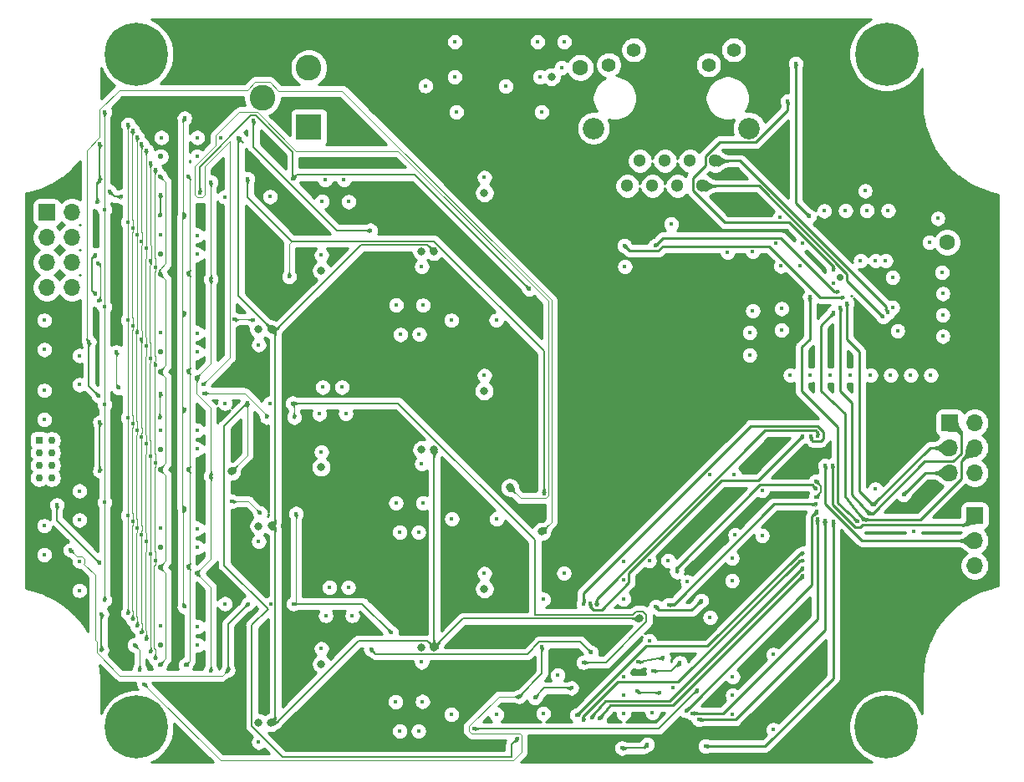
<source format=gbl>
G04 #@! TF.GenerationSoftware,KiCad,Pcbnew,(5.1.12)-1*
G04 #@! TF.CreationDate,2022-03-28T13:46:33+08:00*
G04 #@! TF.ProjectId,spi_mux_demo_board,7370695f-6d75-4785-9f64-656d6f5f626f,rev?*
G04 #@! TF.SameCoordinates,Original*
G04 #@! TF.FileFunction,Copper,L4,Bot*
G04 #@! TF.FilePolarity,Positive*
%FSLAX46Y46*%
G04 Gerber Fmt 4.6, Leading zero omitted, Abs format (unit mm)*
G04 Created by KiCad (PCBNEW (5.1.12)-1) date 2022-03-28 13:46:33*
%MOMM*%
%LPD*%
G01*
G04 APERTURE LIST*
G04 #@! TA.AperFunction,ComponentPad*
%ADD10C,1.408000*%
G04 #@! TD*
G04 #@! TA.AperFunction,ComponentPad*
%ADD11C,2.184400*%
G04 #@! TD*
G04 #@! TA.AperFunction,ComponentPad*
%ADD12C,1.300000*%
G04 #@! TD*
G04 #@! TA.AperFunction,ComponentPad*
%ADD13O,1.700000X1.700000*%
G04 #@! TD*
G04 #@! TA.AperFunction,ComponentPad*
%ADD14R,1.700000X1.700000*%
G04 #@! TD*
G04 #@! TA.AperFunction,ComponentPad*
%ADD15C,2.600000*%
G04 #@! TD*
G04 #@! TA.AperFunction,ComponentPad*
%ADD16R,2.600000X2.600000*%
G04 #@! TD*
G04 #@! TA.AperFunction,ComponentPad*
%ADD17C,0.750000*%
G04 #@! TD*
G04 #@! TA.AperFunction,ComponentPad*
%ADD18R,0.750000X0.750000*%
G04 #@! TD*
G04 #@! TA.AperFunction,ComponentPad*
%ADD19C,0.800000*%
G04 #@! TD*
G04 #@! TA.AperFunction,ComponentPad*
%ADD20C,6.400000*%
G04 #@! TD*
G04 #@! TA.AperFunction,ViaPad*
%ADD21C,0.550000*%
G04 #@! TD*
G04 #@! TA.AperFunction,ViaPad*
%ADD22C,0.800000*%
G04 #@! TD*
G04 #@! TA.AperFunction,ViaPad*
%ADD23C,0.450000*%
G04 #@! TD*
G04 #@! TA.AperFunction,ViaPad*
%ADD24C,0.700000*%
G04 #@! TD*
G04 #@! TA.AperFunction,ViaPad*
%ADD25C,1.600000*%
G04 #@! TD*
G04 #@! TA.AperFunction,Conductor*
%ADD26C,0.150000*%
G04 #@! TD*
G04 #@! TA.AperFunction,Conductor*
%ADD27C,0.250000*%
G04 #@! TD*
G04 #@! TA.AperFunction,Conductor*
%ADD28C,0.100000*%
G04 #@! TD*
G04 #@! TA.AperFunction,Conductor*
%ADD29C,0.200000*%
G04 #@! TD*
G04 #@! TA.AperFunction,Conductor*
%ADD30C,0.025400*%
G04 #@! TD*
G04 #@! TA.AperFunction,NonConductor*
%ADD31C,0.254000*%
G04 #@! TD*
G04 #@! TA.AperFunction,NonConductor*
%ADD32C,0.100000*%
G04 #@! TD*
G04 APERTURE END LIST*
D10*
X161570380Y-63299870D03*
X169140380Y-64819870D03*
X171678530Y-63299370D03*
X159028530Y-64819370D03*
D11*
X157479790Y-71247960D03*
X173229790Y-71247960D03*
D12*
X169799790Y-74547960D03*
X168529790Y-77087960D03*
X167259790Y-74547960D03*
X165989791Y-77087960D03*
X164719791Y-74547960D03*
X163449790Y-77087960D03*
X162179790Y-74547960D03*
X160909790Y-77087960D03*
D13*
X104648000Y-87376000D03*
X102108000Y-87376000D03*
X104648000Y-84836000D03*
X102108000Y-84836000D03*
X104648000Y-82296000D03*
X102108000Y-82296000D03*
X104648000Y-79756000D03*
D14*
X102108000Y-79756000D03*
D15*
X123951000Y-68120000D03*
X128651000Y-65120000D03*
D16*
X128651000Y-71120000D03*
D13*
X196088000Y-115570000D03*
X196088000Y-113030000D03*
D14*
X196088000Y-110490000D03*
D13*
X196088000Y-106172000D03*
X193548000Y-106172000D03*
X196088000Y-103632000D03*
X193548000Y-103632000D03*
X196088000Y-101092000D03*
D14*
X193548000Y-101092000D03*
D17*
X102616000Y-106680000D03*
X101346000Y-106680000D03*
X102616000Y-105410000D03*
X101346000Y-105410000D03*
X102616000Y-104140000D03*
X101346000Y-104140000D03*
X102616000Y-102870000D03*
D18*
X101346000Y-102870000D03*
D19*
X188844256Y-130230544D03*
X187147200Y-129527600D03*
X185450144Y-130230544D03*
X184747200Y-131927600D03*
X185450144Y-133624656D03*
X187147200Y-134327600D03*
X188844256Y-133624656D03*
X189547200Y-131927600D03*
D20*
X187147200Y-131927600D03*
D19*
X112872856Y-130255944D03*
X111175800Y-129553000D03*
X109478744Y-130255944D03*
X108775800Y-131953000D03*
X109478744Y-133650056D03*
X111175800Y-134353000D03*
X112872856Y-133650056D03*
X113575800Y-131953000D03*
D20*
X111175800Y-131953000D03*
D19*
X188869656Y-62031544D03*
X187172600Y-61328600D03*
X185475544Y-62031544D03*
X184772600Y-63728600D03*
X185475544Y-65425656D03*
X187172600Y-66128600D03*
X188869656Y-65425656D03*
X189572600Y-63728600D03*
D20*
X187172600Y-63728600D03*
D19*
X112872856Y-62031544D03*
X111175800Y-61328600D03*
X109478744Y-62031544D03*
X108775800Y-63728600D03*
X109478744Y-65425656D03*
X111175800Y-66128600D03*
X112872856Y-65425656D03*
X113575800Y-63728600D03*
D20*
X111175800Y-63728600D03*
D21*
X113639600Y-74117200D03*
X113639600Y-84023200D03*
X113639600Y-93929200D03*
X113639600Y-103835200D03*
X113639600Y-113690400D03*
X113639600Y-123596400D03*
D22*
X129921000Y-125552200D03*
X146431000Y-117932200D03*
X129895600Y-105587800D03*
X146405600Y-97866200D03*
X146431000Y-77800200D03*
D23*
X105410000Y-118084600D03*
X105410000Y-115112800D03*
X105410000Y-110947200D03*
X105410000Y-108000800D03*
X105410000Y-97231200D03*
X105410000Y-94284800D03*
X101854000Y-114452400D03*
X101854000Y-111531400D03*
X101854000Y-100761800D03*
X101854000Y-97815400D03*
X101854000Y-93675200D03*
X101854000Y-90703400D03*
X120167400Y-119430800D03*
X124764800Y-119430800D03*
X120142000Y-99110800D03*
X124714000Y-99110800D03*
X117373400Y-123621800D03*
X117322600Y-113715800D03*
X117322600Y-103759000D03*
X117322600Y-93929200D03*
X117322600Y-84023200D03*
X117322600Y-74091800D03*
X120116600Y-78206600D03*
X124714000Y-78181200D03*
X132664200Y-78689200D03*
X132207000Y-76479400D03*
X132384800Y-100177600D03*
X131978400Y-97485200D03*
X132638800Y-117779800D03*
X133045200Y-120624600D03*
X147650200Y-130657600D03*
X143078200Y-130657600D03*
X137845800Y-132334000D03*
X137439400Y-129362200D03*
X137922000Y-92151200D03*
X137490200Y-89154000D03*
X143078200Y-90703400D03*
X147624800Y-90703400D03*
X137845800Y-112166400D03*
X137464800Y-109220000D03*
X143129000Y-110845600D03*
X147675600Y-110845600D03*
X154482800Y-116332000D03*
X153847800Y-126669800D03*
X165557200Y-127939800D03*
D22*
X153225500Y-66040000D03*
D23*
X160655000Y-85280500D03*
X186055000Y-84645500D03*
X184531000Y-84645500D03*
X181800500Y-86931500D03*
X187071000Y-84645500D03*
X187769500Y-86360000D03*
X171577000Y-130619500D03*
X171577000Y-128714500D03*
X160528000Y-130556000D03*
X160528000Y-128714500D03*
X165036500Y-115062000D03*
X160528000Y-117030500D03*
X160528000Y-118935500D03*
X163131500Y-123190000D03*
X169291000Y-120840500D03*
X165354000Y-80962500D03*
X176339500Y-80264000D03*
X177419000Y-96266000D03*
X179451000Y-96266000D03*
X181483000Y-96266000D03*
X183515000Y-96266000D03*
X185547000Y-96266000D03*
X192849500Y-92329000D03*
X192849500Y-90170000D03*
X192849500Y-88011000D03*
X192786000Y-85852000D03*
X192341500Y-80391000D03*
X187325000Y-79565500D03*
X184975500Y-77597000D03*
X185166000Y-79565500D03*
X183007000Y-79565500D03*
X180848000Y-79629000D03*
X178371500Y-85217000D03*
X178625500Y-82931000D03*
X173291500Y-94234000D03*
X173291500Y-91948000D03*
X173609000Y-89725500D03*
X173609000Y-83756500D03*
X175704500Y-132207000D03*
X175704500Y-124587000D03*
X174561500Y-112522000D03*
X180022500Y-106997500D03*
X180022500Y-108648500D03*
X185991500Y-107823000D03*
X171513500Y-117094000D03*
X171513500Y-114808000D03*
X174561500Y-107950000D03*
X171704000Y-106362500D03*
X171831000Y-112458500D03*
X189928500Y-112077500D03*
X143430000Y-62484000D03*
X143576000Y-69596000D03*
X148590000Y-66990000D03*
X152212000Y-69596000D03*
X151812000Y-62484000D03*
X152062000Y-66040000D03*
X143426000Y-66040000D03*
X187769500Y-89408000D03*
X188277500Y-91757500D03*
X140462000Y-66939200D03*
D22*
X129921000Y-85674200D03*
D23*
X129921000Y-84111000D03*
X129921000Y-104050000D03*
X129921000Y-123989000D03*
X146431000Y-76237000D03*
X146431000Y-96303000D03*
X146431000Y-116369000D03*
X188874400Y-108356400D03*
X123571000Y-133477000D03*
X113690400Y-72186800D03*
X113639600Y-82067400D03*
X113639600Y-91973400D03*
X113639600Y-101879400D03*
X113639600Y-111760000D03*
X113639600Y-121666000D03*
D22*
X123571000Y-131495800D03*
X140081000Y-123875800D03*
X123571000Y-111556800D03*
X140081000Y-103809800D03*
X140081000Y-83743800D03*
D23*
X117373400Y-121742200D03*
X117322600Y-111810800D03*
X117348000Y-101854000D03*
X117322600Y-91998800D03*
X117348000Y-82092800D03*
X119710200Y-72237600D03*
X117348000Y-72186800D03*
X129971800Y-78663800D03*
X130302000Y-76479400D03*
X130073400Y-97485200D03*
X129692400Y-100203000D03*
X130733800Y-117779800D03*
X130352800Y-120624600D03*
X139750800Y-132334000D03*
X140157200Y-129336800D03*
X139750800Y-112191800D03*
X140208000Y-109220000D03*
X139827000Y-92125800D03*
X140208000Y-89179400D03*
D24*
X182435500Y-86360000D03*
D25*
X193294000Y-82804000D03*
D23*
X171577000Y-126809500D03*
X163449000Y-130492500D03*
X160528000Y-126809500D03*
X152400000Y-130556000D03*
X163131500Y-115062000D03*
X160528000Y-115125500D03*
X152400000Y-118999000D03*
X167005000Y-117221000D03*
X175958500Y-82931000D03*
X176466500Y-85217000D03*
X176530000Y-89535000D03*
X176530000Y-91694000D03*
X187579000Y-96266000D03*
X189611000Y-96266000D03*
X191643000Y-96266000D03*
X191516000Y-82804000D03*
X171069000Y-83820000D03*
X169291000Y-106362500D03*
D25*
X156146500Y-65087500D03*
D23*
X154512000Y-62484000D03*
X154262000Y-65090000D03*
D22*
X123571000Y-91617800D03*
D23*
X123571000Y-93181000D03*
X123571000Y-113120000D03*
X140081000Y-85242400D03*
X140081000Y-105257600D03*
X140081000Y-125349000D03*
X163766500Y-83121500D03*
X182245000Y-87820500D03*
X160591500Y-83121500D03*
X182753000Y-88392000D03*
X113538000Y-76098400D03*
X113538000Y-86004400D03*
X113538000Y-95910400D03*
X113538000Y-105816400D03*
X113538000Y-115722400D03*
X113538000Y-125628400D03*
X118719600Y-76708000D03*
X118719600Y-126238000D03*
X118719600Y-86563200D03*
X118719600Y-106476800D03*
X117297200Y-96520000D03*
X117297200Y-116332000D03*
X112623600Y-74777600D03*
X112623600Y-84683600D03*
X112623600Y-94589600D03*
X112623600Y-104495600D03*
X112623600Y-114401600D03*
X112623600Y-124307600D03*
X116382800Y-76098400D03*
X116382800Y-85953600D03*
X116382800Y-95859600D03*
X116382800Y-105816400D03*
X116382800Y-115671600D03*
X116179600Y-125628400D03*
X112166400Y-73456800D03*
X112166400Y-83362800D03*
X112166400Y-93268800D03*
X112166400Y-103174800D03*
X112166400Y-113080800D03*
X112166400Y-122986800D03*
X113080800Y-75438000D03*
X113080800Y-85344000D03*
X113080800Y-95250000D03*
X113080800Y-105156000D03*
X113080800Y-115062000D03*
X113080800Y-124968000D03*
X110337600Y-70866000D03*
X110337600Y-80772000D03*
X110337600Y-90678000D03*
X110337600Y-100584000D03*
X110337600Y-110490000D03*
X110337600Y-120396000D03*
X107950000Y-89357200D03*
X107950000Y-99263200D03*
X107950000Y-109169200D03*
X107950000Y-119075200D03*
X107950000Y-69596000D03*
X107964627Y-79465817D03*
X111252000Y-72136000D03*
X111252000Y-82042000D03*
X111252000Y-91948000D03*
X111252000Y-101854000D03*
X111252000Y-111760000D03*
X111252000Y-121666000D03*
X116052600Y-70231000D03*
X116052600Y-80111600D03*
X116052600Y-90017600D03*
X116052600Y-99771200D03*
X116052600Y-109804200D03*
X116052600Y-119735600D03*
X111709200Y-72847200D03*
X111709200Y-82753200D03*
X111709200Y-92659200D03*
X111709200Y-102565200D03*
X111709200Y-112471200D03*
X111709200Y-122377200D03*
X110794800Y-71475600D03*
X110794800Y-81381600D03*
X110794800Y-91287600D03*
X110794800Y-101193600D03*
X110794800Y-111099600D03*
X110794800Y-121005600D03*
X181813200Y-89916000D03*
X184861200Y-110896400D03*
X185801000Y-109423200D03*
X183134000Y-88950800D03*
X182473600Y-89408000D03*
X185394600Y-110286800D03*
X180949600Y-105410000D03*
X181695000Y-105384600D03*
X187325000Y-89916000D03*
X186817000Y-90360500D03*
X163779200Y-119735600D03*
X168402000Y-119100600D03*
X181787800Y-85598000D03*
X177139600Y-68503800D03*
X179324000Y-80162400D03*
X177952400Y-64693800D03*
X121513600Y-72237600D03*
D22*
X141325600Y-83718400D03*
X141325600Y-103784400D03*
X141325600Y-123850400D03*
X124866400Y-91592400D03*
X124866400Y-111506000D03*
X124815600Y-131470400D03*
X162128200Y-120929400D03*
D23*
X152450800Y-108254800D03*
X122428000Y-76367000D03*
X107289600Y-84886796D03*
X107391200Y-88747600D03*
X121107200Y-90627200D03*
X122986800Y-90678000D03*
X126644400Y-86258400D03*
X123037600Y-70459600D03*
X134874000Y-81584800D03*
X107475000Y-72847200D03*
X107475000Y-76504800D03*
X109626400Y-78181200D03*
X108425000Y-77660810D03*
X107219076Y-78720276D03*
X122428000Y-99060000D03*
X155244800Y-127965200D03*
X151536400Y-128930400D03*
X149758400Y-133096000D03*
D22*
X120802400Y-106019600D03*
D23*
X127000000Y-99110800D03*
X156445705Y-125365600D03*
X107475000Y-101041200D03*
X107475000Y-105968800D03*
X113538000Y-100584000D03*
X113639600Y-98094800D03*
X118059200Y-98094800D03*
X124409200Y-100533200D03*
X127152400Y-100533200D03*
X109169200Y-93929200D03*
X117906800Y-97231200D03*
X109372400Y-97536000D03*
D22*
X148996400Y-107645200D03*
D23*
X106375200Y-92913200D03*
X107340400Y-98348800D03*
D22*
X152247600Y-112115600D03*
D23*
X167995600Y-128168400D03*
X145338800Y-132080000D03*
X110998000Y-123596400D03*
X111506000Y-126116505D03*
X162001200Y-125323600D03*
X152247600Y-123799600D03*
X149923500Y-128838000D03*
X164541200Y-124917200D03*
X107645200Y-120446800D03*
X107645200Y-124155200D03*
X111963200Y-127558800D03*
X122478800Y-119430800D03*
X164185600Y-128422400D03*
X161873990Y-128270000D03*
X157226000Y-124358400D03*
X134924800Y-124053600D03*
X120446800Y-126136400D03*
X104495600Y-113995200D03*
X127101600Y-119430800D03*
X166217600Y-125417200D03*
X163525200Y-126238000D03*
X162915600Y-133705600D03*
X137007600Y-122377200D03*
X160375600Y-134061200D03*
X103124000Y-109423200D03*
X107475000Y-115316000D03*
X127355600Y-110286800D03*
X123698000Y-110236000D03*
X120853200Y-109067600D03*
X180213000Y-102412800D03*
X157784800Y-119532400D03*
X180035200Y-107797600D03*
X165912800Y-116205000D03*
X180035200Y-109347000D03*
X165074600Y-119532400D03*
X180086000Y-110109000D03*
X166852600Y-130276600D03*
X180136800Y-110871000D03*
X167513000Y-130530600D03*
X180898800Y-111023400D03*
X168173400Y-131165600D03*
X181762400Y-111125000D03*
X168808400Y-133858000D03*
X179374800Y-88341200D03*
X184213500Y-111125000D03*
X178663600Y-116611400D03*
X158089600Y-131038600D03*
X178663600Y-115798600D03*
X157276800Y-130962400D03*
X178689000Y-115036600D03*
X156438600Y-131241800D03*
X178689000Y-114325400D03*
X155803600Y-130708400D03*
X179476400Y-102412800D03*
X156489400Y-119430800D03*
X178689000Y-102412800D03*
X157138789Y-119402566D03*
X150977600Y-87528400D03*
X127000000Y-76367000D03*
X117602000Y-77774800D03*
X113538000Y-80111600D03*
X113588800Y-77978000D03*
X107035600Y-84074000D03*
X107035600Y-88036399D03*
D26*
X180535201Y-107510201D02*
X180022500Y-106997500D01*
X180535201Y-108135799D02*
X180535201Y-107510201D01*
X180022500Y-108648500D02*
X180535201Y-108135799D01*
D27*
X191058800Y-106172000D02*
X188874400Y-108356400D01*
X193548000Y-106172000D02*
X191058800Y-106172000D01*
X164507001Y-82380999D02*
X163766500Y-83121500D01*
X176435997Y-82380999D02*
X164507001Y-82380999D01*
X181875498Y-87820500D02*
X176435997Y-82380999D01*
X182245000Y-87820500D02*
X181875498Y-87820500D01*
X161141501Y-83671501D02*
X160591500Y-83121500D01*
X164030501Y-83671501D02*
X161141501Y-83671501D01*
X164495503Y-83206499D02*
X164030501Y-83671501D01*
X175270001Y-83206499D02*
X164495503Y-83206499D01*
X180455502Y-88392000D02*
X175270001Y-83206499D01*
X182753000Y-88392000D02*
X180455502Y-88392000D01*
D28*
X114164601Y-84963201D02*
X113538000Y-85589802D01*
X113538000Y-85589802D02*
X113538000Y-86004400D01*
X114164601Y-76725001D02*
X114164601Y-84963201D01*
X113538000Y-76098400D02*
X114164601Y-76725001D01*
X114164601Y-86631001D02*
X114164601Y-95283799D01*
X114164601Y-95283799D02*
X113538000Y-95910400D01*
X113538000Y-86004400D02*
X114164601Y-86631001D01*
X114164601Y-105189799D02*
X113538000Y-105816400D01*
X114164601Y-96537001D02*
X114164601Y-105189799D01*
X113538000Y-95910400D02*
X114164601Y-96537001D01*
X114164601Y-115095799D02*
X113538000Y-115722400D01*
X114164601Y-106443001D02*
X114164601Y-115095799D01*
X113538000Y-105816400D02*
X114164601Y-106443001D01*
X114164601Y-125001799D02*
X113538000Y-125628400D01*
X114164601Y-116349001D02*
X114164601Y-125001799D01*
X113538000Y-115722400D02*
X114164601Y-116349001D01*
X118719600Y-76708000D02*
X118719600Y-86563200D01*
X118719600Y-95097600D02*
X117297200Y-96520000D01*
X118719600Y-86563200D02*
X118719600Y-95097600D01*
X118719600Y-114909600D02*
X117297200Y-116332000D01*
X118719600Y-106476800D02*
X118719600Y-114909600D01*
X118719600Y-117754400D02*
X118719600Y-126238000D01*
X117297200Y-116332000D02*
X118719600Y-117754400D01*
X118719600Y-99568000D02*
X118719600Y-106476800D01*
X117297200Y-98145600D02*
X118719600Y-99568000D01*
X117297200Y-96520000D02*
X117297200Y-98145600D01*
X112641401Y-122758799D02*
X112641401Y-124289799D01*
X112605799Y-122723197D02*
X112641401Y-122758799D01*
X112605799Y-114833999D02*
X112605799Y-122723197D01*
X112641401Y-112852799D02*
X112641401Y-114798397D01*
X112605799Y-112817197D02*
X112641401Y-112852799D01*
X112605799Y-104927999D02*
X112605799Y-112817197D01*
X112641401Y-104892397D02*
X112605799Y-104927999D01*
X112641401Y-124289799D02*
X112623600Y-124307600D01*
X112641401Y-102946799D02*
X112641401Y-104892397D01*
X112641401Y-114798397D02*
X112605799Y-114833999D01*
X112522000Y-102827398D02*
X112641401Y-102946799D01*
X112522000Y-95105798D02*
X112522000Y-102827398D01*
X112641401Y-94986397D02*
X112522000Y-95105798D01*
X112641401Y-93040799D02*
X112641401Y-94986397D01*
X112522000Y-92921398D02*
X112641401Y-93040799D01*
X112522000Y-85199798D02*
X112522000Y-92921398D01*
X112674400Y-85047398D02*
X112522000Y-85199798D01*
X112674400Y-83167798D02*
X112674400Y-85047398D01*
X112605799Y-83099197D02*
X112674400Y-83167798D01*
X112605799Y-74795401D02*
X112605799Y-83099197D01*
X112623600Y-74777600D02*
X112605799Y-74795401D01*
X112623600Y-84996598D02*
X112674400Y-85047398D01*
X112623600Y-84683600D02*
X112623600Y-84996598D01*
X116607799Y-85728601D02*
X116382800Y-85953600D01*
X116607799Y-76323399D02*
X116607799Y-85728601D01*
X116382800Y-76098400D02*
X116607799Y-76323399D01*
X116607799Y-95634601D02*
X116382800Y-95859600D01*
X116607799Y-86178599D02*
X116607799Y-95634601D01*
X116382800Y-85953600D02*
X116607799Y-86178599D01*
X116607799Y-105591401D02*
X116382800Y-105816400D01*
X116607799Y-96084599D02*
X116607799Y-105591401D01*
X116382800Y-95859600D02*
X116607799Y-96084599D01*
X116607799Y-115446601D02*
X116382800Y-115671600D01*
X116607799Y-106041399D02*
X116607799Y-115446601D01*
X116382800Y-105816400D02*
X116607799Y-106041399D01*
X116607799Y-115896599D02*
X116607799Y-125200201D01*
X116607799Y-125200201D02*
X116179600Y-125628400D01*
X116382800Y-115671600D02*
X116607799Y-115896599D01*
X112184201Y-122968999D02*
X112166400Y-122986800D01*
X112184201Y-122149199D02*
X112184201Y-122968999D01*
X112115600Y-122080598D02*
X112184201Y-122149199D01*
X112115600Y-114206598D02*
X112115600Y-122080598D01*
X112184201Y-114137997D02*
X112115600Y-114206598D01*
X112184201Y-112243199D02*
X112184201Y-114137997D01*
X112115600Y-112174598D02*
X112184201Y-112243199D01*
X112115600Y-104300598D02*
X112115600Y-112174598D01*
X112184201Y-104231997D02*
X112115600Y-104300598D01*
X112115600Y-102268598D02*
X112184201Y-102337199D01*
X112115600Y-94394598D02*
X112115600Y-102268598D01*
X112184201Y-94325997D02*
X112115600Y-94394598D01*
X112184201Y-92431199D02*
X112184201Y-94325997D01*
X112115600Y-92362598D02*
X112184201Y-92431199D01*
X112115600Y-84488598D02*
X112115600Y-92362598D01*
X112184201Y-84419997D02*
X112115600Y-84488598D01*
X112184201Y-102337199D02*
X112184201Y-104231997D01*
X112184201Y-82525199D02*
X112184201Y-84419997D01*
X112148599Y-82489597D02*
X112184201Y-82525199D01*
X112148599Y-73474601D02*
X112148599Y-82489597D01*
X112166400Y-73456800D02*
X112148599Y-73474601D01*
X113098601Y-124950199D02*
X113080800Y-124968000D01*
X113098601Y-124079599D02*
X113098601Y-124950199D01*
X112979200Y-123960198D02*
X113098601Y-124079599D01*
X113098601Y-114173599D02*
X113098601Y-115458797D01*
X113062999Y-114137997D02*
X113098601Y-114173599D01*
X112979200Y-115578198D02*
X112979200Y-123960198D01*
X113062999Y-105588399D02*
X113062999Y-114137997D01*
X113098601Y-105552797D02*
X113062999Y-105588399D01*
X113098601Y-104267599D02*
X113098601Y-105552797D01*
X113030000Y-104198998D02*
X113098601Y-104267599D01*
X113098601Y-115458797D02*
X112979200Y-115578198D01*
X113030000Y-94886202D02*
X113030000Y-104198998D01*
X113098601Y-94817601D02*
X113030000Y-94886202D01*
X113098601Y-94361599D02*
X113098601Y-94817601D01*
X113030000Y-94292998D02*
X113098601Y-94361599D01*
X113030000Y-85809398D02*
X113030000Y-94292998D01*
X113098601Y-85740797D02*
X113030000Y-85809398D01*
X113098601Y-84455599D02*
X113098601Y-85740797D01*
X113062999Y-84419997D02*
X113098601Y-84455599D01*
X113062999Y-75455801D02*
X113062999Y-84419997D01*
X113080800Y-75438000D02*
X113062999Y-75455801D01*
X113030000Y-95199200D02*
X113080800Y-95250000D01*
X113030000Y-94886202D02*
X113030000Y-95199200D01*
X110319799Y-120378199D02*
X110337600Y-120396000D01*
X110319799Y-70883801D02*
X110319799Y-120378199D01*
X110337600Y-70866000D02*
X110319799Y-70883801D01*
X107950000Y-69596000D02*
X107950000Y-119075200D01*
X111269801Y-121648199D02*
X111252000Y-121666000D01*
X111269801Y-120777599D02*
X111269801Y-121648199D01*
X111201200Y-120708998D02*
X111269801Y-120777599D01*
X111201200Y-112276198D02*
X111201200Y-120708998D01*
X111269801Y-110871599D02*
X111269801Y-112207597D01*
X111269801Y-102301597D02*
X111201200Y-102370198D01*
X111201200Y-110802998D02*
X111269801Y-110871599D01*
X111269801Y-100965599D02*
X111269801Y-102301597D01*
X111201200Y-100896998D02*
X111269801Y-100965599D01*
X111269801Y-91515601D02*
X111201200Y-91584202D01*
X111269801Y-91059599D02*
X111269801Y-91515601D01*
X111201200Y-102370198D02*
X111201200Y-110802998D01*
X111234199Y-91023997D02*
X111269801Y-91059599D01*
X111234199Y-81645203D02*
X111234199Y-91023997D01*
X111269801Y-81609601D02*
X111234199Y-81645203D01*
X111269801Y-81153599D02*
X111269801Y-81609601D01*
X111234199Y-81117997D02*
X111269801Y-81153599D01*
X111201200Y-91584202D02*
X111201200Y-100896998D01*
X111234199Y-72153801D02*
X111234199Y-81117997D01*
X111269801Y-112207597D02*
X111201200Y-112276198D01*
X111252000Y-72136000D02*
X111234199Y-72153801D01*
X111201200Y-91897200D02*
X111252000Y-91948000D01*
X111201200Y-91584202D02*
X111201200Y-91897200D01*
X115907799Y-79966799D02*
X116052600Y-80111600D01*
X115907799Y-70375801D02*
X115907799Y-79966799D01*
X116052600Y-70231000D02*
X115907799Y-70375801D01*
X115827601Y-89792601D02*
X116052600Y-90017600D01*
X115827601Y-80336599D02*
X115827601Y-89792601D01*
X116052600Y-80111600D02*
X115827601Y-80336599D01*
X115827601Y-99546201D02*
X116052600Y-99771200D01*
X115827601Y-90242599D02*
X115827601Y-99546201D01*
X116052600Y-90017600D02*
X115827601Y-90242599D01*
X115827601Y-109579201D02*
X116052600Y-109804200D01*
X115827601Y-99996199D02*
X115827601Y-109579201D01*
X116052600Y-99771200D02*
X115827601Y-99996199D01*
X115907799Y-119590799D02*
X116052600Y-119735600D01*
X115907799Y-109949001D02*
X115907799Y-119590799D01*
X116052600Y-109804200D02*
X115907799Y-109949001D01*
X111727001Y-121437999D02*
X111727001Y-122359399D01*
X111691399Y-112023603D02*
X111691399Y-121402397D01*
X111727001Y-111988001D02*
X111691399Y-112023603D01*
X111727001Y-111531999D02*
X111727001Y-111988001D01*
X111691399Y-111496397D02*
X111727001Y-111531999D01*
X111691399Y-102117603D02*
X111691399Y-111496397D01*
X111691399Y-121402397D02*
X111727001Y-121437999D01*
X111727001Y-102082001D02*
X111691399Y-102117603D01*
X111727001Y-101625999D02*
X111727001Y-102082001D01*
X111691399Y-101590397D02*
X111727001Y-101625999D01*
X111691399Y-93040799D02*
X111691399Y-101590397D01*
X111760000Y-92972198D02*
X111691399Y-93040799D01*
X111760000Y-91752998D02*
X111760000Y-92972198D01*
X111727001Y-122359399D02*
X111709200Y-122377200D01*
X111691399Y-91684397D02*
X111760000Y-91752998D01*
X111727001Y-83099197D02*
X111691399Y-83134799D01*
X111727001Y-81813999D02*
X111727001Y-83099197D01*
X111691399Y-83134799D02*
X111691399Y-91684397D01*
X111691399Y-81778397D02*
X111727001Y-81813999D01*
X111691399Y-72865001D02*
X111691399Y-81778397D01*
X111709200Y-72847200D02*
X111691399Y-72865001D01*
X111709200Y-92921398D02*
X111760000Y-92972198D01*
X111709200Y-92659200D02*
X111709200Y-92921398D01*
X110812601Y-120167999D02*
X110812601Y-120987799D01*
X110776999Y-111531999D02*
X110776999Y-120132397D01*
X110812601Y-111496397D02*
X110776999Y-111531999D01*
X110812601Y-110261999D02*
X110812601Y-111496397D01*
X110776999Y-110226397D02*
X110812601Y-110261999D01*
X110812601Y-101590397D02*
X110776999Y-101625999D01*
X110812601Y-100355999D02*
X110812601Y-101590397D01*
X110776999Y-91719999D02*
X110776999Y-100320397D01*
X110812601Y-91684397D02*
X110776999Y-91719999D01*
X110812601Y-90449999D02*
X110812601Y-91684397D01*
X110812601Y-120987799D02*
X110794800Y-121005600D01*
X110776999Y-81813999D02*
X110776999Y-90414397D01*
X110776999Y-100320397D02*
X110812601Y-100355999D01*
X110812601Y-81778397D02*
X110776999Y-81813999D01*
X110776999Y-90414397D02*
X110812601Y-90449999D01*
X110812601Y-80543999D02*
X110812601Y-81778397D01*
X110776999Y-120132397D02*
X110812601Y-120167999D01*
X110776999Y-80508397D02*
X110812601Y-80543999D01*
X110776999Y-71493401D02*
X110776999Y-80508397D01*
X110776999Y-101625999D02*
X110776999Y-110226397D01*
X110794800Y-71475600D02*
X110776999Y-71493401D01*
D27*
X180492400Y-91236800D02*
X181813200Y-89916000D01*
X180517800Y-97891600D02*
X180492400Y-91236800D01*
X182956200Y-100126800D02*
X180517800Y-97891600D01*
X182956200Y-108508800D02*
X182956200Y-100126800D01*
X183692800Y-109550200D02*
X182956200Y-108508800D01*
X184861200Y-110896400D02*
X183692800Y-109550200D01*
X190562602Y-110896400D02*
X184861200Y-110896400D01*
X194723001Y-106736001D02*
X190562602Y-110896400D01*
X194723001Y-104996999D02*
X194723001Y-106736001D01*
X196088000Y-103632000D02*
X194723001Y-104996999D01*
X185441499Y-109063699D02*
X185801000Y-109423200D01*
X184404000Y-108026200D02*
X185441499Y-109063699D01*
X184404000Y-93905002D02*
X184404000Y-108026200D01*
X183134000Y-92635002D02*
X184404000Y-93905002D01*
X183134000Y-88950800D02*
X183134000Y-92635002D01*
X191592200Y-103632000D02*
X185801000Y-109423200D01*
X193548000Y-103632000D02*
X191592200Y-103632000D01*
X182473600Y-89408000D02*
X182473600Y-97866200D01*
X184596669Y-109357531D02*
X183642000Y-108402862D01*
X184505600Y-109270800D02*
X184596669Y-109357531D01*
X183642000Y-99034600D02*
X182473600Y-97866200D01*
X183642000Y-108402862D02*
X183642000Y-99034600D01*
X184596669Y-109357531D02*
X185394600Y-110286800D01*
X185751402Y-110286800D02*
X185394600Y-110286800D01*
X191041203Y-104996999D02*
X185751402Y-110286800D01*
X193922003Y-104996999D02*
X191041203Y-104996999D01*
X194723001Y-102267001D02*
X194723001Y-104196001D01*
X194723001Y-104196001D02*
X193922003Y-104996999D01*
X193548000Y-101092000D02*
X194723001Y-102267001D01*
X180949600Y-109311512D02*
X180949600Y-105410000D01*
X184668088Y-113030000D02*
X180949600Y-109311512D01*
X196088000Y-113030000D02*
X184668088Y-113030000D01*
X181695000Y-109420502D02*
X181695000Y-105384600D01*
X184477501Y-111675001D02*
X183949499Y-111675001D01*
X184706101Y-111446401D02*
X184477501Y-111675001D01*
X195131599Y-111446401D02*
X184706101Y-111446401D01*
X183949499Y-111675001D02*
X181695000Y-109420502D01*
X196088000Y-110490000D02*
X195131599Y-111446401D01*
X172332872Y-74547960D02*
X169799790Y-74547960D01*
X187100001Y-89315089D02*
X172332872Y-74547960D01*
X187100001Y-89691001D02*
X187100001Y-89315089D01*
X187325000Y-89916000D02*
X187100001Y-89691001D01*
X174236462Y-77087960D02*
X168529790Y-77087960D01*
X183160501Y-86011999D02*
X174236462Y-77087960D01*
X183160501Y-86704001D02*
X183160501Y-86011999D01*
X186817000Y-90360500D02*
X183160501Y-86704001D01*
X167420199Y-120082401D02*
X168402000Y-119100600D01*
X164126001Y-120082401D02*
X167420199Y-120082401D01*
X163779200Y-119735600D02*
X164126001Y-120082401D01*
X177139600Y-69435608D02*
X177139600Y-68503800D01*
X173910047Y-72665161D02*
X177139600Y-69435608D01*
X168824789Y-74079959D02*
X170239587Y-72665161D01*
X170239587Y-72665161D02*
X173910047Y-72665161D01*
X168824789Y-75015961D02*
X168824789Y-74079959D01*
X167554789Y-76285961D02*
X168824789Y-75015961D01*
X167554789Y-77555961D02*
X167554789Y-76285961D01*
X170812829Y-80814001D02*
X167554789Y-77555961D01*
X177326093Y-80814001D02*
X170812829Y-80814001D01*
X181787800Y-85275708D02*
X177326093Y-80814001D01*
X181787800Y-85598000D02*
X181787800Y-85275708D01*
X177952400Y-78790800D02*
X177952400Y-64693800D01*
X179324000Y-80162400D02*
X177952400Y-78790800D01*
D26*
X144246600Y-120929400D02*
X141325600Y-123850400D01*
X162128200Y-120929400D02*
X144246600Y-120929400D01*
X125381285Y-131470400D02*
X124815600Y-131470400D01*
X133650886Y-123200799D02*
X125381285Y-131470400D01*
X140675999Y-123200799D02*
X133650886Y-123200799D01*
X141325600Y-123850400D02*
X140675999Y-123200799D01*
X125432085Y-91592400D02*
X124866400Y-91592400D01*
X133955686Y-83068799D02*
X125432085Y-91592400D01*
X140675999Y-83068799D02*
X133955686Y-83068799D01*
X141325600Y-83718400D02*
X140675999Y-83068799D01*
X125266399Y-111106001D02*
X124866400Y-111506000D01*
X125266399Y-91992399D02*
X125266399Y-111106001D01*
X124866400Y-91592400D02*
X125266399Y-91992399D01*
X125266399Y-131019601D02*
X124815600Y-131470400D01*
X125266399Y-111905999D02*
X125266399Y-131019601D01*
X124866400Y-111506000D02*
X125266399Y-111905999D01*
X121513600Y-88239600D02*
X124866400Y-91592400D01*
X121513600Y-72237600D02*
X121513600Y-88239600D01*
X121513600Y-72237600D02*
X121971001Y-72695001D01*
X141325600Y-123850400D02*
X141325600Y-103784400D01*
D29*
X152450800Y-108254800D02*
X152450800Y-93807598D01*
X152450800Y-93807598D02*
X141336991Y-82693789D01*
X141336991Y-82693789D02*
X126889789Y-82693789D01*
X122428000Y-78232000D02*
X122428000Y-76367000D01*
X126889789Y-82693789D02*
X122428000Y-78232000D01*
D28*
X107514599Y-88624201D02*
X107391200Y-88747600D01*
X107514599Y-85111795D02*
X107514599Y-88624201D01*
X107289600Y-84886796D02*
X107514599Y-85111795D01*
X122936000Y-90627200D02*
X122986800Y-90678000D01*
X121107200Y-90627200D02*
X122936000Y-90627200D01*
X126644400Y-82939178D02*
X126889789Y-82693789D01*
X126644400Y-86258400D02*
X126644400Y-82939178D01*
D26*
X123037600Y-73144602D02*
X131477798Y-81584800D01*
X131477798Y-81584800D02*
X134874000Y-81584800D01*
X123037600Y-70459600D02*
X123037600Y-73144602D01*
X107475000Y-72847200D02*
X107475000Y-76504800D01*
X108945390Y-78181200D02*
X108425000Y-77660810D01*
X109626400Y-78181200D02*
X108945390Y-78181200D01*
X107219076Y-76760724D02*
X107475000Y-76504800D01*
X107219076Y-78720276D02*
X107219076Y-76760724D01*
D29*
X152501600Y-127965200D02*
X151536400Y-128930400D01*
X155244800Y-127965200D02*
X152501600Y-127965200D01*
D28*
X122428000Y-104394000D02*
X122428000Y-99060000D01*
X120802400Y-106019600D02*
X122428000Y-104394000D01*
D29*
X149199600Y-134975600D02*
X149199600Y-133654800D01*
X126014798Y-134975600D02*
X149199600Y-134975600D01*
X122870999Y-131831801D02*
X126014798Y-134975600D01*
X122870999Y-121597601D02*
X122870999Y-131831801D01*
X149199600Y-133654800D02*
X149758400Y-133096000D01*
X124512799Y-119955801D02*
X122870999Y-121597601D01*
X120091200Y-115534202D02*
X124512799Y-119955801D01*
X120091200Y-101396800D02*
X120091200Y-115534202D01*
X122428000Y-99060000D02*
X120091200Y-101396800D01*
X158728002Y-125365600D02*
X156445705Y-125365600D01*
X162828201Y-121265401D02*
X158728002Y-125365600D01*
X162464201Y-120229399D02*
X162828201Y-120593399D01*
X161792199Y-120229399D02*
X162464201Y-120229399D01*
X161467208Y-120554390D02*
X161792199Y-120229399D01*
X151558295Y-120554390D02*
X161467208Y-120554390D01*
X151558295Y-112981093D02*
X151558295Y-120554390D01*
X162828201Y-120593399D02*
X162828201Y-121265401D01*
X137688002Y-99110800D02*
X151558295Y-112981093D01*
X127000000Y-99110800D02*
X137688002Y-99110800D01*
D26*
X107475000Y-101041200D02*
X107475000Y-105968800D01*
D28*
X113538000Y-98196400D02*
X113639600Y-98094800D01*
X113538000Y-100584000D02*
X113538000Y-98196400D01*
X124409200Y-100338198D02*
X124409200Y-100533200D01*
X122165802Y-98094800D02*
X124409200Y-100338198D01*
X118059200Y-98094800D02*
X122165802Y-98094800D01*
X127152400Y-99263200D02*
X127000000Y-99110800D01*
X127152400Y-100533200D02*
X127152400Y-99263200D01*
X109169200Y-97332800D02*
X109372400Y-97536000D01*
X109169200Y-93929200D02*
X109169200Y-97332800D01*
X150081001Y-108729801D02*
X148996400Y-107645200D01*
X152678801Y-108729801D02*
X150081001Y-108729801D01*
X152925801Y-108482801D02*
X152678801Y-108729801D01*
X137699577Y-73547375D02*
X152925801Y-88773599D01*
X117906800Y-97231200D02*
X120632199Y-94505801D01*
X120632199Y-94505801D02*
X120632199Y-72584631D01*
X120632199Y-72584631D02*
X118077001Y-75139829D01*
X118077001Y-75139829D02*
X118077001Y-78002801D01*
X118077001Y-78002801D02*
X117830001Y-78249801D01*
X117830001Y-78249801D02*
X117373999Y-78249801D01*
X127325010Y-73547375D02*
X137699577Y-73547375D01*
X117126999Y-78002801D02*
X117126999Y-75067801D01*
X152925801Y-88773599D02*
X152925801Y-108482801D01*
X117373999Y-78249801D02*
X117126999Y-78002801D01*
X117126999Y-75067801D02*
X119235199Y-72959601D01*
X119235199Y-72959601D02*
X119235199Y-72009599D01*
X123412224Y-69634589D02*
X127325010Y-73547375D01*
X119235199Y-72009599D02*
X121610209Y-69634589D01*
X121610209Y-69634589D02*
X123412224Y-69634589D01*
D26*
X106375200Y-97383600D02*
X107340400Y-98348800D01*
X106375200Y-92913200D02*
X106375200Y-97383600D01*
D28*
X106375200Y-92913200D02*
X106150201Y-92688201D01*
X106150201Y-92688201D02*
X106150201Y-73468997D01*
X122400999Y-67375999D02*
X123206999Y-66569999D01*
X124695001Y-66569999D02*
X125590003Y-67465001D01*
X106150201Y-73468997D02*
X107474999Y-72144199D01*
X107474999Y-72144199D02*
X107474999Y-69367999D01*
X123206999Y-66569999D02*
X124695001Y-66569999D01*
X109466999Y-67375999D02*
X122400999Y-67375999D01*
X125590003Y-67465001D02*
X132041481Y-67465001D01*
X132041481Y-67465001D02*
X153225811Y-88649331D01*
X153225811Y-88649331D02*
X153225811Y-111137389D01*
X107474999Y-69367999D02*
X109466999Y-67375999D01*
X153225811Y-111137389D02*
X152247600Y-112115600D01*
D26*
X164084000Y-132080000D02*
X145338800Y-132080000D01*
X167995600Y-128168400D02*
X164084000Y-132080000D01*
D28*
X111506000Y-124104400D02*
X111506000Y-126116505D01*
X110998000Y-123596400D02*
X111506000Y-124104400D01*
D26*
X152247600Y-126513900D02*
X149923500Y-128838000D01*
X152247600Y-123799600D02*
X152247600Y-126513900D01*
X162255200Y-125323600D02*
X162001200Y-125323600D01*
X164541200Y-124917200D02*
X162255200Y-125323600D01*
X107645200Y-120446800D02*
X107645200Y-124155200D01*
D28*
X147877798Y-128838000D02*
X149923500Y-128838000D01*
X144863799Y-131851999D02*
X147877798Y-128838000D01*
X144863799Y-132308001D02*
X144863799Y-131851999D01*
X145110799Y-132555001D02*
X144863799Y-132308001D01*
X150030201Y-132555001D02*
X145110799Y-132555001D01*
X150233401Y-132758201D02*
X150030201Y-132555001D01*
X150233401Y-134436787D02*
X150233401Y-132758201D01*
X149344578Y-135325610D02*
X150233401Y-134436787D01*
X119730010Y-135325610D02*
X149344578Y-135325610D01*
X111963200Y-127558800D02*
X119730010Y-135325610D01*
D26*
X162026390Y-128422400D02*
X161873990Y-128270000D01*
X164185600Y-128422400D02*
X162026390Y-128422400D01*
X135422001Y-124550801D02*
X134924800Y-124053600D01*
X150756397Y-124550801D02*
X135422001Y-124550801D01*
X152007599Y-123299599D02*
X150756397Y-124550801D01*
X156167199Y-123299599D02*
X152007599Y-123299599D01*
X157226000Y-124358400D02*
X156167199Y-123299599D01*
X120446800Y-121462800D02*
X122478800Y-119430800D01*
X120446800Y-126136400D02*
X120446800Y-121462800D01*
D28*
X107170199Y-124383201D02*
X109499999Y-126713001D01*
X107170199Y-123280846D02*
X107170199Y-124383201D01*
X109499999Y-126713001D02*
X119870199Y-126713001D01*
X106984800Y-123095447D02*
X107170199Y-123280846D01*
X106984800Y-116484400D02*
X106984800Y-123095447D01*
X105885001Y-115340801D02*
X105863101Y-115362701D01*
X105885001Y-114884799D02*
X105885001Y-115340801D01*
X119870199Y-126713001D02*
X120446800Y-126136400D01*
X105181999Y-114637799D02*
X105638001Y-114637799D01*
X105863101Y-115362701D02*
X106984800Y-116484400D01*
X105638001Y-114637799D02*
X105885001Y-114884799D01*
X105160099Y-114659699D02*
X105181999Y-114637799D01*
X104495600Y-113995200D02*
X105160099Y-114659699D01*
D29*
X165396800Y-126238000D02*
X163525200Y-126238000D01*
X166217600Y-125417200D02*
X165396800Y-126238000D01*
X134061200Y-119430800D02*
X137007600Y-122377200D01*
X162560000Y-134061200D02*
X162915600Y-133705600D01*
X160375600Y-134061200D02*
X162560000Y-134061200D01*
D26*
X103124000Y-110965000D02*
X107475000Y-115316000D01*
X103124000Y-109423200D02*
X103124000Y-110965000D01*
D28*
X127355600Y-119430800D02*
X127355600Y-110286800D01*
D29*
X127101600Y-119430800D02*
X127355600Y-119430800D01*
X127355600Y-119430800D02*
X134061200Y-119430800D01*
D28*
X122529600Y-109067600D02*
X120853200Y-109067600D01*
X123698000Y-110236000D02*
X122529600Y-109067600D01*
D27*
X157784800Y-118959698D02*
X157784800Y-119532400D01*
X179981197Y-101862799D02*
X174881699Y-101862799D01*
X180213000Y-102094602D02*
X179981197Y-101862799D01*
X174881699Y-101862799D02*
X157784800Y-118959698D01*
X180213000Y-102412800D02*
X180213000Y-102094602D01*
X165912800Y-115784698D02*
X165912800Y-116205000D01*
X179637599Y-107399999D02*
X174297499Y-107399999D01*
X174297499Y-107399999D02*
X165912800Y-115784698D01*
X180035200Y-107797600D02*
X179637599Y-107399999D01*
X165571102Y-119532400D02*
X165074600Y-119532400D01*
X175756502Y-109347000D02*
X165571102Y-119532400D01*
X180035200Y-109347000D02*
X175756502Y-109347000D01*
X179586799Y-117542401D02*
X166852600Y-130276600D01*
X179586799Y-110608201D02*
X179586799Y-117542401D01*
X180086000Y-110109000D02*
X179586799Y-110608201D01*
X170574902Y-130530600D02*
X167513000Y-130530600D01*
X180136800Y-120968702D02*
X170574902Y-130530600D01*
X180136800Y-110871000D02*
X180136800Y-120968702D01*
X168177301Y-131169501D02*
X168173400Y-131165600D01*
X171841001Y-131169501D02*
X168177301Y-131169501D01*
X180898800Y-122111702D02*
X171841001Y-131169501D01*
X180898800Y-111023400D02*
X180898800Y-122111702D01*
X174867502Y-133858000D02*
X168808400Y-133858000D01*
X181762400Y-126963102D02*
X174867502Y-133858000D01*
X181762400Y-111125000D02*
X181762400Y-126963102D01*
X178562000Y-93421200D02*
X178562000Y-97866200D01*
X179374800Y-92608400D02*
X178562000Y-93421200D01*
X179374800Y-88341200D02*
X179374800Y-92608400D01*
X182245000Y-101549200D02*
X178562000Y-97866200D01*
X182245000Y-109169200D02*
X182245000Y-101549200D01*
X182245000Y-109220000D02*
X184213500Y-111125000D01*
X165548401Y-129726599D02*
X178663600Y-116611400D01*
X159198401Y-129726599D02*
X165548401Y-129726599D01*
X158089600Y-131038600D02*
X159198401Y-129726599D01*
X165197699Y-129264501D02*
X178663600Y-115798600D01*
X157556200Y-130556000D02*
X158707301Y-129264501D01*
X158707301Y-129264501D02*
X165197699Y-129264501D01*
X157276800Y-130962400D02*
X157556200Y-130556000D01*
X178370802Y-115036600D02*
X178689000Y-115036600D01*
X166047901Y-127359501D02*
X178370802Y-115036600D01*
X159926501Y-127359501D02*
X166047901Y-127359501D01*
X156438600Y-130847402D02*
X159926501Y-127359501D01*
X156438600Y-131241800D02*
X156438600Y-130847402D01*
X178445592Y-114325400D02*
X178689000Y-114325400D01*
X162783497Y-123740001D02*
X169030991Y-123740001D01*
X155803600Y-130719898D02*
X162783497Y-123740001D01*
X155803600Y-130708400D02*
X155803600Y-130719898D01*
X169030991Y-123740001D02*
X178445592Y-114325400D01*
X156489400Y-118350098D02*
X156489400Y-119430800D01*
X173426709Y-101412789D02*
X156489400Y-118350098D01*
X180167597Y-101412789D02*
X173426709Y-101412789D01*
X180763001Y-102008193D02*
X180167597Y-101412789D01*
X180763001Y-102676801D02*
X180763001Y-102008193D01*
X180477001Y-102962801D02*
X180763001Y-102676801D01*
X179708203Y-102962801D02*
X180477001Y-102962801D01*
X179476400Y-102730998D02*
X179708203Y-102962801D01*
X179476400Y-102412800D02*
X179476400Y-102730998D01*
X157138789Y-119700391D02*
X157138789Y-119402566D01*
X157520799Y-120082401D02*
X157138789Y-119700391D01*
X158290101Y-120082401D02*
X157520799Y-120082401D01*
X161078001Y-117294501D02*
X158290101Y-120082401D01*
X161078001Y-116302907D02*
X161078001Y-117294501D01*
X170468407Y-106912501D02*
X161078001Y-116302907D01*
X174189299Y-106912501D02*
X170468407Y-106912501D01*
X178689000Y-102412800D02*
X174189299Y-106912501D01*
D29*
X127412601Y-75954399D02*
X127000000Y-76367000D01*
X139403599Y-75954399D02*
X127412601Y-75954399D01*
X150977600Y-87528400D02*
X139403599Y-75954399D01*
D26*
X117602000Y-75155198D02*
X117602000Y-77774800D01*
X122797599Y-69959599D02*
X117602000Y-75155198D01*
X123277601Y-69959599D02*
X122797599Y-69959599D01*
X127000000Y-73681998D02*
X123277601Y-69959599D01*
X127000000Y-76367000D02*
X127000000Y-73681998D01*
X113588800Y-80060800D02*
X113538000Y-80111600D01*
X113588800Y-77978000D02*
X113588800Y-80060800D01*
X106680000Y-87680799D02*
X107035600Y-88036399D01*
X106680000Y-84429600D02*
X106680000Y-87680799D01*
X107035600Y-84074000D02*
X106680000Y-84429600D01*
D30*
X180225695Y-106936181D02*
X180236195Y-106969170D01*
X180246109Y-107006092D01*
X180254240Y-107039836D01*
X180254254Y-107039891D01*
X180261955Y-107071242D01*
X180262091Y-107071752D01*
X180270747Y-107101575D01*
X180271059Y-107102510D01*
X180282088Y-107131801D01*
X180282605Y-107132988D01*
X180297427Y-107162745D01*
X180298106Y-107163941D01*
X180318138Y-107195163D01*
X180318869Y-107196187D01*
X180345529Y-107229869D01*
X180346208Y-107230658D01*
X180372534Y-107258830D01*
X180283830Y-107347534D01*
X180255658Y-107321208D01*
X180254869Y-107320529D01*
X180221187Y-107293869D01*
X180220163Y-107293138D01*
X180188941Y-107273106D01*
X180187745Y-107272427D01*
X180157988Y-107257605D01*
X180156801Y-107257088D01*
X180127510Y-107246059D01*
X180126575Y-107245747D01*
X180096752Y-107237091D01*
X180096242Y-107236955D01*
X180064891Y-107229254D01*
X180064836Y-107229240D01*
X180031092Y-107221109D01*
X179994170Y-107211195D01*
X179961181Y-107200695D01*
X179955907Y-106930907D01*
X180225695Y-106936181D01*
G04 #@! TA.AperFunction,Conductor*
D28*
G36*
X180225695Y-106936181D02*
G01*
X180236195Y-106969170D01*
X180246109Y-107006092D01*
X180254240Y-107039836D01*
X180254254Y-107039891D01*
X180261955Y-107071242D01*
X180262091Y-107071752D01*
X180270747Y-107101575D01*
X180271059Y-107102510D01*
X180282088Y-107131801D01*
X180282605Y-107132988D01*
X180297427Y-107162745D01*
X180298106Y-107163941D01*
X180318138Y-107195163D01*
X180318869Y-107196187D01*
X180345529Y-107229869D01*
X180346208Y-107230658D01*
X180372534Y-107258830D01*
X180283830Y-107347534D01*
X180255658Y-107321208D01*
X180254869Y-107320529D01*
X180221187Y-107293869D01*
X180220163Y-107293138D01*
X180188941Y-107273106D01*
X180187745Y-107272427D01*
X180157988Y-107257605D01*
X180156801Y-107257088D01*
X180127510Y-107246059D01*
X180126575Y-107245747D01*
X180096752Y-107237091D01*
X180096242Y-107236955D01*
X180064891Y-107229254D01*
X180064836Y-107229240D01*
X180031092Y-107221109D01*
X179994170Y-107211195D01*
X179961181Y-107200695D01*
X179955907Y-106930907D01*
X180225695Y-106936181D01*
G37*
G04 #@! TD.AperFunction*
D30*
X180372534Y-108387170D02*
X180346208Y-108415341D01*
X180345529Y-108416130D01*
X180318869Y-108449812D01*
X180318138Y-108450836D01*
X180298106Y-108482058D01*
X180297427Y-108483254D01*
X180282605Y-108513011D01*
X180282088Y-108514198D01*
X180271059Y-108543489D01*
X180270747Y-108544424D01*
X180262091Y-108574247D01*
X180261955Y-108574757D01*
X180254254Y-108606108D01*
X180254240Y-108606163D01*
X180246109Y-108639907D01*
X180236195Y-108676829D01*
X180225695Y-108709819D01*
X179955907Y-108715093D01*
X179961181Y-108445305D01*
X179994171Y-108434804D01*
X180031092Y-108424890D01*
X180064836Y-108416759D01*
X180064891Y-108416745D01*
X180096242Y-108409044D01*
X180096752Y-108408908D01*
X180126575Y-108400252D01*
X180127510Y-108399940D01*
X180156801Y-108388911D01*
X180157988Y-108388394D01*
X180187745Y-108373572D01*
X180188941Y-108372893D01*
X180220163Y-108352861D01*
X180221187Y-108352130D01*
X180254869Y-108325470D01*
X180255658Y-108324791D01*
X180283830Y-108298466D01*
X180372534Y-108387170D01*
G04 #@! TA.AperFunction,Conductor*
D28*
G36*
X180372534Y-108387170D02*
G01*
X180346208Y-108415341D01*
X180345529Y-108416130D01*
X180318869Y-108449812D01*
X180318138Y-108450836D01*
X180298106Y-108482058D01*
X180297427Y-108483254D01*
X180282605Y-108513011D01*
X180282088Y-108514198D01*
X180271059Y-108543489D01*
X180270747Y-108544424D01*
X180262091Y-108574247D01*
X180261955Y-108574757D01*
X180254254Y-108606108D01*
X180254240Y-108606163D01*
X180246109Y-108639907D01*
X180236195Y-108676829D01*
X180225695Y-108709819D01*
X179955907Y-108715093D01*
X179961181Y-108445305D01*
X179994171Y-108434804D01*
X180031092Y-108424890D01*
X180064836Y-108416759D01*
X180064891Y-108416745D01*
X180096242Y-108409044D01*
X180096752Y-108408908D01*
X180126575Y-108400252D01*
X180127510Y-108399940D01*
X180156801Y-108388911D01*
X180157988Y-108388394D01*
X180187745Y-108373572D01*
X180188941Y-108372893D01*
X180220163Y-108352861D01*
X180221187Y-108352130D01*
X180254869Y-108325470D01*
X180255658Y-108324791D01*
X180283830Y-108298466D01*
X180372534Y-108387170D01*
G37*
G04 #@! TD.AperFunction*
D30*
X189259589Y-108130226D02*
X189233717Y-108156677D01*
X189233458Y-108156950D01*
X189204377Y-108188501D01*
X189204026Y-108188898D01*
X189179729Y-108217573D01*
X189179295Y-108218115D01*
X189158992Y-108244918D01*
X189158512Y-108245595D01*
X189141413Y-108271527D01*
X189140951Y-108272284D01*
X189126266Y-108298350D01*
X189125882Y-108299087D01*
X189112821Y-108326289D01*
X189112547Y-108326901D01*
X189100321Y-108356242D01*
X189100153Y-108356668D01*
X189087972Y-108389151D01*
X189087887Y-108389384D01*
X189077891Y-108417713D01*
X188807807Y-108422993D01*
X188813087Y-108152909D01*
X188841415Y-108142912D01*
X188841648Y-108142827D01*
X188874131Y-108130646D01*
X188874557Y-108130478D01*
X188903898Y-108118252D01*
X188904510Y-108117978D01*
X188931712Y-108104917D01*
X188932449Y-108104533D01*
X188958515Y-108089848D01*
X188959272Y-108089386D01*
X188985204Y-108072287D01*
X188985881Y-108071807D01*
X189012684Y-108051504D01*
X189013226Y-108051070D01*
X189041901Y-108026773D01*
X189042298Y-108026422D01*
X189073849Y-107997341D01*
X189074122Y-107997082D01*
X189100574Y-107971211D01*
X189259589Y-108130226D01*
G04 #@! TA.AperFunction,Conductor*
D28*
G36*
X189259589Y-108130226D02*
G01*
X189233717Y-108156677D01*
X189233458Y-108156950D01*
X189204377Y-108188501D01*
X189204026Y-108188898D01*
X189179729Y-108217573D01*
X189179295Y-108218115D01*
X189158992Y-108244918D01*
X189158512Y-108245595D01*
X189141413Y-108271527D01*
X189140951Y-108272284D01*
X189126266Y-108298350D01*
X189125882Y-108299087D01*
X189112821Y-108326289D01*
X189112547Y-108326901D01*
X189100321Y-108356242D01*
X189100153Y-108356668D01*
X189087972Y-108389151D01*
X189087887Y-108389384D01*
X189077891Y-108417713D01*
X188807807Y-108422993D01*
X188813087Y-108152909D01*
X188841415Y-108142912D01*
X188841648Y-108142827D01*
X188874131Y-108130646D01*
X188874557Y-108130478D01*
X188903898Y-108118252D01*
X188904510Y-108117978D01*
X188931712Y-108104917D01*
X188932449Y-108104533D01*
X188958515Y-108089848D01*
X188959272Y-108089386D01*
X188985204Y-108072287D01*
X188985881Y-108071807D01*
X189012684Y-108051504D01*
X189013226Y-108051070D01*
X189041901Y-108026773D01*
X189042298Y-108026422D01*
X189073849Y-107997341D01*
X189074122Y-107997082D01*
X189100574Y-107971211D01*
X189259589Y-108130226D01*
G37*
G04 #@! TD.AperFunction*
D30*
X193954678Y-106172000D02*
X193175399Y-106921395D01*
X193025366Y-106839642D01*
X192894404Y-106751799D01*
X192782125Y-106664440D01*
X192680664Y-106580067D01*
X192680478Y-106579915D01*
X192582192Y-106501278D01*
X192581418Y-106500706D01*
X192478611Y-106430532D01*
X192477249Y-106429722D01*
X192362071Y-106370615D01*
X192360314Y-106369874D01*
X192224913Y-106324433D01*
X192223103Y-106323970D01*
X192059629Y-106294799D01*
X192058053Y-106294619D01*
X191870700Y-106284939D01*
X191870700Y-106059061D01*
X192058053Y-106049380D01*
X192059629Y-106049200D01*
X192223103Y-106020029D01*
X192224913Y-106019566D01*
X192360314Y-105974125D01*
X192362071Y-105973384D01*
X192477249Y-105914277D01*
X192478611Y-105913467D01*
X192581418Y-105843293D01*
X192582192Y-105842721D01*
X192680478Y-105764084D01*
X192680664Y-105763932D01*
X192782125Y-105679559D01*
X192894404Y-105592200D01*
X193025366Y-105504357D01*
X193175399Y-105422605D01*
X193954678Y-106172000D01*
G04 #@! TA.AperFunction,Conductor*
D28*
G36*
X193954678Y-106172000D02*
G01*
X193175399Y-106921395D01*
X193025366Y-106839642D01*
X192894404Y-106751799D01*
X192782125Y-106664440D01*
X192680664Y-106580067D01*
X192680478Y-106579915D01*
X192582192Y-106501278D01*
X192581418Y-106500706D01*
X192478611Y-106430532D01*
X192477249Y-106429722D01*
X192362071Y-106370615D01*
X192360314Y-106369874D01*
X192224913Y-106324433D01*
X192223103Y-106323970D01*
X192059629Y-106294799D01*
X192058053Y-106294619D01*
X191870700Y-106284939D01*
X191870700Y-106059061D01*
X192058053Y-106049380D01*
X192059629Y-106049200D01*
X192223103Y-106020029D01*
X192224913Y-106019566D01*
X192360314Y-105974125D01*
X192362071Y-105973384D01*
X192477249Y-105914277D01*
X192478611Y-105913467D01*
X192581418Y-105843293D01*
X192582192Y-105842721D01*
X192680478Y-105764084D01*
X192680664Y-105763932D01*
X192782125Y-105679559D01*
X192894404Y-105592200D01*
X193025366Y-105504357D01*
X193175399Y-105422605D01*
X193954678Y-106172000D01*
G37*
G04 #@! TD.AperFunction*
D30*
X164151689Y-82895326D02*
X164125817Y-82921777D01*
X164125558Y-82922050D01*
X164096477Y-82953601D01*
X164096126Y-82953998D01*
X164071829Y-82982673D01*
X164071395Y-82983215D01*
X164051092Y-83010018D01*
X164050612Y-83010695D01*
X164033513Y-83036627D01*
X164033051Y-83037384D01*
X164018366Y-83063450D01*
X164017982Y-83064187D01*
X164004921Y-83091389D01*
X164004647Y-83092001D01*
X163992421Y-83121342D01*
X163992253Y-83121768D01*
X163980072Y-83154251D01*
X163979987Y-83154484D01*
X163969991Y-83182813D01*
X163699907Y-83188093D01*
X163705187Y-82918009D01*
X163733515Y-82908012D01*
X163733748Y-82907927D01*
X163766231Y-82895746D01*
X163766657Y-82895578D01*
X163795998Y-82883352D01*
X163796610Y-82883078D01*
X163823812Y-82870017D01*
X163824549Y-82869633D01*
X163850615Y-82854948D01*
X163851372Y-82854486D01*
X163877304Y-82837387D01*
X163877981Y-82836907D01*
X163904784Y-82816604D01*
X163905326Y-82816170D01*
X163934001Y-82791873D01*
X163934398Y-82791522D01*
X163965949Y-82762441D01*
X163966222Y-82762182D01*
X163992674Y-82736311D01*
X164151689Y-82895326D01*
G04 #@! TA.AperFunction,Conductor*
D28*
G36*
X164151689Y-82895326D02*
G01*
X164125817Y-82921777D01*
X164125558Y-82922050D01*
X164096477Y-82953601D01*
X164096126Y-82953998D01*
X164071829Y-82982673D01*
X164071395Y-82983215D01*
X164051092Y-83010018D01*
X164050612Y-83010695D01*
X164033513Y-83036627D01*
X164033051Y-83037384D01*
X164018366Y-83063450D01*
X164017982Y-83064187D01*
X164004921Y-83091389D01*
X164004647Y-83092001D01*
X163992421Y-83121342D01*
X163992253Y-83121768D01*
X163980072Y-83154251D01*
X163979987Y-83154484D01*
X163969991Y-83182813D01*
X163699907Y-83188093D01*
X163705187Y-82918009D01*
X163733515Y-82908012D01*
X163733748Y-82907927D01*
X163766231Y-82895746D01*
X163766657Y-82895578D01*
X163795998Y-82883352D01*
X163796610Y-82883078D01*
X163823812Y-82870017D01*
X163824549Y-82869633D01*
X163850615Y-82854948D01*
X163851372Y-82854486D01*
X163877304Y-82837387D01*
X163877981Y-82836907D01*
X163904784Y-82816604D01*
X163905326Y-82816170D01*
X163934001Y-82791873D01*
X163934398Y-82791522D01*
X163965949Y-82762441D01*
X163966222Y-82762182D01*
X163992674Y-82736311D01*
X164151689Y-82895326D01*
G37*
G04 #@! TD.AperFunction*
D30*
X182336603Y-87818023D02*
X182087015Y-87964229D01*
X182061959Y-87944193D01*
X182059437Y-87942621D01*
X182026689Y-87927207D01*
X182024250Y-87926350D01*
X181990616Y-87918261D01*
X181988930Y-87917974D01*
X181954402Y-87914465D01*
X181953718Y-87914414D01*
X181918433Y-87912745D01*
X181882843Y-87910210D01*
X181847143Y-87904225D01*
X181811012Y-87892256D01*
X181773978Y-87871626D01*
X181745425Y-87847621D01*
X181904307Y-87688739D01*
X181921308Y-87702565D01*
X181924095Y-87704287D01*
X181949030Y-87715544D01*
X181951389Y-87716341D01*
X181952729Y-87716577D01*
X181976939Y-87719509D01*
X181980538Y-87719431D01*
X182004251Y-87715510D01*
X182006862Y-87714785D01*
X182030309Y-87705483D01*
X182031867Y-87704739D01*
X182055278Y-87691529D01*
X182056053Y-87691054D01*
X182079659Y-87675409D01*
X182079864Y-87675271D01*
X182103780Y-87658741D01*
X182127901Y-87643009D01*
X182144869Y-87633642D01*
X182336603Y-87818023D01*
G04 #@! TA.AperFunction,Conductor*
D28*
G36*
X182336603Y-87818023D02*
G01*
X182087015Y-87964229D01*
X182061959Y-87944193D01*
X182059437Y-87942621D01*
X182026689Y-87927207D01*
X182024250Y-87926350D01*
X181990616Y-87918261D01*
X181988930Y-87917974D01*
X181954402Y-87914465D01*
X181953718Y-87914414D01*
X181918433Y-87912745D01*
X181882843Y-87910210D01*
X181847143Y-87904225D01*
X181811012Y-87892256D01*
X181773978Y-87871626D01*
X181745425Y-87847621D01*
X181904307Y-87688739D01*
X181921308Y-87702565D01*
X181924095Y-87704287D01*
X181949030Y-87715544D01*
X181951389Y-87716341D01*
X181952729Y-87716577D01*
X181976939Y-87719509D01*
X181980538Y-87719431D01*
X182004251Y-87715510D01*
X182006862Y-87714785D01*
X182030309Y-87705483D01*
X182031867Y-87704739D01*
X182055278Y-87691529D01*
X182056053Y-87691054D01*
X182079659Y-87675409D01*
X182079864Y-87675271D01*
X182103780Y-87658741D01*
X182127901Y-87643009D01*
X182144869Y-87633642D01*
X182336603Y-87818023D01*
G37*
G04 #@! TD.AperFunction*
D30*
X160794991Y-83060187D02*
X160804987Y-83088515D01*
X160805072Y-83088748D01*
X160817253Y-83121231D01*
X160817421Y-83121657D01*
X160829647Y-83150998D01*
X160829921Y-83151610D01*
X160842982Y-83178812D01*
X160843366Y-83179549D01*
X160858051Y-83205615D01*
X160858513Y-83206372D01*
X160875612Y-83232304D01*
X160876092Y-83232981D01*
X160896395Y-83259784D01*
X160896829Y-83260326D01*
X160921126Y-83289001D01*
X160921477Y-83289398D01*
X160950558Y-83320949D01*
X160950817Y-83321222D01*
X160976689Y-83347674D01*
X160817674Y-83506689D01*
X160791222Y-83480817D01*
X160790949Y-83480558D01*
X160759398Y-83451477D01*
X160759001Y-83451126D01*
X160730326Y-83426829D01*
X160729784Y-83426395D01*
X160702981Y-83406092D01*
X160702304Y-83405612D01*
X160676372Y-83388513D01*
X160675615Y-83388051D01*
X160649549Y-83373366D01*
X160648812Y-83372982D01*
X160621610Y-83359921D01*
X160620998Y-83359647D01*
X160591657Y-83347421D01*
X160591231Y-83347253D01*
X160558748Y-83335072D01*
X160558515Y-83334987D01*
X160530187Y-83324991D01*
X160524907Y-83054907D01*
X160794991Y-83060187D01*
G04 #@! TA.AperFunction,Conductor*
D28*
G36*
X160794991Y-83060187D02*
G01*
X160804987Y-83088515D01*
X160805072Y-83088748D01*
X160817253Y-83121231D01*
X160817421Y-83121657D01*
X160829647Y-83150998D01*
X160829921Y-83151610D01*
X160842982Y-83178812D01*
X160843366Y-83179549D01*
X160858051Y-83205615D01*
X160858513Y-83206372D01*
X160875612Y-83232304D01*
X160876092Y-83232981D01*
X160896395Y-83259784D01*
X160896829Y-83260326D01*
X160921126Y-83289001D01*
X160921477Y-83289398D01*
X160950558Y-83320949D01*
X160950817Y-83321222D01*
X160976689Y-83347674D01*
X160817674Y-83506689D01*
X160791222Y-83480817D01*
X160790949Y-83480558D01*
X160759398Y-83451477D01*
X160759001Y-83451126D01*
X160730326Y-83426829D01*
X160729784Y-83426395D01*
X160702981Y-83406092D01*
X160702304Y-83405612D01*
X160676372Y-83388513D01*
X160675615Y-83388051D01*
X160649549Y-83373366D01*
X160648812Y-83372982D01*
X160621610Y-83359921D01*
X160620998Y-83359647D01*
X160591657Y-83347421D01*
X160591231Y-83347253D01*
X160558748Y-83335072D01*
X160558515Y-83334987D01*
X160530187Y-83324991D01*
X160524907Y-83054907D01*
X160794991Y-83060187D01*
G37*
G04 #@! TD.AperFunction*
D30*
X182847178Y-88392000D02*
X182652466Y-88579245D01*
X182625364Y-88566282D01*
X182625139Y-88566177D01*
X182593557Y-88551821D01*
X182593137Y-88551639D01*
X182563744Y-88539537D01*
X182563118Y-88539299D01*
X182534648Y-88529299D01*
X182533855Y-88529049D01*
X182505040Y-88521002D01*
X182504178Y-88520793D01*
X182473750Y-88514546D01*
X182472932Y-88514406D01*
X182439623Y-88509810D01*
X182438933Y-88509734D01*
X182401476Y-88506638D01*
X182400947Y-88506606D01*
X182358073Y-88504859D01*
X182357696Y-88504849D01*
X182320700Y-88504440D01*
X182320700Y-88279560D01*
X182357697Y-88279150D01*
X182358073Y-88279140D01*
X182400947Y-88277393D01*
X182401476Y-88277361D01*
X182438933Y-88274265D01*
X182439623Y-88274189D01*
X182472932Y-88269593D01*
X182473750Y-88269453D01*
X182504178Y-88263206D01*
X182505040Y-88262997D01*
X182533855Y-88254950D01*
X182534648Y-88254700D01*
X182563118Y-88244700D01*
X182563744Y-88244462D01*
X182593137Y-88232360D01*
X182593557Y-88232178D01*
X182625139Y-88217822D01*
X182625364Y-88217717D01*
X182652466Y-88204754D01*
X182847178Y-88392000D01*
G04 #@! TA.AperFunction,Conductor*
D28*
G36*
X182847178Y-88392000D02*
G01*
X182652466Y-88579245D01*
X182625364Y-88566282D01*
X182625139Y-88566177D01*
X182593557Y-88551821D01*
X182593137Y-88551639D01*
X182563744Y-88539537D01*
X182563118Y-88539299D01*
X182534648Y-88529299D01*
X182533855Y-88529049D01*
X182505040Y-88521002D01*
X182504178Y-88520793D01*
X182473750Y-88514546D01*
X182472932Y-88514406D01*
X182439623Y-88509810D01*
X182438933Y-88509734D01*
X182401476Y-88506638D01*
X182400947Y-88506606D01*
X182358073Y-88504859D01*
X182357696Y-88504849D01*
X182320700Y-88504440D01*
X182320700Y-88279560D01*
X182357697Y-88279150D01*
X182358073Y-88279140D01*
X182400947Y-88277393D01*
X182401476Y-88277361D01*
X182438933Y-88274265D01*
X182439623Y-88274189D01*
X182472932Y-88269593D01*
X182473750Y-88269453D01*
X182504178Y-88263206D01*
X182505040Y-88262997D01*
X182533855Y-88254950D01*
X182534648Y-88254700D01*
X182563118Y-88244700D01*
X182563744Y-88244462D01*
X182593137Y-88232360D01*
X182593557Y-88232178D01*
X182625139Y-88217822D01*
X182625364Y-88217717D01*
X182652466Y-88204754D01*
X182847178Y-88392000D01*
G37*
G04 #@! TD.AperFunction*
D30*
X113584959Y-85597584D02*
X113564940Y-85622953D01*
X113563597Y-85625049D01*
X113562909Y-85626664D01*
X113552079Y-85657938D01*
X113551499Y-85660359D01*
X113551434Y-85663260D01*
X113554123Y-85692414D01*
X113554593Y-85694859D01*
X113555347Y-85696800D01*
X113568893Y-85724671D01*
X113570363Y-85727008D01*
X113592104Y-85754435D01*
X113592987Y-85755437D01*
X113620260Y-85783256D01*
X113620516Y-85783510D01*
X113650512Y-85812418D01*
X113680355Y-85843015D01*
X113707318Y-85875901D01*
X113724594Y-85904543D01*
X113540477Y-86096003D01*
X113394426Y-85846678D01*
X113415938Y-85821489D01*
X113417217Y-85819699D01*
X113435533Y-85788683D01*
X113436455Y-85786771D01*
X113448093Y-85756416D01*
X113448572Y-85754884D01*
X113455919Y-85724811D01*
X113456080Y-85724051D01*
X113461507Y-85693965D01*
X113467320Y-85663885D01*
X113475751Y-85633668D01*
X113489072Y-85602604D01*
X113509710Y-85569884D01*
X113531852Y-85544477D01*
X113584959Y-85597584D01*
G04 #@! TA.AperFunction,Conductor*
D28*
G36*
X113584959Y-85597584D02*
G01*
X113564940Y-85622953D01*
X113563597Y-85625049D01*
X113562909Y-85626664D01*
X113552079Y-85657938D01*
X113551499Y-85660359D01*
X113551434Y-85663260D01*
X113554123Y-85692414D01*
X113554593Y-85694859D01*
X113555347Y-85696800D01*
X113568893Y-85724671D01*
X113570363Y-85727008D01*
X113592104Y-85754435D01*
X113592987Y-85755437D01*
X113620260Y-85783256D01*
X113620516Y-85783510D01*
X113650512Y-85812418D01*
X113680355Y-85843015D01*
X113707318Y-85875901D01*
X113724594Y-85904543D01*
X113540477Y-86096003D01*
X113394426Y-85846678D01*
X113415938Y-85821489D01*
X113417217Y-85819699D01*
X113435533Y-85788683D01*
X113436455Y-85786771D01*
X113448093Y-85756416D01*
X113448572Y-85754884D01*
X113455919Y-85724811D01*
X113456080Y-85724051D01*
X113461507Y-85693965D01*
X113467320Y-85663885D01*
X113475751Y-85633668D01*
X113489072Y-85602604D01*
X113509710Y-85569884D01*
X113531852Y-85544477D01*
X113584959Y-85597584D01*
G37*
G04 #@! TD.AperFunction*
D30*
X113741064Y-76037079D02*
X113751648Y-76071971D01*
X113760309Y-76110737D01*
X113766263Y-76146294D01*
X113771189Y-76179523D01*
X113771246Y-76179870D01*
X113776848Y-76211588D01*
X113777055Y-76212545D01*
X113785050Y-76243604D01*
X113785503Y-76245016D01*
X113797630Y-76276397D01*
X113798351Y-76277944D01*
X113816346Y-76310627D01*
X113817224Y-76312004D01*
X113842825Y-76346973D01*
X113843697Y-76348039D01*
X113870451Y-76377312D01*
X113816912Y-76430851D01*
X113787639Y-76404097D01*
X113786573Y-76403225D01*
X113751604Y-76377624D01*
X113750227Y-76376746D01*
X113717544Y-76358751D01*
X113715997Y-76358030D01*
X113684616Y-76345903D01*
X113683204Y-76345450D01*
X113652145Y-76337455D01*
X113651188Y-76337248D01*
X113619470Y-76331646D01*
X113619123Y-76331589D01*
X113585894Y-76326663D01*
X113550337Y-76320709D01*
X113511571Y-76312048D01*
X113476679Y-76301464D01*
X113471407Y-76031807D01*
X113741064Y-76037079D01*
G04 #@! TA.AperFunction,Conductor*
D28*
G36*
X113741064Y-76037079D02*
G01*
X113751648Y-76071971D01*
X113760309Y-76110737D01*
X113766263Y-76146294D01*
X113771189Y-76179523D01*
X113771246Y-76179870D01*
X113776848Y-76211588D01*
X113777055Y-76212545D01*
X113785050Y-76243604D01*
X113785503Y-76245016D01*
X113797630Y-76276397D01*
X113798351Y-76277944D01*
X113816346Y-76310627D01*
X113817224Y-76312004D01*
X113842825Y-76346973D01*
X113843697Y-76348039D01*
X113870451Y-76377312D01*
X113816912Y-76430851D01*
X113787639Y-76404097D01*
X113786573Y-76403225D01*
X113751604Y-76377624D01*
X113750227Y-76376746D01*
X113717544Y-76358751D01*
X113715997Y-76358030D01*
X113684616Y-76345903D01*
X113683204Y-76345450D01*
X113652145Y-76337455D01*
X113651188Y-76337248D01*
X113619470Y-76331646D01*
X113619123Y-76331589D01*
X113585894Y-76326663D01*
X113550337Y-76320709D01*
X113511571Y-76312048D01*
X113476679Y-76301464D01*
X113471407Y-76031807D01*
X113741064Y-76037079D01*
G37*
G04 #@! TD.AperFunction*
D30*
X113870451Y-95631488D02*
X113843698Y-95660760D01*
X113842825Y-95661826D01*
X113817224Y-95696795D01*
X113816346Y-95698172D01*
X113798351Y-95730855D01*
X113797630Y-95732402D01*
X113785503Y-95763783D01*
X113785050Y-95765195D01*
X113777055Y-95796254D01*
X113776848Y-95797211D01*
X113771246Y-95828929D01*
X113771189Y-95829276D01*
X113766263Y-95862505D01*
X113760309Y-95898062D01*
X113751647Y-95936832D01*
X113741064Y-95971721D01*
X113471407Y-95976993D01*
X113476679Y-95707336D01*
X113511571Y-95696751D01*
X113550337Y-95688090D01*
X113585894Y-95682136D01*
X113619123Y-95677210D01*
X113619470Y-95677153D01*
X113651188Y-95671551D01*
X113652145Y-95671344D01*
X113683204Y-95663349D01*
X113684616Y-95662896D01*
X113715997Y-95650769D01*
X113717544Y-95650048D01*
X113750227Y-95632053D01*
X113751604Y-95631175D01*
X113786573Y-95605574D01*
X113787639Y-95604702D01*
X113816912Y-95577949D01*
X113870451Y-95631488D01*
G04 #@! TA.AperFunction,Conductor*
D28*
G36*
X113870451Y-95631488D02*
G01*
X113843698Y-95660760D01*
X113842825Y-95661826D01*
X113817224Y-95696795D01*
X113816346Y-95698172D01*
X113798351Y-95730855D01*
X113797630Y-95732402D01*
X113785503Y-95763783D01*
X113785050Y-95765195D01*
X113777055Y-95796254D01*
X113776848Y-95797211D01*
X113771246Y-95828929D01*
X113771189Y-95829276D01*
X113766263Y-95862505D01*
X113760309Y-95898062D01*
X113751647Y-95936832D01*
X113741064Y-95971721D01*
X113471407Y-95976993D01*
X113476679Y-95707336D01*
X113511571Y-95696751D01*
X113550337Y-95688090D01*
X113585894Y-95682136D01*
X113619123Y-95677210D01*
X113619470Y-95677153D01*
X113651188Y-95671551D01*
X113652145Y-95671344D01*
X113683204Y-95663349D01*
X113684616Y-95662896D01*
X113715997Y-95650769D01*
X113717544Y-95650048D01*
X113750227Y-95632053D01*
X113751604Y-95631175D01*
X113786573Y-95605574D01*
X113787639Y-95604702D01*
X113816912Y-95577949D01*
X113870451Y-95631488D01*
G37*
G04 #@! TD.AperFunction*
D30*
X113741064Y-85943079D02*
X113751648Y-85977971D01*
X113760309Y-86016737D01*
X113766263Y-86052294D01*
X113771189Y-86085523D01*
X113771246Y-86085870D01*
X113776848Y-86117588D01*
X113777055Y-86118545D01*
X113785050Y-86149604D01*
X113785503Y-86151016D01*
X113797630Y-86182397D01*
X113798351Y-86183944D01*
X113816346Y-86216627D01*
X113817224Y-86218004D01*
X113842825Y-86252973D01*
X113843697Y-86254039D01*
X113870451Y-86283312D01*
X113816912Y-86336851D01*
X113787639Y-86310097D01*
X113786573Y-86309225D01*
X113751604Y-86283624D01*
X113750227Y-86282746D01*
X113717544Y-86264751D01*
X113715997Y-86264030D01*
X113684616Y-86251903D01*
X113683204Y-86251450D01*
X113652145Y-86243455D01*
X113651188Y-86243248D01*
X113619470Y-86237646D01*
X113619123Y-86237589D01*
X113585894Y-86232663D01*
X113550337Y-86226709D01*
X113511571Y-86218048D01*
X113476679Y-86207464D01*
X113471407Y-85937807D01*
X113741064Y-85943079D01*
G04 #@! TA.AperFunction,Conductor*
D28*
G36*
X113741064Y-85943079D02*
G01*
X113751648Y-85977971D01*
X113760309Y-86016737D01*
X113766263Y-86052294D01*
X113771189Y-86085523D01*
X113771246Y-86085870D01*
X113776848Y-86117588D01*
X113777055Y-86118545D01*
X113785050Y-86149604D01*
X113785503Y-86151016D01*
X113797630Y-86182397D01*
X113798351Y-86183944D01*
X113816346Y-86216627D01*
X113817224Y-86218004D01*
X113842825Y-86252973D01*
X113843697Y-86254039D01*
X113870451Y-86283312D01*
X113816912Y-86336851D01*
X113787639Y-86310097D01*
X113786573Y-86309225D01*
X113751604Y-86283624D01*
X113750227Y-86282746D01*
X113717544Y-86264751D01*
X113715997Y-86264030D01*
X113684616Y-86251903D01*
X113683204Y-86251450D01*
X113652145Y-86243455D01*
X113651188Y-86243248D01*
X113619470Y-86237646D01*
X113619123Y-86237589D01*
X113585894Y-86232663D01*
X113550337Y-86226709D01*
X113511571Y-86218048D01*
X113476679Y-86207464D01*
X113471407Y-85937807D01*
X113741064Y-85943079D01*
G37*
G04 #@! TD.AperFunction*
D30*
X113870451Y-105537488D02*
X113843698Y-105566760D01*
X113842825Y-105567826D01*
X113817224Y-105602795D01*
X113816346Y-105604172D01*
X113798351Y-105636855D01*
X113797630Y-105638402D01*
X113785503Y-105669783D01*
X113785050Y-105671195D01*
X113777055Y-105702254D01*
X113776848Y-105703211D01*
X113771246Y-105734929D01*
X113771189Y-105735276D01*
X113766263Y-105768505D01*
X113760309Y-105804062D01*
X113751647Y-105842832D01*
X113741064Y-105877721D01*
X113471407Y-105882993D01*
X113476679Y-105613336D01*
X113511571Y-105602751D01*
X113550337Y-105594090D01*
X113585894Y-105588136D01*
X113619123Y-105583210D01*
X113619470Y-105583153D01*
X113651188Y-105577551D01*
X113652145Y-105577344D01*
X113683204Y-105569349D01*
X113684616Y-105568896D01*
X113715997Y-105556769D01*
X113717544Y-105556048D01*
X113750227Y-105538053D01*
X113751604Y-105537175D01*
X113786573Y-105511574D01*
X113787639Y-105510702D01*
X113816912Y-105483949D01*
X113870451Y-105537488D01*
G04 #@! TA.AperFunction,Conductor*
D28*
G36*
X113870451Y-105537488D02*
G01*
X113843698Y-105566760D01*
X113842825Y-105567826D01*
X113817224Y-105602795D01*
X113816346Y-105604172D01*
X113798351Y-105636855D01*
X113797630Y-105638402D01*
X113785503Y-105669783D01*
X113785050Y-105671195D01*
X113777055Y-105702254D01*
X113776848Y-105703211D01*
X113771246Y-105734929D01*
X113771189Y-105735276D01*
X113766263Y-105768505D01*
X113760309Y-105804062D01*
X113751647Y-105842832D01*
X113741064Y-105877721D01*
X113471407Y-105882993D01*
X113476679Y-105613336D01*
X113511571Y-105602751D01*
X113550337Y-105594090D01*
X113585894Y-105588136D01*
X113619123Y-105583210D01*
X113619470Y-105583153D01*
X113651188Y-105577551D01*
X113652145Y-105577344D01*
X113683204Y-105569349D01*
X113684616Y-105568896D01*
X113715997Y-105556769D01*
X113717544Y-105556048D01*
X113750227Y-105538053D01*
X113751604Y-105537175D01*
X113786573Y-105511574D01*
X113787639Y-105510702D01*
X113816912Y-105483949D01*
X113870451Y-105537488D01*
G37*
G04 #@! TD.AperFunction*
D30*
X113741064Y-95849079D02*
X113751648Y-95883971D01*
X113760309Y-95922737D01*
X113766263Y-95958294D01*
X113771189Y-95991523D01*
X113771246Y-95991870D01*
X113776848Y-96023588D01*
X113777055Y-96024545D01*
X113785050Y-96055604D01*
X113785503Y-96057016D01*
X113797630Y-96088397D01*
X113798351Y-96089944D01*
X113816346Y-96122627D01*
X113817224Y-96124004D01*
X113842825Y-96158973D01*
X113843697Y-96160039D01*
X113870451Y-96189312D01*
X113816912Y-96242851D01*
X113787639Y-96216097D01*
X113786573Y-96215225D01*
X113751604Y-96189624D01*
X113750227Y-96188746D01*
X113717544Y-96170751D01*
X113715997Y-96170030D01*
X113684616Y-96157903D01*
X113683204Y-96157450D01*
X113652145Y-96149455D01*
X113651188Y-96149248D01*
X113619470Y-96143646D01*
X113619123Y-96143589D01*
X113585894Y-96138663D01*
X113550337Y-96132709D01*
X113511571Y-96124048D01*
X113476679Y-96113464D01*
X113471407Y-95843807D01*
X113741064Y-95849079D01*
G04 #@! TA.AperFunction,Conductor*
D28*
G36*
X113741064Y-95849079D02*
G01*
X113751648Y-95883971D01*
X113760309Y-95922737D01*
X113766263Y-95958294D01*
X113771189Y-95991523D01*
X113771246Y-95991870D01*
X113776848Y-96023588D01*
X113777055Y-96024545D01*
X113785050Y-96055604D01*
X113785503Y-96057016D01*
X113797630Y-96088397D01*
X113798351Y-96089944D01*
X113816346Y-96122627D01*
X113817224Y-96124004D01*
X113842825Y-96158973D01*
X113843697Y-96160039D01*
X113870451Y-96189312D01*
X113816912Y-96242851D01*
X113787639Y-96216097D01*
X113786573Y-96215225D01*
X113751604Y-96189624D01*
X113750227Y-96188746D01*
X113717544Y-96170751D01*
X113715997Y-96170030D01*
X113684616Y-96157903D01*
X113683204Y-96157450D01*
X113652145Y-96149455D01*
X113651188Y-96149248D01*
X113619470Y-96143646D01*
X113619123Y-96143589D01*
X113585894Y-96138663D01*
X113550337Y-96132709D01*
X113511571Y-96124048D01*
X113476679Y-96113464D01*
X113471407Y-95843807D01*
X113741064Y-95849079D01*
G37*
G04 #@! TD.AperFunction*
D30*
X113870451Y-115443488D02*
X113843698Y-115472760D01*
X113842825Y-115473826D01*
X113817224Y-115508795D01*
X113816346Y-115510172D01*
X113798351Y-115542855D01*
X113797630Y-115544402D01*
X113785503Y-115575783D01*
X113785050Y-115577195D01*
X113777055Y-115608254D01*
X113776848Y-115609211D01*
X113771246Y-115640929D01*
X113771189Y-115641276D01*
X113766263Y-115674505D01*
X113760309Y-115710062D01*
X113751647Y-115748832D01*
X113741064Y-115783721D01*
X113471407Y-115788993D01*
X113476679Y-115519336D01*
X113511571Y-115508751D01*
X113550337Y-115500090D01*
X113585894Y-115494136D01*
X113619123Y-115489210D01*
X113619470Y-115489153D01*
X113651188Y-115483551D01*
X113652145Y-115483344D01*
X113683204Y-115475349D01*
X113684616Y-115474896D01*
X113715997Y-115462769D01*
X113717544Y-115462048D01*
X113750227Y-115444053D01*
X113751604Y-115443175D01*
X113786573Y-115417574D01*
X113787639Y-115416702D01*
X113816912Y-115389949D01*
X113870451Y-115443488D01*
G04 #@! TA.AperFunction,Conductor*
D28*
G36*
X113870451Y-115443488D02*
G01*
X113843698Y-115472760D01*
X113842825Y-115473826D01*
X113817224Y-115508795D01*
X113816346Y-115510172D01*
X113798351Y-115542855D01*
X113797630Y-115544402D01*
X113785503Y-115575783D01*
X113785050Y-115577195D01*
X113777055Y-115608254D01*
X113776848Y-115609211D01*
X113771246Y-115640929D01*
X113771189Y-115641276D01*
X113766263Y-115674505D01*
X113760309Y-115710062D01*
X113751647Y-115748832D01*
X113741064Y-115783721D01*
X113471407Y-115788993D01*
X113476679Y-115519336D01*
X113511571Y-115508751D01*
X113550337Y-115500090D01*
X113585894Y-115494136D01*
X113619123Y-115489210D01*
X113619470Y-115489153D01*
X113651188Y-115483551D01*
X113652145Y-115483344D01*
X113683204Y-115475349D01*
X113684616Y-115474896D01*
X113715997Y-115462769D01*
X113717544Y-115462048D01*
X113750227Y-115444053D01*
X113751604Y-115443175D01*
X113786573Y-115417574D01*
X113787639Y-115416702D01*
X113816912Y-115389949D01*
X113870451Y-115443488D01*
G37*
G04 #@! TD.AperFunction*
D30*
X113741064Y-105755079D02*
X113751648Y-105789971D01*
X113760309Y-105828737D01*
X113766263Y-105864294D01*
X113771189Y-105897523D01*
X113771246Y-105897870D01*
X113776848Y-105929588D01*
X113777055Y-105930545D01*
X113785050Y-105961604D01*
X113785503Y-105963016D01*
X113797630Y-105994397D01*
X113798351Y-105995944D01*
X113816346Y-106028627D01*
X113817224Y-106030004D01*
X113842825Y-106064973D01*
X113843697Y-106066039D01*
X113870451Y-106095312D01*
X113816912Y-106148851D01*
X113787639Y-106122097D01*
X113786573Y-106121225D01*
X113751604Y-106095624D01*
X113750227Y-106094746D01*
X113717544Y-106076751D01*
X113715997Y-106076030D01*
X113684616Y-106063903D01*
X113683204Y-106063450D01*
X113652145Y-106055455D01*
X113651188Y-106055248D01*
X113619470Y-106049646D01*
X113619123Y-106049589D01*
X113585894Y-106044663D01*
X113550337Y-106038709D01*
X113511571Y-106030048D01*
X113476679Y-106019464D01*
X113471407Y-105749807D01*
X113741064Y-105755079D01*
G04 #@! TA.AperFunction,Conductor*
D28*
G36*
X113741064Y-105755079D02*
G01*
X113751648Y-105789971D01*
X113760309Y-105828737D01*
X113766263Y-105864294D01*
X113771189Y-105897523D01*
X113771246Y-105897870D01*
X113776848Y-105929588D01*
X113777055Y-105930545D01*
X113785050Y-105961604D01*
X113785503Y-105963016D01*
X113797630Y-105994397D01*
X113798351Y-105995944D01*
X113816346Y-106028627D01*
X113817224Y-106030004D01*
X113842825Y-106064973D01*
X113843697Y-106066039D01*
X113870451Y-106095312D01*
X113816912Y-106148851D01*
X113787639Y-106122097D01*
X113786573Y-106121225D01*
X113751604Y-106095624D01*
X113750227Y-106094746D01*
X113717544Y-106076751D01*
X113715997Y-106076030D01*
X113684616Y-106063903D01*
X113683204Y-106063450D01*
X113652145Y-106055455D01*
X113651188Y-106055248D01*
X113619470Y-106049646D01*
X113619123Y-106049589D01*
X113585894Y-106044663D01*
X113550337Y-106038709D01*
X113511571Y-106030048D01*
X113476679Y-106019464D01*
X113471407Y-105749807D01*
X113741064Y-105755079D01*
G37*
G04 #@! TD.AperFunction*
D30*
X113870451Y-125349488D02*
X113843698Y-125378760D01*
X113842825Y-125379826D01*
X113817224Y-125414795D01*
X113816346Y-125416172D01*
X113798351Y-125448855D01*
X113797630Y-125450402D01*
X113785503Y-125481783D01*
X113785050Y-125483195D01*
X113777055Y-125514254D01*
X113776848Y-125515211D01*
X113771246Y-125546929D01*
X113771189Y-125547276D01*
X113766263Y-125580505D01*
X113760309Y-125616062D01*
X113751647Y-125654832D01*
X113741064Y-125689721D01*
X113471407Y-125694993D01*
X113476679Y-125425336D01*
X113511571Y-125414751D01*
X113550337Y-125406090D01*
X113585894Y-125400136D01*
X113619123Y-125395210D01*
X113619470Y-125395153D01*
X113651188Y-125389551D01*
X113652145Y-125389344D01*
X113683204Y-125381349D01*
X113684616Y-125380896D01*
X113715997Y-125368769D01*
X113717544Y-125368048D01*
X113750227Y-125350053D01*
X113751604Y-125349175D01*
X113786573Y-125323574D01*
X113787639Y-125322702D01*
X113816912Y-125295949D01*
X113870451Y-125349488D01*
G04 #@! TA.AperFunction,Conductor*
D28*
G36*
X113870451Y-125349488D02*
G01*
X113843698Y-125378760D01*
X113842825Y-125379826D01*
X113817224Y-125414795D01*
X113816346Y-125416172D01*
X113798351Y-125448855D01*
X113797630Y-125450402D01*
X113785503Y-125481783D01*
X113785050Y-125483195D01*
X113777055Y-125514254D01*
X113776848Y-125515211D01*
X113771246Y-125546929D01*
X113771189Y-125547276D01*
X113766263Y-125580505D01*
X113760309Y-125616062D01*
X113751647Y-125654832D01*
X113741064Y-125689721D01*
X113471407Y-125694993D01*
X113476679Y-125425336D01*
X113511571Y-125414751D01*
X113550337Y-125406090D01*
X113585894Y-125400136D01*
X113619123Y-125395210D01*
X113619470Y-125395153D01*
X113651188Y-125389551D01*
X113652145Y-125389344D01*
X113683204Y-125381349D01*
X113684616Y-125380896D01*
X113715997Y-125368769D01*
X113717544Y-125368048D01*
X113750227Y-125350053D01*
X113751604Y-125349175D01*
X113786573Y-125323574D01*
X113787639Y-125322702D01*
X113816912Y-125295949D01*
X113870451Y-125349488D01*
G37*
G04 #@! TD.AperFunction*
D30*
X113741064Y-115661079D02*
X113751648Y-115695971D01*
X113760309Y-115734737D01*
X113766263Y-115770294D01*
X113771189Y-115803523D01*
X113771246Y-115803870D01*
X113776848Y-115835588D01*
X113777055Y-115836545D01*
X113785050Y-115867604D01*
X113785503Y-115869016D01*
X113797630Y-115900397D01*
X113798351Y-115901944D01*
X113816346Y-115934627D01*
X113817224Y-115936004D01*
X113842825Y-115970973D01*
X113843697Y-115972039D01*
X113870451Y-116001312D01*
X113816912Y-116054851D01*
X113787639Y-116028097D01*
X113786573Y-116027225D01*
X113751604Y-116001624D01*
X113750227Y-116000746D01*
X113717544Y-115982751D01*
X113715997Y-115982030D01*
X113684616Y-115969903D01*
X113683204Y-115969450D01*
X113652145Y-115961455D01*
X113651188Y-115961248D01*
X113619470Y-115955646D01*
X113619123Y-115955589D01*
X113585894Y-115950663D01*
X113550337Y-115944709D01*
X113511571Y-115936048D01*
X113476679Y-115925464D01*
X113471407Y-115655807D01*
X113741064Y-115661079D01*
G04 #@! TA.AperFunction,Conductor*
D28*
G36*
X113741064Y-115661079D02*
G01*
X113751648Y-115695971D01*
X113760309Y-115734737D01*
X113766263Y-115770294D01*
X113771189Y-115803523D01*
X113771246Y-115803870D01*
X113776848Y-115835588D01*
X113777055Y-115836545D01*
X113785050Y-115867604D01*
X113785503Y-115869016D01*
X113797630Y-115900397D01*
X113798351Y-115901944D01*
X113816346Y-115934627D01*
X113817224Y-115936004D01*
X113842825Y-115970973D01*
X113843697Y-115972039D01*
X113870451Y-116001312D01*
X113816912Y-116054851D01*
X113787639Y-116028097D01*
X113786573Y-116027225D01*
X113751604Y-116001624D01*
X113750227Y-116000746D01*
X113717544Y-115982751D01*
X113715997Y-115982030D01*
X113684616Y-115969903D01*
X113683204Y-115969450D01*
X113652145Y-115961455D01*
X113651188Y-115961248D01*
X113619470Y-115955646D01*
X113619123Y-115955589D01*
X113585894Y-115950663D01*
X113550337Y-115944709D01*
X113511571Y-115936048D01*
X113476679Y-115925464D01*
X113471407Y-115655807D01*
X113741064Y-115661079D01*
G37*
G04 #@! TD.AperFunction*
D30*
X118906550Y-76808227D02*
X118889363Y-76840379D01*
X118868067Y-76873930D01*
X118847139Y-76903275D01*
X118827127Y-76930254D01*
X118826922Y-76930538D01*
X118808454Y-76956927D01*
X118807923Y-76957751D01*
X118791615Y-76985367D01*
X118790937Y-76986685D01*
X118777322Y-77017449D01*
X118776738Y-77019054D01*
X118766352Y-77054890D01*
X118765999Y-77056484D01*
X118759375Y-77099313D01*
X118759239Y-77100684D01*
X118757458Y-77140300D01*
X118681742Y-77140300D01*
X118679960Y-77100683D01*
X118679824Y-77099313D01*
X118673200Y-77056484D01*
X118672847Y-77054890D01*
X118662461Y-77019054D01*
X118661877Y-77017449D01*
X118648262Y-76986685D01*
X118647584Y-76985367D01*
X118631276Y-76957751D01*
X118630745Y-76956927D01*
X118612277Y-76930538D01*
X118612072Y-76930254D01*
X118592060Y-76903275D01*
X118571132Y-76873930D01*
X118549836Y-76840379D01*
X118532650Y-76808227D01*
X118719600Y-76613822D01*
X118906550Y-76808227D01*
G04 #@! TA.AperFunction,Conductor*
D28*
G36*
X118906550Y-76808227D02*
G01*
X118889363Y-76840379D01*
X118868067Y-76873930D01*
X118847139Y-76903275D01*
X118827127Y-76930254D01*
X118826922Y-76930538D01*
X118808454Y-76956927D01*
X118807923Y-76957751D01*
X118791615Y-76985367D01*
X118790937Y-76986685D01*
X118777322Y-77017449D01*
X118776738Y-77019054D01*
X118766352Y-77054890D01*
X118765999Y-77056484D01*
X118759375Y-77099313D01*
X118759239Y-77100684D01*
X118757458Y-77140300D01*
X118681742Y-77140300D01*
X118679960Y-77100683D01*
X118679824Y-77099313D01*
X118673200Y-77056484D01*
X118672847Y-77054890D01*
X118662461Y-77019054D01*
X118661877Y-77017449D01*
X118648262Y-76986685D01*
X118647584Y-76985367D01*
X118631276Y-76957751D01*
X118630745Y-76956927D01*
X118612277Y-76930538D01*
X118612072Y-76930254D01*
X118592060Y-76903275D01*
X118571132Y-76873930D01*
X118549836Y-76840379D01*
X118532650Y-76808227D01*
X118719600Y-76613822D01*
X118906550Y-76808227D01*
G37*
G04 #@! TD.AperFunction*
D30*
X118759239Y-86170515D02*
X118759375Y-86171886D01*
X118765999Y-86214715D01*
X118766352Y-86216309D01*
X118776738Y-86252145D01*
X118777322Y-86253750D01*
X118790937Y-86284514D01*
X118791615Y-86285832D01*
X118807923Y-86313448D01*
X118808454Y-86314272D01*
X118826922Y-86340661D01*
X118827127Y-86340945D01*
X118847139Y-86367924D01*
X118868067Y-86397269D01*
X118889363Y-86430820D01*
X118906550Y-86462973D01*
X118719600Y-86657378D01*
X118532651Y-86462974D01*
X118549842Y-86430810D01*
X118571132Y-86397269D01*
X118592060Y-86367924D01*
X118612072Y-86340945D01*
X118612277Y-86340661D01*
X118630745Y-86314272D01*
X118631276Y-86313448D01*
X118647584Y-86285832D01*
X118648262Y-86284514D01*
X118661877Y-86253750D01*
X118662461Y-86252145D01*
X118672847Y-86216309D01*
X118673200Y-86214715D01*
X118679824Y-86171886D01*
X118679960Y-86170516D01*
X118681742Y-86130900D01*
X118757458Y-86130900D01*
X118759239Y-86170515D01*
G04 #@! TA.AperFunction,Conductor*
D28*
G36*
X118759239Y-86170515D02*
G01*
X118759375Y-86171886D01*
X118765999Y-86214715D01*
X118766352Y-86216309D01*
X118776738Y-86252145D01*
X118777322Y-86253750D01*
X118790937Y-86284514D01*
X118791615Y-86285832D01*
X118807923Y-86313448D01*
X118808454Y-86314272D01*
X118826922Y-86340661D01*
X118827127Y-86340945D01*
X118847139Y-86367924D01*
X118868067Y-86397269D01*
X118889363Y-86430820D01*
X118906550Y-86462973D01*
X118719600Y-86657378D01*
X118532651Y-86462974D01*
X118549842Y-86430810D01*
X118571132Y-86397269D01*
X118592060Y-86367924D01*
X118612072Y-86340945D01*
X118612277Y-86340661D01*
X118630745Y-86314272D01*
X118631276Y-86313448D01*
X118647584Y-86285832D01*
X118648262Y-86284514D01*
X118661877Y-86253750D01*
X118662461Y-86252145D01*
X118672847Y-86216309D01*
X118673200Y-86214715D01*
X118679824Y-86171886D01*
X118679960Y-86170516D01*
X118681742Y-86130900D01*
X118757458Y-86130900D01*
X118759239Y-86170515D01*
G37*
G04 #@! TD.AperFunction*
D30*
X117629651Y-96241088D02*
X117602898Y-96270360D01*
X117602025Y-96271426D01*
X117576424Y-96306395D01*
X117575546Y-96307772D01*
X117557551Y-96340455D01*
X117556830Y-96342002D01*
X117544703Y-96373383D01*
X117544250Y-96374795D01*
X117536255Y-96405854D01*
X117536048Y-96406811D01*
X117530446Y-96438529D01*
X117530389Y-96438876D01*
X117525463Y-96472105D01*
X117519509Y-96507662D01*
X117510847Y-96546432D01*
X117500264Y-96581321D01*
X117230607Y-96586593D01*
X117235879Y-96316936D01*
X117270771Y-96306351D01*
X117309537Y-96297690D01*
X117345094Y-96291736D01*
X117378323Y-96286810D01*
X117378670Y-96286753D01*
X117410388Y-96281151D01*
X117411345Y-96280944D01*
X117442404Y-96272949D01*
X117443816Y-96272496D01*
X117475197Y-96260369D01*
X117476744Y-96259648D01*
X117509427Y-96241653D01*
X117510804Y-96240775D01*
X117545773Y-96215174D01*
X117546839Y-96214302D01*
X117576112Y-96187549D01*
X117629651Y-96241088D01*
G04 #@! TA.AperFunction,Conductor*
D28*
G36*
X117629651Y-96241088D02*
G01*
X117602898Y-96270360D01*
X117602025Y-96271426D01*
X117576424Y-96306395D01*
X117575546Y-96307772D01*
X117557551Y-96340455D01*
X117556830Y-96342002D01*
X117544703Y-96373383D01*
X117544250Y-96374795D01*
X117536255Y-96405854D01*
X117536048Y-96406811D01*
X117530446Y-96438529D01*
X117530389Y-96438876D01*
X117525463Y-96472105D01*
X117519509Y-96507662D01*
X117510847Y-96546432D01*
X117500264Y-96581321D01*
X117230607Y-96586593D01*
X117235879Y-96316936D01*
X117270771Y-96306351D01*
X117309537Y-96297690D01*
X117345094Y-96291736D01*
X117378323Y-96286810D01*
X117378670Y-96286753D01*
X117410388Y-96281151D01*
X117411345Y-96280944D01*
X117442404Y-96272949D01*
X117443816Y-96272496D01*
X117475197Y-96260369D01*
X117476744Y-96259648D01*
X117509427Y-96241653D01*
X117510804Y-96240775D01*
X117545773Y-96215174D01*
X117546839Y-96214302D01*
X117576112Y-96187549D01*
X117629651Y-96241088D01*
G37*
G04 #@! TD.AperFunction*
D30*
X118906550Y-86663427D02*
X118889363Y-86695579D01*
X118868067Y-86729130D01*
X118847139Y-86758475D01*
X118827127Y-86785454D01*
X118826922Y-86785738D01*
X118808454Y-86812127D01*
X118807923Y-86812951D01*
X118791615Y-86840567D01*
X118790937Y-86841885D01*
X118777322Y-86872649D01*
X118776738Y-86874254D01*
X118766352Y-86910090D01*
X118765999Y-86911684D01*
X118759375Y-86954513D01*
X118759239Y-86955884D01*
X118757458Y-86995500D01*
X118681742Y-86995500D01*
X118679960Y-86955883D01*
X118679824Y-86954513D01*
X118673200Y-86911684D01*
X118672847Y-86910090D01*
X118662461Y-86874254D01*
X118661877Y-86872649D01*
X118648262Y-86841885D01*
X118647584Y-86840567D01*
X118631276Y-86812951D01*
X118630745Y-86812127D01*
X118612277Y-86785738D01*
X118612072Y-86785454D01*
X118592060Y-86758475D01*
X118571132Y-86729130D01*
X118549836Y-86695579D01*
X118532650Y-86663427D01*
X118719600Y-86469022D01*
X118906550Y-86663427D01*
G04 #@! TA.AperFunction,Conductor*
D28*
G36*
X118906550Y-86663427D02*
G01*
X118889363Y-86695579D01*
X118868067Y-86729130D01*
X118847139Y-86758475D01*
X118827127Y-86785454D01*
X118826922Y-86785738D01*
X118808454Y-86812127D01*
X118807923Y-86812951D01*
X118791615Y-86840567D01*
X118790937Y-86841885D01*
X118777322Y-86872649D01*
X118776738Y-86874254D01*
X118766352Y-86910090D01*
X118765999Y-86911684D01*
X118759375Y-86954513D01*
X118759239Y-86955884D01*
X118757458Y-86995500D01*
X118681742Y-86995500D01*
X118679960Y-86955883D01*
X118679824Y-86954513D01*
X118673200Y-86911684D01*
X118672847Y-86910090D01*
X118662461Y-86874254D01*
X118661877Y-86872649D01*
X118648262Y-86841885D01*
X118647584Y-86840567D01*
X118631276Y-86812951D01*
X118630745Y-86812127D01*
X118612277Y-86785738D01*
X118612072Y-86785454D01*
X118592060Y-86758475D01*
X118571132Y-86729130D01*
X118549836Y-86695579D01*
X118532650Y-86663427D01*
X118719600Y-86469022D01*
X118906550Y-86663427D01*
G37*
G04 #@! TD.AperFunction*
D30*
X117629651Y-116053088D02*
X117602898Y-116082360D01*
X117602025Y-116083426D01*
X117576424Y-116118395D01*
X117575546Y-116119772D01*
X117557551Y-116152455D01*
X117556830Y-116154002D01*
X117544703Y-116185383D01*
X117544250Y-116186795D01*
X117536255Y-116217854D01*
X117536048Y-116218811D01*
X117530446Y-116250529D01*
X117530389Y-116250876D01*
X117525463Y-116284105D01*
X117519509Y-116319662D01*
X117510847Y-116358432D01*
X117500264Y-116393321D01*
X117230607Y-116398593D01*
X117235879Y-116128936D01*
X117270771Y-116118351D01*
X117309537Y-116109690D01*
X117345094Y-116103736D01*
X117378323Y-116098810D01*
X117378670Y-116098753D01*
X117410388Y-116093151D01*
X117411345Y-116092944D01*
X117442404Y-116084949D01*
X117443816Y-116084496D01*
X117475197Y-116072369D01*
X117476744Y-116071648D01*
X117509427Y-116053653D01*
X117510804Y-116052775D01*
X117545773Y-116027174D01*
X117546839Y-116026302D01*
X117576112Y-115999549D01*
X117629651Y-116053088D01*
G04 #@! TA.AperFunction,Conductor*
D28*
G36*
X117629651Y-116053088D02*
G01*
X117602898Y-116082360D01*
X117602025Y-116083426D01*
X117576424Y-116118395D01*
X117575546Y-116119772D01*
X117557551Y-116152455D01*
X117556830Y-116154002D01*
X117544703Y-116185383D01*
X117544250Y-116186795D01*
X117536255Y-116217854D01*
X117536048Y-116218811D01*
X117530446Y-116250529D01*
X117530389Y-116250876D01*
X117525463Y-116284105D01*
X117519509Y-116319662D01*
X117510847Y-116358432D01*
X117500264Y-116393321D01*
X117230607Y-116398593D01*
X117235879Y-116128936D01*
X117270771Y-116118351D01*
X117309537Y-116109690D01*
X117345094Y-116103736D01*
X117378323Y-116098810D01*
X117378670Y-116098753D01*
X117410388Y-116093151D01*
X117411345Y-116092944D01*
X117442404Y-116084949D01*
X117443816Y-116084496D01*
X117475197Y-116072369D01*
X117476744Y-116071648D01*
X117509427Y-116053653D01*
X117510804Y-116052775D01*
X117545773Y-116027174D01*
X117546839Y-116026302D01*
X117576112Y-115999549D01*
X117629651Y-116053088D01*
G37*
G04 #@! TD.AperFunction*
D30*
X118906550Y-106577027D02*
X118889363Y-106609179D01*
X118868067Y-106642730D01*
X118847139Y-106672075D01*
X118827127Y-106699054D01*
X118826922Y-106699338D01*
X118808454Y-106725727D01*
X118807923Y-106726551D01*
X118791615Y-106754167D01*
X118790937Y-106755485D01*
X118777322Y-106786249D01*
X118776738Y-106787854D01*
X118766352Y-106823690D01*
X118765999Y-106825284D01*
X118759375Y-106868113D01*
X118759239Y-106869484D01*
X118757458Y-106909100D01*
X118681742Y-106909100D01*
X118679960Y-106869483D01*
X118679824Y-106868113D01*
X118673200Y-106825284D01*
X118672847Y-106823690D01*
X118662461Y-106787854D01*
X118661877Y-106786249D01*
X118648262Y-106755485D01*
X118647584Y-106754167D01*
X118631276Y-106726551D01*
X118630745Y-106725727D01*
X118612277Y-106699338D01*
X118612072Y-106699054D01*
X118592060Y-106672075D01*
X118571132Y-106642730D01*
X118549836Y-106609179D01*
X118532650Y-106577027D01*
X118719600Y-106382622D01*
X118906550Y-106577027D01*
G04 #@! TA.AperFunction,Conductor*
D28*
G36*
X118906550Y-106577027D02*
G01*
X118889363Y-106609179D01*
X118868067Y-106642730D01*
X118847139Y-106672075D01*
X118827127Y-106699054D01*
X118826922Y-106699338D01*
X118808454Y-106725727D01*
X118807923Y-106726551D01*
X118791615Y-106754167D01*
X118790937Y-106755485D01*
X118777322Y-106786249D01*
X118776738Y-106787854D01*
X118766352Y-106823690D01*
X118765999Y-106825284D01*
X118759375Y-106868113D01*
X118759239Y-106869484D01*
X118757458Y-106909100D01*
X118681742Y-106909100D01*
X118679960Y-106869483D01*
X118679824Y-106868113D01*
X118673200Y-106825284D01*
X118672847Y-106823690D01*
X118662461Y-106787854D01*
X118661877Y-106786249D01*
X118648262Y-106755485D01*
X118647584Y-106754167D01*
X118631276Y-106726551D01*
X118630745Y-106725727D01*
X118612277Y-106699338D01*
X118612072Y-106699054D01*
X118592060Y-106672075D01*
X118571132Y-106642730D01*
X118549836Y-106609179D01*
X118532650Y-106577027D01*
X118719600Y-106382622D01*
X118906550Y-106577027D01*
G37*
G04 #@! TD.AperFunction*
D30*
X118759239Y-125845315D02*
X118759375Y-125846686D01*
X118765999Y-125889515D01*
X118766352Y-125891109D01*
X118776738Y-125926945D01*
X118777322Y-125928550D01*
X118790937Y-125959314D01*
X118791615Y-125960632D01*
X118807923Y-125988248D01*
X118808454Y-125989072D01*
X118826922Y-126015461D01*
X118827127Y-126015745D01*
X118847139Y-126042724D01*
X118868067Y-126072069D01*
X118889363Y-126105620D01*
X118906550Y-126137773D01*
X118719600Y-126332178D01*
X118532651Y-126137774D01*
X118549842Y-126105610D01*
X118571132Y-126072069D01*
X118592060Y-126042724D01*
X118612072Y-126015745D01*
X118612277Y-126015461D01*
X118630745Y-125989072D01*
X118631276Y-125988248D01*
X118647584Y-125960632D01*
X118648262Y-125959314D01*
X118661877Y-125928550D01*
X118662461Y-125926945D01*
X118672847Y-125891109D01*
X118673200Y-125889515D01*
X118679824Y-125846686D01*
X118679960Y-125845316D01*
X118681742Y-125805700D01*
X118757458Y-125805700D01*
X118759239Y-125845315D01*
G04 #@! TA.AperFunction,Conductor*
D28*
G36*
X118759239Y-125845315D02*
G01*
X118759375Y-125846686D01*
X118765999Y-125889515D01*
X118766352Y-125891109D01*
X118776738Y-125926945D01*
X118777322Y-125928550D01*
X118790937Y-125959314D01*
X118791615Y-125960632D01*
X118807923Y-125988248D01*
X118808454Y-125989072D01*
X118826922Y-126015461D01*
X118827127Y-126015745D01*
X118847139Y-126042724D01*
X118868067Y-126072069D01*
X118889363Y-126105620D01*
X118906550Y-126137773D01*
X118719600Y-126332178D01*
X118532651Y-126137774D01*
X118549842Y-126105610D01*
X118571132Y-126072069D01*
X118592060Y-126042724D01*
X118612072Y-126015745D01*
X118612277Y-126015461D01*
X118630745Y-125989072D01*
X118631276Y-125988248D01*
X118647584Y-125960632D01*
X118648262Y-125959314D01*
X118661877Y-125928550D01*
X118662461Y-125926945D01*
X118672847Y-125891109D01*
X118673200Y-125889515D01*
X118679824Y-125846686D01*
X118679960Y-125845316D01*
X118681742Y-125805700D01*
X118757458Y-125805700D01*
X118759239Y-125845315D01*
G37*
G04 #@! TD.AperFunction*
D30*
X117500264Y-116270679D02*
X117510848Y-116305571D01*
X117519509Y-116344337D01*
X117525463Y-116379894D01*
X117530389Y-116413123D01*
X117530446Y-116413470D01*
X117536048Y-116445188D01*
X117536255Y-116446145D01*
X117544250Y-116477204D01*
X117544703Y-116478616D01*
X117556830Y-116509997D01*
X117557551Y-116511544D01*
X117575546Y-116544227D01*
X117576424Y-116545604D01*
X117602025Y-116580573D01*
X117602897Y-116581639D01*
X117629651Y-116610912D01*
X117576112Y-116664451D01*
X117546839Y-116637697D01*
X117545773Y-116636825D01*
X117510804Y-116611224D01*
X117509427Y-116610346D01*
X117476744Y-116592351D01*
X117475197Y-116591630D01*
X117443816Y-116579503D01*
X117442404Y-116579050D01*
X117411345Y-116571055D01*
X117410388Y-116570848D01*
X117378670Y-116565246D01*
X117378323Y-116565189D01*
X117345094Y-116560263D01*
X117309537Y-116554309D01*
X117270771Y-116545648D01*
X117235879Y-116535064D01*
X117230607Y-116265407D01*
X117500264Y-116270679D01*
G04 #@! TA.AperFunction,Conductor*
D28*
G36*
X117500264Y-116270679D02*
G01*
X117510848Y-116305571D01*
X117519509Y-116344337D01*
X117525463Y-116379894D01*
X117530389Y-116413123D01*
X117530446Y-116413470D01*
X117536048Y-116445188D01*
X117536255Y-116446145D01*
X117544250Y-116477204D01*
X117544703Y-116478616D01*
X117556830Y-116509997D01*
X117557551Y-116511544D01*
X117575546Y-116544227D01*
X117576424Y-116545604D01*
X117602025Y-116580573D01*
X117602897Y-116581639D01*
X117629651Y-116610912D01*
X117576112Y-116664451D01*
X117546839Y-116637697D01*
X117545773Y-116636825D01*
X117510804Y-116611224D01*
X117509427Y-116610346D01*
X117476744Y-116592351D01*
X117475197Y-116591630D01*
X117443816Y-116579503D01*
X117442404Y-116579050D01*
X117411345Y-116571055D01*
X117410388Y-116570848D01*
X117378670Y-116565246D01*
X117378323Y-116565189D01*
X117345094Y-116560263D01*
X117309537Y-116554309D01*
X117270771Y-116545648D01*
X117235879Y-116535064D01*
X117230607Y-116265407D01*
X117500264Y-116270679D01*
G37*
G04 #@! TD.AperFunction*
D30*
X118759239Y-106084115D02*
X118759375Y-106085486D01*
X118765999Y-106128315D01*
X118766352Y-106129909D01*
X118776738Y-106165745D01*
X118777322Y-106167350D01*
X118790937Y-106198114D01*
X118791615Y-106199432D01*
X118807923Y-106227048D01*
X118808454Y-106227872D01*
X118826922Y-106254261D01*
X118827127Y-106254545D01*
X118847139Y-106281524D01*
X118868067Y-106310869D01*
X118889363Y-106344420D01*
X118906550Y-106376573D01*
X118719600Y-106570978D01*
X118532651Y-106376574D01*
X118549842Y-106344410D01*
X118571132Y-106310869D01*
X118592060Y-106281524D01*
X118612072Y-106254545D01*
X118612277Y-106254261D01*
X118630745Y-106227872D01*
X118631276Y-106227048D01*
X118647584Y-106199432D01*
X118648262Y-106198114D01*
X118661877Y-106167350D01*
X118662461Y-106165745D01*
X118672847Y-106129909D01*
X118673200Y-106128315D01*
X118679824Y-106085486D01*
X118679960Y-106084116D01*
X118681742Y-106044500D01*
X118757458Y-106044500D01*
X118759239Y-106084115D01*
G04 #@! TA.AperFunction,Conductor*
D28*
G36*
X118759239Y-106084115D02*
G01*
X118759375Y-106085486D01*
X118765999Y-106128315D01*
X118766352Y-106129909D01*
X118776738Y-106165745D01*
X118777322Y-106167350D01*
X118790937Y-106198114D01*
X118791615Y-106199432D01*
X118807923Y-106227048D01*
X118808454Y-106227872D01*
X118826922Y-106254261D01*
X118827127Y-106254545D01*
X118847139Y-106281524D01*
X118868067Y-106310869D01*
X118889363Y-106344420D01*
X118906550Y-106376573D01*
X118719600Y-106570978D01*
X118532651Y-106376574D01*
X118549842Y-106344410D01*
X118571132Y-106310869D01*
X118592060Y-106281524D01*
X118612072Y-106254545D01*
X118612277Y-106254261D01*
X118630745Y-106227872D01*
X118631276Y-106227048D01*
X118647584Y-106199432D01*
X118648262Y-106198114D01*
X118661877Y-106167350D01*
X118662461Y-106165745D01*
X118672847Y-106129909D01*
X118673200Y-106128315D01*
X118679824Y-106085486D01*
X118679960Y-106084116D01*
X118681742Y-106044500D01*
X118757458Y-106044500D01*
X118759239Y-106084115D01*
G37*
G04 #@! TD.AperFunction*
D30*
X117484150Y-96620227D02*
X117466963Y-96652379D01*
X117445667Y-96685930D01*
X117424739Y-96715275D01*
X117404727Y-96742254D01*
X117404522Y-96742538D01*
X117386054Y-96768927D01*
X117385523Y-96769751D01*
X117369215Y-96797367D01*
X117368537Y-96798685D01*
X117354922Y-96829449D01*
X117354338Y-96831054D01*
X117343952Y-96866890D01*
X117343599Y-96868484D01*
X117336975Y-96911313D01*
X117336839Y-96912684D01*
X117335058Y-96952300D01*
X117259342Y-96952300D01*
X117257560Y-96912683D01*
X117257424Y-96911313D01*
X117250800Y-96868484D01*
X117250447Y-96866890D01*
X117240061Y-96831054D01*
X117239477Y-96829449D01*
X117225862Y-96798685D01*
X117225184Y-96797367D01*
X117208876Y-96769751D01*
X117208345Y-96768927D01*
X117189877Y-96742538D01*
X117189672Y-96742254D01*
X117169660Y-96715275D01*
X117148732Y-96685930D01*
X117127436Y-96652379D01*
X117110250Y-96620227D01*
X117297200Y-96425822D01*
X117484150Y-96620227D01*
G04 #@! TA.AperFunction,Conductor*
D28*
G36*
X117484150Y-96620227D02*
G01*
X117466963Y-96652379D01*
X117445667Y-96685930D01*
X117424739Y-96715275D01*
X117404727Y-96742254D01*
X117404522Y-96742538D01*
X117386054Y-96768927D01*
X117385523Y-96769751D01*
X117369215Y-96797367D01*
X117368537Y-96798685D01*
X117354922Y-96829449D01*
X117354338Y-96831054D01*
X117343952Y-96866890D01*
X117343599Y-96868484D01*
X117336975Y-96911313D01*
X117336839Y-96912684D01*
X117335058Y-96952300D01*
X117259342Y-96952300D01*
X117257560Y-96912683D01*
X117257424Y-96911313D01*
X117250800Y-96868484D01*
X117250447Y-96866890D01*
X117240061Y-96831054D01*
X117239477Y-96829449D01*
X117225862Y-96798685D01*
X117225184Y-96797367D01*
X117208876Y-96769751D01*
X117208345Y-96768927D01*
X117189877Y-96742538D01*
X117189672Y-96742254D01*
X117169660Y-96715275D01*
X117148732Y-96685930D01*
X117127436Y-96652379D01*
X117110250Y-96620227D01*
X117297200Y-96425822D01*
X117484150Y-96620227D01*
G37*
G04 #@! TD.AperFunction*
D30*
X112680978Y-123909593D02*
X112681094Y-123910855D01*
X112687515Y-123955908D01*
X112687810Y-123957362D01*
X112697821Y-123995226D01*
X112698302Y-123996683D01*
X112711336Y-124029380D01*
X112711885Y-124030573D01*
X112727376Y-124060125D01*
X112727789Y-124060854D01*
X112745171Y-124089284D01*
X112745299Y-124089488D01*
X112763904Y-124118659D01*
X112783120Y-124150496D01*
X112802387Y-124186947D01*
X112817798Y-124222236D01*
X112616264Y-124401492D01*
X112445008Y-124193091D01*
X112464483Y-124162416D01*
X112488037Y-124130234D01*
X112510680Y-124101932D01*
X112531974Y-124075677D01*
X112532284Y-124075278D01*
X112551555Y-124049485D01*
X112552187Y-124048556D01*
X112568977Y-124021365D01*
X112569731Y-124019953D01*
X112583584Y-123989508D01*
X112584208Y-123987832D01*
X112594668Y-123952273D01*
X112595033Y-123950640D01*
X112601644Y-123908110D01*
X112601782Y-123906729D01*
X112603543Y-123867499D01*
X112679220Y-123867499D01*
X112680978Y-123909593D01*
G04 #@! TA.AperFunction,Conductor*
D28*
G36*
X112680978Y-123909593D02*
G01*
X112681094Y-123910855D01*
X112687515Y-123955908D01*
X112687810Y-123957362D01*
X112697821Y-123995226D01*
X112698302Y-123996683D01*
X112711336Y-124029380D01*
X112711885Y-124030573D01*
X112727376Y-124060125D01*
X112727789Y-124060854D01*
X112745171Y-124089284D01*
X112745299Y-124089488D01*
X112763904Y-124118659D01*
X112783120Y-124150496D01*
X112802387Y-124186947D01*
X112817798Y-124222236D01*
X112616264Y-124401492D01*
X112445008Y-124193091D01*
X112464483Y-124162416D01*
X112488037Y-124130234D01*
X112510680Y-124101932D01*
X112531974Y-124075677D01*
X112532284Y-124075278D01*
X112551555Y-124049485D01*
X112552187Y-124048556D01*
X112568977Y-124021365D01*
X112569731Y-124019953D01*
X112583584Y-123989508D01*
X112584208Y-123987832D01*
X112594668Y-123952273D01*
X112595033Y-123950640D01*
X112601644Y-123908110D01*
X112601782Y-123906729D01*
X112603543Y-123867499D01*
X112679220Y-123867499D01*
X112680978Y-123909593D01*
G37*
G04 #@! TD.AperFunction*
D30*
X112802192Y-74892109D02*
X112782716Y-74922783D01*
X112759162Y-74954965D01*
X112736519Y-74983267D01*
X112715225Y-75009522D01*
X112714915Y-75009921D01*
X112695644Y-75035714D01*
X112695012Y-75036643D01*
X112678222Y-75063834D01*
X112677468Y-75065246D01*
X112663615Y-75095691D01*
X112662991Y-75097367D01*
X112652531Y-75132926D01*
X112652166Y-75134559D01*
X112645555Y-75177089D01*
X112645417Y-75178471D01*
X112643656Y-75217701D01*
X112567980Y-75217701D01*
X112566221Y-75175606D01*
X112566105Y-75174344D01*
X112559684Y-75129291D01*
X112559389Y-75127837D01*
X112549378Y-75089973D01*
X112548897Y-75088516D01*
X112535863Y-75055819D01*
X112535314Y-75054626D01*
X112519823Y-75025074D01*
X112519410Y-75024345D01*
X112502028Y-74995915D01*
X112501900Y-74995711D01*
X112483295Y-74966540D01*
X112464079Y-74934703D01*
X112444810Y-74898247D01*
X112429402Y-74862964D01*
X112630936Y-74683708D01*
X112802192Y-74892109D01*
G04 #@! TA.AperFunction,Conductor*
D28*
G36*
X112802192Y-74892109D02*
G01*
X112782716Y-74922783D01*
X112759162Y-74954965D01*
X112736519Y-74983267D01*
X112715225Y-75009522D01*
X112714915Y-75009921D01*
X112695644Y-75035714D01*
X112695012Y-75036643D01*
X112678222Y-75063834D01*
X112677468Y-75065246D01*
X112663615Y-75095691D01*
X112662991Y-75097367D01*
X112652531Y-75132926D01*
X112652166Y-75134559D01*
X112645555Y-75177089D01*
X112645417Y-75178471D01*
X112643656Y-75217701D01*
X112567980Y-75217701D01*
X112566221Y-75175606D01*
X112566105Y-75174344D01*
X112559684Y-75129291D01*
X112559389Y-75127837D01*
X112549378Y-75089973D01*
X112548897Y-75088516D01*
X112535863Y-75055819D01*
X112535314Y-75054626D01*
X112519823Y-75025074D01*
X112519410Y-75024345D01*
X112502028Y-74995915D01*
X112501900Y-74995711D01*
X112483295Y-74966540D01*
X112464079Y-74934703D01*
X112444810Y-74898247D01*
X112429402Y-74862964D01*
X112630936Y-74683708D01*
X112802192Y-74892109D01*
G37*
G04 #@! TD.AperFunction*
D30*
X112707605Y-84881408D02*
X112707092Y-84881905D01*
X112700808Y-84889497D01*
X112699809Y-84890884D01*
X112693330Y-84901293D01*
X112692637Y-84902562D01*
X112686634Y-84915221D01*
X112686079Y-84916591D01*
X112681225Y-84930931D01*
X112680793Y-84932558D01*
X112677761Y-84948012D01*
X112677530Y-84950029D01*
X112676991Y-84966028D01*
X112677152Y-84968517D01*
X112679780Y-84984493D01*
X112680604Y-84987353D01*
X112687070Y-85002737D01*
X112688723Y-85005574D01*
X112692878Y-85010959D01*
X112639581Y-85064256D01*
X112627005Y-85050129D01*
X112609686Y-85025808D01*
X112595501Y-85001382D01*
X112583869Y-84977414D01*
X112574241Y-84954537D01*
X112566042Y-84933363D01*
X112566029Y-84933330D01*
X112558731Y-84914637D01*
X112558481Y-84914040D01*
X112551560Y-84898674D01*
X112550739Y-84897142D01*
X112543605Y-84885768D01*
X112542082Y-84883799D01*
X112541050Y-84882821D01*
X112539550Y-84881552D01*
X112623600Y-84613541D01*
X112707605Y-84881408D01*
G04 #@! TA.AperFunction,Conductor*
D28*
G36*
X112707605Y-84881408D02*
G01*
X112707092Y-84881905D01*
X112700808Y-84889497D01*
X112699809Y-84890884D01*
X112693330Y-84901293D01*
X112692637Y-84902562D01*
X112686634Y-84915221D01*
X112686079Y-84916591D01*
X112681225Y-84930931D01*
X112680793Y-84932558D01*
X112677761Y-84948012D01*
X112677530Y-84950029D01*
X112676991Y-84966028D01*
X112677152Y-84968517D01*
X112679780Y-84984493D01*
X112680604Y-84987353D01*
X112687070Y-85002737D01*
X112688723Y-85005574D01*
X112692878Y-85010959D01*
X112639581Y-85064256D01*
X112627005Y-85050129D01*
X112609686Y-85025808D01*
X112595501Y-85001382D01*
X112583869Y-84977414D01*
X112574241Y-84954537D01*
X112566042Y-84933363D01*
X112566029Y-84933330D01*
X112558731Y-84914637D01*
X112558481Y-84914040D01*
X112551560Y-84898674D01*
X112550739Y-84897142D01*
X112543605Y-84885768D01*
X112542082Y-84883799D01*
X112541050Y-84882821D01*
X112539550Y-84881552D01*
X112623600Y-84613541D01*
X112707605Y-84881408D01*
G37*
G04 #@! TD.AperFunction*
D30*
X116643715Y-85641261D02*
X116639986Y-85682734D01*
X116634504Y-85718106D01*
X116627831Y-85749319D01*
X116620504Y-85778320D01*
X116613104Y-85806908D01*
X116613019Y-85807256D01*
X116606219Y-85836950D01*
X116606082Y-85837635D01*
X116600482Y-85870244D01*
X116600364Y-85871108D01*
X116596564Y-85908443D01*
X116596505Y-85909324D01*
X116595408Y-85943710D01*
X116316277Y-86016620D01*
X116321476Y-85750679D01*
X116347965Y-85743065D01*
X116382965Y-85736033D01*
X116417399Y-85730482D01*
X116417504Y-85730465D01*
X116450271Y-85724902D01*
X116451069Y-85724740D01*
X116481090Y-85717636D01*
X116482742Y-85717124D01*
X116509179Y-85706913D01*
X116511716Y-85705587D01*
X116533735Y-85690701D01*
X116535651Y-85689111D01*
X116536571Y-85688073D01*
X116553334Y-85666944D01*
X116554683Y-85664852D01*
X116555301Y-85663445D01*
X116565972Y-85634507D01*
X116566696Y-85631348D01*
X116569319Y-85604498D01*
X116644740Y-85604498D01*
X116643715Y-85641261D01*
G04 #@! TA.AperFunction,Conductor*
D28*
G36*
X116643715Y-85641261D02*
G01*
X116639986Y-85682734D01*
X116634504Y-85718106D01*
X116627831Y-85749319D01*
X116620504Y-85778320D01*
X116613104Y-85806908D01*
X116613019Y-85807256D01*
X116606219Y-85836950D01*
X116606082Y-85837635D01*
X116600482Y-85870244D01*
X116600364Y-85871108D01*
X116596564Y-85908443D01*
X116596505Y-85909324D01*
X116595408Y-85943710D01*
X116316277Y-86016620D01*
X116321476Y-85750679D01*
X116347965Y-85743065D01*
X116382965Y-85736033D01*
X116417399Y-85730482D01*
X116417504Y-85730465D01*
X116450271Y-85724902D01*
X116451069Y-85724740D01*
X116481090Y-85717636D01*
X116482742Y-85717124D01*
X116509179Y-85706913D01*
X116511716Y-85705587D01*
X116533735Y-85690701D01*
X116535651Y-85689111D01*
X116536571Y-85688073D01*
X116553334Y-85666944D01*
X116554683Y-85664852D01*
X116555301Y-85663445D01*
X116565972Y-85634507D01*
X116566696Y-85631348D01*
X116569319Y-85604498D01*
X116644740Y-85604498D01*
X116643715Y-85641261D01*
G37*
G04 #@! TD.AperFunction*
D30*
X116595408Y-76108290D02*
X116596505Y-76142675D01*
X116596564Y-76143556D01*
X116600364Y-76180891D01*
X116600482Y-76181755D01*
X116606082Y-76214364D01*
X116606219Y-76215049D01*
X116613019Y-76244743D01*
X116613104Y-76245091D01*
X116620504Y-76273679D01*
X116627831Y-76302680D01*
X116634504Y-76333893D01*
X116639986Y-76369265D01*
X116643715Y-76410738D01*
X116644740Y-76447502D01*
X116569319Y-76447502D01*
X116566696Y-76420651D01*
X116565972Y-76417492D01*
X116555301Y-76388554D01*
X116554214Y-76386314D01*
X116553334Y-76385055D01*
X116536571Y-76363926D01*
X116534840Y-76362136D01*
X116533735Y-76361298D01*
X116511716Y-76346412D01*
X116509179Y-76345086D01*
X116482742Y-76334875D01*
X116481090Y-76334363D01*
X116451069Y-76327259D01*
X116450271Y-76327097D01*
X116417504Y-76321534D01*
X116417399Y-76321517D01*
X116382965Y-76315966D01*
X116347961Y-76308934D01*
X116321476Y-76301321D01*
X116316277Y-76035380D01*
X116595408Y-76108290D01*
G04 #@! TA.AperFunction,Conductor*
D28*
G36*
X116595408Y-76108290D02*
G01*
X116596505Y-76142675D01*
X116596564Y-76143556D01*
X116600364Y-76180891D01*
X116600482Y-76181755D01*
X116606082Y-76214364D01*
X116606219Y-76215049D01*
X116613019Y-76244743D01*
X116613104Y-76245091D01*
X116620504Y-76273679D01*
X116627831Y-76302680D01*
X116634504Y-76333893D01*
X116639986Y-76369265D01*
X116643715Y-76410738D01*
X116644740Y-76447502D01*
X116569319Y-76447502D01*
X116566696Y-76420651D01*
X116565972Y-76417492D01*
X116555301Y-76388554D01*
X116554214Y-76386314D01*
X116553334Y-76385055D01*
X116536571Y-76363926D01*
X116534840Y-76362136D01*
X116533735Y-76361298D01*
X116511716Y-76346412D01*
X116509179Y-76345086D01*
X116482742Y-76334875D01*
X116481090Y-76334363D01*
X116451069Y-76327259D01*
X116450271Y-76327097D01*
X116417504Y-76321534D01*
X116417399Y-76321517D01*
X116382965Y-76315966D01*
X116347961Y-76308934D01*
X116321476Y-76301321D01*
X116316277Y-76035380D01*
X116595408Y-76108290D01*
G37*
G04 #@! TD.AperFunction*
D30*
X116643715Y-95547261D02*
X116639986Y-95588734D01*
X116634504Y-95624106D01*
X116627831Y-95655319D01*
X116620504Y-95684320D01*
X116613104Y-95712908D01*
X116613019Y-95713256D01*
X116606219Y-95742950D01*
X116606082Y-95743635D01*
X116600482Y-95776244D01*
X116600364Y-95777108D01*
X116596564Y-95814443D01*
X116596505Y-95815324D01*
X116595408Y-95849710D01*
X116316277Y-95922620D01*
X116321476Y-95656679D01*
X116347965Y-95649065D01*
X116382965Y-95642033D01*
X116417399Y-95636482D01*
X116417504Y-95636465D01*
X116450271Y-95630902D01*
X116451069Y-95630740D01*
X116481090Y-95623636D01*
X116482742Y-95623124D01*
X116509179Y-95612913D01*
X116511716Y-95611587D01*
X116533735Y-95596701D01*
X116535651Y-95595111D01*
X116536571Y-95594073D01*
X116553334Y-95572944D01*
X116554683Y-95570852D01*
X116555301Y-95569445D01*
X116565972Y-95540507D01*
X116566696Y-95537348D01*
X116569319Y-95510498D01*
X116644740Y-95510498D01*
X116643715Y-95547261D01*
G04 #@! TA.AperFunction,Conductor*
D28*
G36*
X116643715Y-95547261D02*
G01*
X116639986Y-95588734D01*
X116634504Y-95624106D01*
X116627831Y-95655319D01*
X116620504Y-95684320D01*
X116613104Y-95712908D01*
X116613019Y-95713256D01*
X116606219Y-95742950D01*
X116606082Y-95743635D01*
X116600482Y-95776244D01*
X116600364Y-95777108D01*
X116596564Y-95814443D01*
X116596505Y-95815324D01*
X116595408Y-95849710D01*
X116316277Y-95922620D01*
X116321476Y-95656679D01*
X116347965Y-95649065D01*
X116382965Y-95642033D01*
X116417399Y-95636482D01*
X116417504Y-95636465D01*
X116450271Y-95630902D01*
X116451069Y-95630740D01*
X116481090Y-95623636D01*
X116482742Y-95623124D01*
X116509179Y-95612913D01*
X116511716Y-95611587D01*
X116533735Y-95596701D01*
X116535651Y-95595111D01*
X116536571Y-95594073D01*
X116553334Y-95572944D01*
X116554683Y-95570852D01*
X116555301Y-95569445D01*
X116565972Y-95540507D01*
X116566696Y-95537348D01*
X116569319Y-95510498D01*
X116644740Y-95510498D01*
X116643715Y-95547261D01*
G37*
G04 #@! TD.AperFunction*
D30*
X116595408Y-85963490D02*
X116596505Y-85997875D01*
X116596564Y-85998756D01*
X116600364Y-86036091D01*
X116600482Y-86036955D01*
X116606082Y-86069564D01*
X116606219Y-86070249D01*
X116613019Y-86099943D01*
X116613104Y-86100291D01*
X116620504Y-86128879D01*
X116627831Y-86157880D01*
X116634504Y-86189093D01*
X116639986Y-86224465D01*
X116643715Y-86265938D01*
X116644740Y-86302702D01*
X116569319Y-86302702D01*
X116566696Y-86275851D01*
X116565972Y-86272692D01*
X116555301Y-86243754D01*
X116554214Y-86241514D01*
X116553334Y-86240255D01*
X116536571Y-86219126D01*
X116534840Y-86217336D01*
X116533735Y-86216498D01*
X116511716Y-86201612D01*
X116509179Y-86200286D01*
X116482742Y-86190075D01*
X116481090Y-86189563D01*
X116451069Y-86182459D01*
X116450271Y-86182297D01*
X116417504Y-86176734D01*
X116417399Y-86176717D01*
X116382965Y-86171166D01*
X116347961Y-86164134D01*
X116321476Y-86156521D01*
X116316277Y-85890580D01*
X116595408Y-85963490D01*
G04 #@! TA.AperFunction,Conductor*
D28*
G36*
X116595408Y-85963490D02*
G01*
X116596505Y-85997875D01*
X116596564Y-85998756D01*
X116600364Y-86036091D01*
X116600482Y-86036955D01*
X116606082Y-86069564D01*
X116606219Y-86070249D01*
X116613019Y-86099943D01*
X116613104Y-86100291D01*
X116620504Y-86128879D01*
X116627831Y-86157880D01*
X116634504Y-86189093D01*
X116639986Y-86224465D01*
X116643715Y-86265938D01*
X116644740Y-86302702D01*
X116569319Y-86302702D01*
X116566696Y-86275851D01*
X116565972Y-86272692D01*
X116555301Y-86243754D01*
X116554214Y-86241514D01*
X116553334Y-86240255D01*
X116536571Y-86219126D01*
X116534840Y-86217336D01*
X116533735Y-86216498D01*
X116511716Y-86201612D01*
X116509179Y-86200286D01*
X116482742Y-86190075D01*
X116481090Y-86189563D01*
X116451069Y-86182459D01*
X116450271Y-86182297D01*
X116417504Y-86176734D01*
X116417399Y-86176717D01*
X116382965Y-86171166D01*
X116347961Y-86164134D01*
X116321476Y-86156521D01*
X116316277Y-85890580D01*
X116595408Y-85963490D01*
G37*
G04 #@! TD.AperFunction*
D30*
X116643715Y-105504061D02*
X116639986Y-105545534D01*
X116634504Y-105580906D01*
X116627831Y-105612119D01*
X116620504Y-105641120D01*
X116613104Y-105669708D01*
X116613019Y-105670056D01*
X116606219Y-105699750D01*
X116606082Y-105700435D01*
X116600482Y-105733044D01*
X116600364Y-105733908D01*
X116596564Y-105771243D01*
X116596505Y-105772124D01*
X116595408Y-105806510D01*
X116316277Y-105879420D01*
X116321476Y-105613479D01*
X116347965Y-105605865D01*
X116382965Y-105598833D01*
X116417399Y-105593282D01*
X116417504Y-105593265D01*
X116450271Y-105587702D01*
X116451069Y-105587540D01*
X116481090Y-105580436D01*
X116482742Y-105579924D01*
X116509179Y-105569713D01*
X116511716Y-105568387D01*
X116533735Y-105553501D01*
X116535651Y-105551911D01*
X116536571Y-105550873D01*
X116553334Y-105529744D01*
X116554683Y-105527652D01*
X116555301Y-105526245D01*
X116565972Y-105497307D01*
X116566696Y-105494148D01*
X116569319Y-105467298D01*
X116644740Y-105467298D01*
X116643715Y-105504061D01*
G04 #@! TA.AperFunction,Conductor*
D28*
G36*
X116643715Y-105504061D02*
G01*
X116639986Y-105545534D01*
X116634504Y-105580906D01*
X116627831Y-105612119D01*
X116620504Y-105641120D01*
X116613104Y-105669708D01*
X116613019Y-105670056D01*
X116606219Y-105699750D01*
X116606082Y-105700435D01*
X116600482Y-105733044D01*
X116600364Y-105733908D01*
X116596564Y-105771243D01*
X116596505Y-105772124D01*
X116595408Y-105806510D01*
X116316277Y-105879420D01*
X116321476Y-105613479D01*
X116347965Y-105605865D01*
X116382965Y-105598833D01*
X116417399Y-105593282D01*
X116417504Y-105593265D01*
X116450271Y-105587702D01*
X116451069Y-105587540D01*
X116481090Y-105580436D01*
X116482742Y-105579924D01*
X116509179Y-105569713D01*
X116511716Y-105568387D01*
X116533735Y-105553501D01*
X116535651Y-105551911D01*
X116536571Y-105550873D01*
X116553334Y-105529744D01*
X116554683Y-105527652D01*
X116555301Y-105526245D01*
X116565972Y-105497307D01*
X116566696Y-105494148D01*
X116569319Y-105467298D01*
X116644740Y-105467298D01*
X116643715Y-105504061D01*
G37*
G04 #@! TD.AperFunction*
D30*
X116595408Y-95869490D02*
X116596505Y-95903875D01*
X116596564Y-95904756D01*
X116600364Y-95942091D01*
X116600482Y-95942955D01*
X116606082Y-95975564D01*
X116606219Y-95976249D01*
X116613019Y-96005943D01*
X116613104Y-96006291D01*
X116620504Y-96034879D01*
X116627831Y-96063880D01*
X116634504Y-96095093D01*
X116639986Y-96130465D01*
X116643715Y-96171938D01*
X116644740Y-96208702D01*
X116569319Y-96208702D01*
X116566696Y-96181851D01*
X116565972Y-96178692D01*
X116555301Y-96149754D01*
X116554214Y-96147514D01*
X116553334Y-96146255D01*
X116536571Y-96125126D01*
X116534840Y-96123336D01*
X116533735Y-96122498D01*
X116511716Y-96107612D01*
X116509179Y-96106286D01*
X116482742Y-96096075D01*
X116481090Y-96095563D01*
X116451069Y-96088459D01*
X116450271Y-96088297D01*
X116417504Y-96082734D01*
X116417399Y-96082717D01*
X116382965Y-96077166D01*
X116347961Y-96070134D01*
X116321476Y-96062521D01*
X116316277Y-95796580D01*
X116595408Y-95869490D01*
G04 #@! TA.AperFunction,Conductor*
D28*
G36*
X116595408Y-95869490D02*
G01*
X116596505Y-95903875D01*
X116596564Y-95904756D01*
X116600364Y-95942091D01*
X116600482Y-95942955D01*
X116606082Y-95975564D01*
X116606219Y-95976249D01*
X116613019Y-96005943D01*
X116613104Y-96006291D01*
X116620504Y-96034879D01*
X116627831Y-96063880D01*
X116634504Y-96095093D01*
X116639986Y-96130465D01*
X116643715Y-96171938D01*
X116644740Y-96208702D01*
X116569319Y-96208702D01*
X116566696Y-96181851D01*
X116565972Y-96178692D01*
X116555301Y-96149754D01*
X116554214Y-96147514D01*
X116553334Y-96146255D01*
X116536571Y-96125126D01*
X116534840Y-96123336D01*
X116533735Y-96122498D01*
X116511716Y-96107612D01*
X116509179Y-96106286D01*
X116482742Y-96096075D01*
X116481090Y-96095563D01*
X116451069Y-96088459D01*
X116450271Y-96088297D01*
X116417504Y-96082734D01*
X116417399Y-96082717D01*
X116382965Y-96077166D01*
X116347961Y-96070134D01*
X116321476Y-96062521D01*
X116316277Y-95796580D01*
X116595408Y-95869490D01*
G37*
G04 #@! TD.AperFunction*
D30*
X116643715Y-115359261D02*
X116639986Y-115400734D01*
X116634504Y-115436106D01*
X116627831Y-115467319D01*
X116620504Y-115496320D01*
X116613104Y-115524908D01*
X116613019Y-115525256D01*
X116606219Y-115554950D01*
X116606082Y-115555635D01*
X116600482Y-115588244D01*
X116600364Y-115589108D01*
X116596564Y-115626443D01*
X116596505Y-115627324D01*
X116595408Y-115661710D01*
X116316277Y-115734620D01*
X116321476Y-115468679D01*
X116347965Y-115461065D01*
X116382965Y-115454033D01*
X116417399Y-115448482D01*
X116417504Y-115448465D01*
X116450271Y-115442902D01*
X116451069Y-115442740D01*
X116481090Y-115435636D01*
X116482742Y-115435124D01*
X116509179Y-115424913D01*
X116511716Y-115423587D01*
X116533735Y-115408701D01*
X116535651Y-115407111D01*
X116536571Y-115406073D01*
X116553334Y-115384944D01*
X116554683Y-115382852D01*
X116555301Y-115381445D01*
X116565972Y-115352507D01*
X116566696Y-115349348D01*
X116569319Y-115322498D01*
X116644740Y-115322498D01*
X116643715Y-115359261D01*
G04 #@! TA.AperFunction,Conductor*
D28*
G36*
X116643715Y-115359261D02*
G01*
X116639986Y-115400734D01*
X116634504Y-115436106D01*
X116627831Y-115467319D01*
X116620504Y-115496320D01*
X116613104Y-115524908D01*
X116613019Y-115525256D01*
X116606219Y-115554950D01*
X116606082Y-115555635D01*
X116600482Y-115588244D01*
X116600364Y-115589108D01*
X116596564Y-115626443D01*
X116596505Y-115627324D01*
X116595408Y-115661710D01*
X116316277Y-115734620D01*
X116321476Y-115468679D01*
X116347965Y-115461065D01*
X116382965Y-115454033D01*
X116417399Y-115448482D01*
X116417504Y-115448465D01*
X116450271Y-115442902D01*
X116451069Y-115442740D01*
X116481090Y-115435636D01*
X116482742Y-115435124D01*
X116509179Y-115424913D01*
X116511716Y-115423587D01*
X116533735Y-115408701D01*
X116535651Y-115407111D01*
X116536571Y-115406073D01*
X116553334Y-115384944D01*
X116554683Y-115382852D01*
X116555301Y-115381445D01*
X116565972Y-115352507D01*
X116566696Y-115349348D01*
X116569319Y-115322498D01*
X116644740Y-115322498D01*
X116643715Y-115359261D01*
G37*
G04 #@! TD.AperFunction*
D30*
X116595408Y-105826290D02*
X116596505Y-105860675D01*
X116596564Y-105861556D01*
X116600364Y-105898891D01*
X116600482Y-105899755D01*
X116606082Y-105932364D01*
X116606219Y-105933049D01*
X116613019Y-105962743D01*
X116613104Y-105963091D01*
X116620504Y-105991679D01*
X116627831Y-106020680D01*
X116634504Y-106051893D01*
X116639986Y-106087265D01*
X116643715Y-106128738D01*
X116644740Y-106165502D01*
X116569319Y-106165502D01*
X116566696Y-106138651D01*
X116565972Y-106135492D01*
X116555301Y-106106554D01*
X116554214Y-106104314D01*
X116553334Y-106103055D01*
X116536571Y-106081926D01*
X116534840Y-106080136D01*
X116533735Y-106079298D01*
X116511716Y-106064412D01*
X116509179Y-106063086D01*
X116482742Y-106052875D01*
X116481090Y-106052363D01*
X116451069Y-106045259D01*
X116450271Y-106045097D01*
X116417504Y-106039534D01*
X116417399Y-106039517D01*
X116382965Y-106033966D01*
X116347961Y-106026934D01*
X116321476Y-106019321D01*
X116316277Y-105753380D01*
X116595408Y-105826290D01*
G04 #@! TA.AperFunction,Conductor*
D28*
G36*
X116595408Y-105826290D02*
G01*
X116596505Y-105860675D01*
X116596564Y-105861556D01*
X116600364Y-105898891D01*
X116600482Y-105899755D01*
X116606082Y-105932364D01*
X116606219Y-105933049D01*
X116613019Y-105962743D01*
X116613104Y-105963091D01*
X116620504Y-105991679D01*
X116627831Y-106020680D01*
X116634504Y-106051893D01*
X116639986Y-106087265D01*
X116643715Y-106128738D01*
X116644740Y-106165502D01*
X116569319Y-106165502D01*
X116566696Y-106138651D01*
X116565972Y-106135492D01*
X116555301Y-106106554D01*
X116554214Y-106104314D01*
X116553334Y-106103055D01*
X116536571Y-106081926D01*
X116534840Y-106080136D01*
X116533735Y-106079298D01*
X116511716Y-106064412D01*
X116509179Y-106063086D01*
X116482742Y-106052875D01*
X116481090Y-106052363D01*
X116451069Y-106045259D01*
X116450271Y-106045097D01*
X116417504Y-106039534D01*
X116417399Y-106039517D01*
X116382965Y-106033966D01*
X116347961Y-106026934D01*
X116321476Y-106019321D01*
X116316277Y-105753380D01*
X116595408Y-105826290D01*
G37*
G04 #@! TD.AperFunction*
D30*
X116512051Y-125349488D02*
X116485298Y-125378760D01*
X116484425Y-125379826D01*
X116458824Y-125414795D01*
X116457946Y-125416172D01*
X116439951Y-125448855D01*
X116439230Y-125450402D01*
X116427103Y-125481783D01*
X116426650Y-125483195D01*
X116418655Y-125514254D01*
X116418448Y-125515211D01*
X116412846Y-125546929D01*
X116412789Y-125547276D01*
X116407863Y-125580505D01*
X116401909Y-125616062D01*
X116393247Y-125654832D01*
X116382664Y-125689721D01*
X116113007Y-125694993D01*
X116118279Y-125425336D01*
X116153171Y-125414751D01*
X116191937Y-125406090D01*
X116227494Y-125400136D01*
X116260723Y-125395210D01*
X116261070Y-125395153D01*
X116292788Y-125389551D01*
X116293745Y-125389344D01*
X116324804Y-125381349D01*
X116326216Y-125380896D01*
X116357597Y-125368769D01*
X116359144Y-125368048D01*
X116391827Y-125350053D01*
X116393204Y-125349175D01*
X116428173Y-125323574D01*
X116429239Y-125322702D01*
X116458512Y-125295949D01*
X116512051Y-125349488D01*
G04 #@! TA.AperFunction,Conductor*
D28*
G36*
X116512051Y-125349488D02*
G01*
X116485298Y-125378760D01*
X116484425Y-125379826D01*
X116458824Y-125414795D01*
X116457946Y-125416172D01*
X116439951Y-125448855D01*
X116439230Y-125450402D01*
X116427103Y-125481783D01*
X116426650Y-125483195D01*
X116418655Y-125514254D01*
X116418448Y-125515211D01*
X116412846Y-125546929D01*
X116412789Y-125547276D01*
X116407863Y-125580505D01*
X116401909Y-125616062D01*
X116393247Y-125654832D01*
X116382664Y-125689721D01*
X116113007Y-125694993D01*
X116118279Y-125425336D01*
X116153171Y-125414751D01*
X116191937Y-125406090D01*
X116227494Y-125400136D01*
X116260723Y-125395210D01*
X116261070Y-125395153D01*
X116292788Y-125389551D01*
X116293745Y-125389344D01*
X116324804Y-125381349D01*
X116326216Y-125380896D01*
X116357597Y-125368769D01*
X116359144Y-125368048D01*
X116391827Y-125350053D01*
X116393204Y-125349175D01*
X116428173Y-125323574D01*
X116429239Y-125322702D01*
X116458512Y-125295949D01*
X116512051Y-125349488D01*
G37*
G04 #@! TD.AperFunction*
D30*
X116595408Y-115681490D02*
X116596505Y-115715875D01*
X116596564Y-115716756D01*
X116600364Y-115754091D01*
X116600482Y-115754955D01*
X116606082Y-115787564D01*
X116606219Y-115788249D01*
X116613019Y-115817943D01*
X116613104Y-115818291D01*
X116620504Y-115846879D01*
X116627831Y-115875880D01*
X116634504Y-115907093D01*
X116639986Y-115942465D01*
X116643715Y-115983938D01*
X116644740Y-116020702D01*
X116569319Y-116020702D01*
X116566696Y-115993851D01*
X116565972Y-115990692D01*
X116555301Y-115961754D01*
X116554214Y-115959514D01*
X116553334Y-115958255D01*
X116536571Y-115937126D01*
X116534840Y-115935336D01*
X116533735Y-115934498D01*
X116511716Y-115919612D01*
X116509179Y-115918286D01*
X116482742Y-115908075D01*
X116481090Y-115907563D01*
X116451069Y-115900459D01*
X116450271Y-115900297D01*
X116417504Y-115894734D01*
X116417399Y-115894717D01*
X116382965Y-115889166D01*
X116347961Y-115882134D01*
X116321476Y-115874521D01*
X116316277Y-115608580D01*
X116595408Y-115681490D01*
G04 #@! TA.AperFunction,Conductor*
D28*
G36*
X116595408Y-115681490D02*
G01*
X116596505Y-115715875D01*
X116596564Y-115716756D01*
X116600364Y-115754091D01*
X116600482Y-115754955D01*
X116606082Y-115787564D01*
X116606219Y-115788249D01*
X116613019Y-115817943D01*
X116613104Y-115818291D01*
X116620504Y-115846879D01*
X116627831Y-115875880D01*
X116634504Y-115907093D01*
X116639986Y-115942465D01*
X116643715Y-115983938D01*
X116644740Y-116020702D01*
X116569319Y-116020702D01*
X116566696Y-115993851D01*
X116565972Y-115990692D01*
X116555301Y-115961754D01*
X116554214Y-115959514D01*
X116553334Y-115958255D01*
X116536571Y-115937126D01*
X116534840Y-115935336D01*
X116533735Y-115934498D01*
X116511716Y-115919612D01*
X116509179Y-115918286D01*
X116482742Y-115908075D01*
X116481090Y-115907563D01*
X116451069Y-115900459D01*
X116450271Y-115900297D01*
X116417504Y-115894734D01*
X116417399Y-115894717D01*
X116382965Y-115889166D01*
X116347961Y-115882134D01*
X116321476Y-115874521D01*
X116316277Y-115608580D01*
X116595408Y-115681490D01*
G37*
G04 #@! TD.AperFunction*
D30*
X112223778Y-122588793D02*
X112223894Y-122590055D01*
X112230315Y-122635108D01*
X112230610Y-122636562D01*
X112240621Y-122674426D01*
X112241102Y-122675883D01*
X112254136Y-122708580D01*
X112254685Y-122709773D01*
X112270176Y-122739325D01*
X112270589Y-122740054D01*
X112287971Y-122768484D01*
X112288099Y-122768688D01*
X112306704Y-122797859D01*
X112325920Y-122829696D01*
X112345187Y-122866147D01*
X112360598Y-122901436D01*
X112159064Y-123080692D01*
X111987808Y-122872291D01*
X112007283Y-122841616D01*
X112030837Y-122809434D01*
X112053480Y-122781132D01*
X112074774Y-122754877D01*
X112075084Y-122754478D01*
X112094355Y-122728685D01*
X112094987Y-122727756D01*
X112111777Y-122700565D01*
X112112531Y-122699153D01*
X112126384Y-122668708D01*
X112127008Y-122667032D01*
X112137468Y-122631473D01*
X112137833Y-122629840D01*
X112144444Y-122587310D01*
X112144582Y-122585929D01*
X112146343Y-122546699D01*
X112222020Y-122546699D01*
X112223778Y-122588793D01*
G04 #@! TA.AperFunction,Conductor*
D28*
G36*
X112223778Y-122588793D02*
G01*
X112223894Y-122590055D01*
X112230315Y-122635108D01*
X112230610Y-122636562D01*
X112240621Y-122674426D01*
X112241102Y-122675883D01*
X112254136Y-122708580D01*
X112254685Y-122709773D01*
X112270176Y-122739325D01*
X112270589Y-122740054D01*
X112287971Y-122768484D01*
X112288099Y-122768688D01*
X112306704Y-122797859D01*
X112325920Y-122829696D01*
X112345187Y-122866147D01*
X112360598Y-122901436D01*
X112159064Y-123080692D01*
X111987808Y-122872291D01*
X112007283Y-122841616D01*
X112030837Y-122809434D01*
X112053480Y-122781132D01*
X112074774Y-122754877D01*
X112075084Y-122754478D01*
X112094355Y-122728685D01*
X112094987Y-122727756D01*
X112111777Y-122700565D01*
X112112531Y-122699153D01*
X112126384Y-122668708D01*
X112127008Y-122667032D01*
X112137468Y-122631473D01*
X112137833Y-122629840D01*
X112144444Y-122587310D01*
X112144582Y-122585929D01*
X112146343Y-122546699D01*
X112222020Y-122546699D01*
X112223778Y-122588793D01*
G37*
G04 #@! TD.AperFunction*
D30*
X112344992Y-73571309D02*
X112325516Y-73601983D01*
X112301962Y-73634165D01*
X112279319Y-73662467D01*
X112258025Y-73688722D01*
X112257715Y-73689121D01*
X112238444Y-73714914D01*
X112237812Y-73715843D01*
X112221022Y-73743034D01*
X112220268Y-73744446D01*
X112206415Y-73774891D01*
X112205791Y-73776567D01*
X112195331Y-73812126D01*
X112194966Y-73813759D01*
X112188355Y-73856289D01*
X112188217Y-73857671D01*
X112186456Y-73896901D01*
X112110780Y-73896901D01*
X112109021Y-73854806D01*
X112108905Y-73853544D01*
X112102484Y-73808491D01*
X112102189Y-73807037D01*
X112092178Y-73769173D01*
X112091697Y-73767716D01*
X112078663Y-73735019D01*
X112078114Y-73733826D01*
X112062623Y-73704274D01*
X112062210Y-73703545D01*
X112044828Y-73675115D01*
X112044700Y-73674911D01*
X112026095Y-73645740D01*
X112006879Y-73613903D01*
X111987610Y-73577447D01*
X111972202Y-73542164D01*
X112173736Y-73362908D01*
X112344992Y-73571309D01*
G04 #@! TA.AperFunction,Conductor*
D28*
G36*
X112344992Y-73571309D02*
G01*
X112325516Y-73601983D01*
X112301962Y-73634165D01*
X112279319Y-73662467D01*
X112258025Y-73688722D01*
X112257715Y-73689121D01*
X112238444Y-73714914D01*
X112237812Y-73715843D01*
X112221022Y-73743034D01*
X112220268Y-73744446D01*
X112206415Y-73774891D01*
X112205791Y-73776567D01*
X112195331Y-73812126D01*
X112194966Y-73813759D01*
X112188355Y-73856289D01*
X112188217Y-73857671D01*
X112186456Y-73896901D01*
X112110780Y-73896901D01*
X112109021Y-73854806D01*
X112108905Y-73853544D01*
X112102484Y-73808491D01*
X112102189Y-73807037D01*
X112092178Y-73769173D01*
X112091697Y-73767716D01*
X112078663Y-73735019D01*
X112078114Y-73733826D01*
X112062623Y-73704274D01*
X112062210Y-73703545D01*
X112044828Y-73675115D01*
X112044700Y-73674911D01*
X112026095Y-73645740D01*
X112006879Y-73613903D01*
X111987610Y-73577447D01*
X111972202Y-73542164D01*
X112173736Y-73362908D01*
X112344992Y-73571309D01*
G37*
G04 #@! TD.AperFunction*
D30*
X113138178Y-124569993D02*
X113138294Y-124571255D01*
X113144715Y-124616308D01*
X113145010Y-124617762D01*
X113155021Y-124655626D01*
X113155502Y-124657083D01*
X113168536Y-124689780D01*
X113169085Y-124690973D01*
X113184576Y-124720525D01*
X113184989Y-124721254D01*
X113202371Y-124749684D01*
X113202499Y-124749888D01*
X113221104Y-124779059D01*
X113240320Y-124810896D01*
X113259587Y-124847347D01*
X113274998Y-124882636D01*
X113073464Y-125061892D01*
X112902208Y-124853491D01*
X112921683Y-124822816D01*
X112945237Y-124790634D01*
X112967880Y-124762332D01*
X112989174Y-124736077D01*
X112989484Y-124735678D01*
X113008755Y-124709885D01*
X113009387Y-124708956D01*
X113026177Y-124681765D01*
X113026931Y-124680353D01*
X113040784Y-124649908D01*
X113041408Y-124648232D01*
X113051868Y-124612673D01*
X113052233Y-124611040D01*
X113058844Y-124568510D01*
X113058982Y-124567129D01*
X113060743Y-124527899D01*
X113136420Y-124527899D01*
X113138178Y-124569993D01*
G04 #@! TA.AperFunction,Conductor*
D28*
G36*
X113138178Y-124569993D02*
G01*
X113138294Y-124571255D01*
X113144715Y-124616308D01*
X113145010Y-124617762D01*
X113155021Y-124655626D01*
X113155502Y-124657083D01*
X113168536Y-124689780D01*
X113169085Y-124690973D01*
X113184576Y-124720525D01*
X113184989Y-124721254D01*
X113202371Y-124749684D01*
X113202499Y-124749888D01*
X113221104Y-124779059D01*
X113240320Y-124810896D01*
X113259587Y-124847347D01*
X113274998Y-124882636D01*
X113073464Y-125061892D01*
X112902208Y-124853491D01*
X112921683Y-124822816D01*
X112945237Y-124790634D01*
X112967880Y-124762332D01*
X112989174Y-124736077D01*
X112989484Y-124735678D01*
X113008755Y-124709885D01*
X113009387Y-124708956D01*
X113026177Y-124681765D01*
X113026931Y-124680353D01*
X113040784Y-124649908D01*
X113041408Y-124648232D01*
X113051868Y-124612673D01*
X113052233Y-124611040D01*
X113058844Y-124568510D01*
X113058982Y-124567129D01*
X113060743Y-124527899D01*
X113136420Y-124527899D01*
X113138178Y-124569993D01*
G37*
G04 #@! TD.AperFunction*
D30*
X113259392Y-75552509D02*
X113239916Y-75583183D01*
X113216362Y-75615365D01*
X113193719Y-75643667D01*
X113172425Y-75669922D01*
X113172115Y-75670321D01*
X113152844Y-75696114D01*
X113152212Y-75697043D01*
X113135422Y-75724234D01*
X113134668Y-75725646D01*
X113120815Y-75756091D01*
X113120191Y-75757767D01*
X113109731Y-75793326D01*
X113109366Y-75794959D01*
X113102755Y-75837489D01*
X113102617Y-75838871D01*
X113100856Y-75878101D01*
X113025180Y-75878101D01*
X113023421Y-75836006D01*
X113023305Y-75834744D01*
X113016884Y-75789691D01*
X113016589Y-75788237D01*
X113006578Y-75750373D01*
X113006097Y-75748916D01*
X112993063Y-75716219D01*
X112992514Y-75715026D01*
X112977023Y-75685474D01*
X112976610Y-75684745D01*
X112959228Y-75656315D01*
X112959100Y-75656111D01*
X112940495Y-75626940D01*
X112921279Y-75595103D01*
X112902010Y-75558647D01*
X112886602Y-75523364D01*
X113088136Y-75344108D01*
X113259392Y-75552509D01*
G04 #@! TA.AperFunction,Conductor*
D28*
G36*
X113259392Y-75552509D02*
G01*
X113239916Y-75583183D01*
X113216362Y-75615365D01*
X113193719Y-75643667D01*
X113172425Y-75669922D01*
X113172115Y-75670321D01*
X113152844Y-75696114D01*
X113152212Y-75697043D01*
X113135422Y-75724234D01*
X113134668Y-75725646D01*
X113120815Y-75756091D01*
X113120191Y-75757767D01*
X113109731Y-75793326D01*
X113109366Y-75794959D01*
X113102755Y-75837489D01*
X113102617Y-75838871D01*
X113100856Y-75878101D01*
X113025180Y-75878101D01*
X113023421Y-75836006D01*
X113023305Y-75834744D01*
X113016884Y-75789691D01*
X113016589Y-75788237D01*
X113006578Y-75750373D01*
X113006097Y-75748916D01*
X112993063Y-75716219D01*
X112992514Y-75715026D01*
X112977023Y-75685474D01*
X112976610Y-75684745D01*
X112959228Y-75656315D01*
X112959100Y-75656111D01*
X112940495Y-75626940D01*
X112921279Y-75595103D01*
X112902010Y-75558647D01*
X112886602Y-75523364D01*
X113088136Y-75344108D01*
X113259392Y-75552509D01*
G37*
G04 #@! TD.AperFunction*
D30*
X113068989Y-94914686D02*
X113069195Y-94916323D01*
X113073924Y-94940905D01*
X113074373Y-94942601D01*
X113081760Y-94964285D01*
X113082452Y-94965928D01*
X113092088Y-94984954D01*
X113092972Y-94986439D01*
X113104454Y-95003046D01*
X113105439Y-95004295D01*
X113118359Y-95018723D01*
X113119349Y-95019713D01*
X113133302Y-95032204D01*
X113134217Y-95032950D01*
X113148798Y-95043743D01*
X113149579Y-95044277D01*
X113164380Y-95053612D01*
X113164988Y-95053972D01*
X113171018Y-95057321D01*
X113099845Y-95332781D01*
X112915576Y-95116270D01*
X112921654Y-95107944D01*
X112921796Y-95107745D01*
X112933566Y-95090953D01*
X112933848Y-95090534D01*
X112945156Y-95072952D01*
X112945535Y-95072323D01*
X112956134Y-95053537D01*
X112956555Y-95052724D01*
X112966200Y-95032323D01*
X112966604Y-95031370D01*
X112975048Y-95008941D01*
X112975387Y-95007905D01*
X112982384Y-94983033D01*
X112982633Y-94981980D01*
X112987936Y-94954254D01*
X112988088Y-94953238D01*
X112991450Y-94922245D01*
X112991517Y-94921305D01*
X112992277Y-94898902D01*
X113068040Y-94898902D01*
X113068989Y-94914686D01*
G04 #@! TA.AperFunction,Conductor*
D28*
G36*
X113068989Y-94914686D02*
G01*
X113069195Y-94916323D01*
X113073924Y-94940905D01*
X113074373Y-94942601D01*
X113081760Y-94964285D01*
X113082452Y-94965928D01*
X113092088Y-94984954D01*
X113092972Y-94986439D01*
X113104454Y-95003046D01*
X113105439Y-95004295D01*
X113118359Y-95018723D01*
X113119349Y-95019713D01*
X113133302Y-95032204D01*
X113134217Y-95032950D01*
X113148798Y-95043743D01*
X113149579Y-95044277D01*
X113164380Y-95053612D01*
X113164988Y-95053972D01*
X113171018Y-95057321D01*
X113099845Y-95332781D01*
X112915576Y-95116270D01*
X112921654Y-95107944D01*
X112921796Y-95107745D01*
X112933566Y-95090953D01*
X112933848Y-95090534D01*
X112945156Y-95072952D01*
X112945535Y-95072323D01*
X112956134Y-95053537D01*
X112956555Y-95052724D01*
X112966200Y-95032323D01*
X112966604Y-95031370D01*
X112975048Y-95008941D01*
X112975387Y-95007905D01*
X112982384Y-94983033D01*
X112982633Y-94981980D01*
X112987936Y-94954254D01*
X112988088Y-94953238D01*
X112991450Y-94922245D01*
X112991517Y-94921305D01*
X112992277Y-94898902D01*
X113068040Y-94898902D01*
X113068989Y-94914686D01*
G37*
G04 #@! TD.AperFunction*
D30*
X110516192Y-70980509D02*
X110496716Y-71011183D01*
X110473162Y-71043365D01*
X110450519Y-71071667D01*
X110429225Y-71097922D01*
X110428915Y-71098321D01*
X110409644Y-71124114D01*
X110409012Y-71125043D01*
X110392222Y-71152234D01*
X110391468Y-71153646D01*
X110377615Y-71184091D01*
X110376991Y-71185767D01*
X110366531Y-71221326D01*
X110366166Y-71222959D01*
X110359555Y-71265489D01*
X110359417Y-71266871D01*
X110357656Y-71306101D01*
X110281980Y-71306101D01*
X110280221Y-71264006D01*
X110280105Y-71262744D01*
X110273684Y-71217691D01*
X110273389Y-71216237D01*
X110263378Y-71178373D01*
X110262897Y-71176916D01*
X110249863Y-71144219D01*
X110249314Y-71143026D01*
X110233823Y-71113474D01*
X110233410Y-71112745D01*
X110216028Y-71084315D01*
X110215900Y-71084111D01*
X110197295Y-71054940D01*
X110178079Y-71023103D01*
X110158810Y-70986647D01*
X110143402Y-70951364D01*
X110344936Y-70772108D01*
X110516192Y-70980509D01*
G04 #@! TA.AperFunction,Conductor*
D28*
G36*
X110516192Y-70980509D02*
G01*
X110496716Y-71011183D01*
X110473162Y-71043365D01*
X110450519Y-71071667D01*
X110429225Y-71097922D01*
X110428915Y-71098321D01*
X110409644Y-71124114D01*
X110409012Y-71125043D01*
X110392222Y-71152234D01*
X110391468Y-71153646D01*
X110377615Y-71184091D01*
X110376991Y-71185767D01*
X110366531Y-71221326D01*
X110366166Y-71222959D01*
X110359555Y-71265489D01*
X110359417Y-71266871D01*
X110357656Y-71306101D01*
X110281980Y-71306101D01*
X110280221Y-71264006D01*
X110280105Y-71262744D01*
X110273684Y-71217691D01*
X110273389Y-71216237D01*
X110263378Y-71178373D01*
X110262897Y-71176916D01*
X110249863Y-71144219D01*
X110249314Y-71143026D01*
X110233823Y-71113474D01*
X110233410Y-71112745D01*
X110216028Y-71084315D01*
X110215900Y-71084111D01*
X110197295Y-71054940D01*
X110178079Y-71023103D01*
X110158810Y-70986647D01*
X110143402Y-70951364D01*
X110344936Y-70772108D01*
X110516192Y-70980509D01*
G37*
G04 #@! TD.AperFunction*
D30*
X110359417Y-119995128D02*
X110359555Y-119996510D01*
X110366166Y-120039040D01*
X110366531Y-120040673D01*
X110376991Y-120076232D01*
X110377615Y-120077908D01*
X110391468Y-120108353D01*
X110392222Y-120109765D01*
X110409012Y-120136956D01*
X110409644Y-120137885D01*
X110428915Y-120163678D01*
X110429225Y-120164077D01*
X110450519Y-120190332D01*
X110473162Y-120218634D01*
X110496716Y-120250816D01*
X110516192Y-120281491D01*
X110344936Y-120489892D01*
X110143402Y-120310636D01*
X110158810Y-120275352D01*
X110178079Y-120238896D01*
X110197295Y-120207059D01*
X110215900Y-120177888D01*
X110216028Y-120177684D01*
X110233410Y-120149254D01*
X110233823Y-120148525D01*
X110249314Y-120118973D01*
X110249863Y-120117780D01*
X110262897Y-120085083D01*
X110263378Y-120083626D01*
X110273389Y-120045762D01*
X110273684Y-120044308D01*
X110280105Y-119999255D01*
X110280221Y-119997993D01*
X110281980Y-119955899D01*
X110357656Y-119955899D01*
X110359417Y-119995128D01*
G04 #@! TA.AperFunction,Conductor*
D28*
G36*
X110359417Y-119995128D02*
G01*
X110359555Y-119996510D01*
X110366166Y-120039040D01*
X110366531Y-120040673D01*
X110376991Y-120076232D01*
X110377615Y-120077908D01*
X110391468Y-120108353D01*
X110392222Y-120109765D01*
X110409012Y-120136956D01*
X110409644Y-120137885D01*
X110428915Y-120163678D01*
X110429225Y-120164077D01*
X110450519Y-120190332D01*
X110473162Y-120218634D01*
X110496716Y-120250816D01*
X110516192Y-120281491D01*
X110344936Y-120489892D01*
X110143402Y-120310636D01*
X110158810Y-120275352D01*
X110178079Y-120238896D01*
X110197295Y-120207059D01*
X110215900Y-120177888D01*
X110216028Y-120177684D01*
X110233410Y-120149254D01*
X110233823Y-120148525D01*
X110249314Y-120118973D01*
X110249863Y-120117780D01*
X110262897Y-120085083D01*
X110263378Y-120083626D01*
X110273389Y-120045762D01*
X110273684Y-120044308D01*
X110280105Y-119999255D01*
X110280221Y-119997993D01*
X110281980Y-119955899D01*
X110357656Y-119955899D01*
X110359417Y-119995128D01*
G37*
G04 #@! TD.AperFunction*
D30*
X107989639Y-118682515D02*
X107989775Y-118683886D01*
X107996399Y-118726715D01*
X107996752Y-118728309D01*
X108007138Y-118764145D01*
X108007722Y-118765750D01*
X108021337Y-118796514D01*
X108022015Y-118797832D01*
X108038323Y-118825448D01*
X108038854Y-118826272D01*
X108057322Y-118852661D01*
X108057527Y-118852945D01*
X108077539Y-118879924D01*
X108098467Y-118909269D01*
X108119763Y-118942820D01*
X108136950Y-118974973D01*
X107950000Y-119169378D01*
X107763051Y-118974974D01*
X107780242Y-118942810D01*
X107801532Y-118909269D01*
X107822460Y-118879924D01*
X107842472Y-118852945D01*
X107842677Y-118852661D01*
X107861145Y-118826272D01*
X107861676Y-118825448D01*
X107877984Y-118797832D01*
X107878662Y-118796514D01*
X107892277Y-118765750D01*
X107892861Y-118764145D01*
X107903247Y-118728309D01*
X107903600Y-118726715D01*
X107910224Y-118683886D01*
X107910360Y-118682516D01*
X107912142Y-118642900D01*
X107987858Y-118642900D01*
X107989639Y-118682515D01*
G04 #@! TA.AperFunction,Conductor*
D28*
G36*
X107989639Y-118682515D02*
G01*
X107989775Y-118683886D01*
X107996399Y-118726715D01*
X107996752Y-118728309D01*
X108007138Y-118764145D01*
X108007722Y-118765750D01*
X108021337Y-118796514D01*
X108022015Y-118797832D01*
X108038323Y-118825448D01*
X108038854Y-118826272D01*
X108057322Y-118852661D01*
X108057527Y-118852945D01*
X108077539Y-118879924D01*
X108098467Y-118909269D01*
X108119763Y-118942820D01*
X108136950Y-118974973D01*
X107950000Y-119169378D01*
X107763051Y-118974974D01*
X107780242Y-118942810D01*
X107801532Y-118909269D01*
X107822460Y-118879924D01*
X107842472Y-118852945D01*
X107842677Y-118852661D01*
X107861145Y-118826272D01*
X107861676Y-118825448D01*
X107877984Y-118797832D01*
X107878662Y-118796514D01*
X107892277Y-118765750D01*
X107892861Y-118764145D01*
X107903247Y-118728309D01*
X107903600Y-118726715D01*
X107910224Y-118683886D01*
X107910360Y-118682516D01*
X107912142Y-118642900D01*
X107987858Y-118642900D01*
X107989639Y-118682515D01*
G37*
G04 #@! TD.AperFunction*
D30*
X108136950Y-69696227D02*
X108119763Y-69728379D01*
X108098467Y-69761930D01*
X108077539Y-69791275D01*
X108057527Y-69818254D01*
X108057322Y-69818538D01*
X108038854Y-69844927D01*
X108038323Y-69845751D01*
X108022015Y-69873367D01*
X108021337Y-69874685D01*
X108007722Y-69905449D01*
X108007138Y-69907054D01*
X107996752Y-69942890D01*
X107996399Y-69944484D01*
X107989775Y-69987313D01*
X107989639Y-69988684D01*
X107987858Y-70028300D01*
X107912142Y-70028300D01*
X107910360Y-69988683D01*
X107910224Y-69987313D01*
X107903600Y-69944484D01*
X107903247Y-69942890D01*
X107892861Y-69907054D01*
X107892277Y-69905449D01*
X107878662Y-69874685D01*
X107877984Y-69873367D01*
X107861676Y-69845751D01*
X107861145Y-69844927D01*
X107842677Y-69818538D01*
X107842472Y-69818254D01*
X107822460Y-69791275D01*
X107801532Y-69761930D01*
X107780236Y-69728379D01*
X107763050Y-69696227D01*
X107950000Y-69501822D01*
X108136950Y-69696227D01*
G04 #@! TA.AperFunction,Conductor*
D28*
G36*
X108136950Y-69696227D02*
G01*
X108119763Y-69728379D01*
X108098467Y-69761930D01*
X108077539Y-69791275D01*
X108057527Y-69818254D01*
X108057322Y-69818538D01*
X108038854Y-69844927D01*
X108038323Y-69845751D01*
X108022015Y-69873367D01*
X108021337Y-69874685D01*
X108007722Y-69905449D01*
X108007138Y-69907054D01*
X107996752Y-69942890D01*
X107996399Y-69944484D01*
X107989775Y-69987313D01*
X107989639Y-69988684D01*
X107987858Y-70028300D01*
X107912142Y-70028300D01*
X107910360Y-69988683D01*
X107910224Y-69987313D01*
X107903600Y-69944484D01*
X107903247Y-69942890D01*
X107892861Y-69907054D01*
X107892277Y-69905449D01*
X107878662Y-69874685D01*
X107877984Y-69873367D01*
X107861676Y-69845751D01*
X107861145Y-69844927D01*
X107842677Y-69818538D01*
X107842472Y-69818254D01*
X107822460Y-69791275D01*
X107801532Y-69761930D01*
X107780236Y-69728379D01*
X107763050Y-69696227D01*
X107950000Y-69501822D01*
X108136950Y-69696227D01*
G37*
G04 #@! TD.AperFunction*
D30*
X111309378Y-121267993D02*
X111309494Y-121269255D01*
X111315915Y-121314308D01*
X111316210Y-121315762D01*
X111326221Y-121353626D01*
X111326702Y-121355083D01*
X111339736Y-121387780D01*
X111340285Y-121388973D01*
X111355776Y-121418525D01*
X111356189Y-121419254D01*
X111373571Y-121447684D01*
X111373699Y-121447888D01*
X111392304Y-121477059D01*
X111411520Y-121508896D01*
X111430787Y-121545347D01*
X111446198Y-121580636D01*
X111244664Y-121759892D01*
X111073408Y-121551491D01*
X111092883Y-121520816D01*
X111116437Y-121488634D01*
X111139080Y-121460332D01*
X111160374Y-121434077D01*
X111160684Y-121433678D01*
X111179955Y-121407885D01*
X111180587Y-121406956D01*
X111197377Y-121379765D01*
X111198131Y-121378353D01*
X111211984Y-121347908D01*
X111212608Y-121346232D01*
X111223068Y-121310673D01*
X111223433Y-121309040D01*
X111230044Y-121266510D01*
X111230182Y-121265129D01*
X111231943Y-121225899D01*
X111307620Y-121225899D01*
X111309378Y-121267993D01*
G04 #@! TA.AperFunction,Conductor*
D28*
G36*
X111309378Y-121267993D02*
G01*
X111309494Y-121269255D01*
X111315915Y-121314308D01*
X111316210Y-121315762D01*
X111326221Y-121353626D01*
X111326702Y-121355083D01*
X111339736Y-121387780D01*
X111340285Y-121388973D01*
X111355776Y-121418525D01*
X111356189Y-121419254D01*
X111373571Y-121447684D01*
X111373699Y-121447888D01*
X111392304Y-121477059D01*
X111411520Y-121508896D01*
X111430787Y-121545347D01*
X111446198Y-121580636D01*
X111244664Y-121759892D01*
X111073408Y-121551491D01*
X111092883Y-121520816D01*
X111116437Y-121488634D01*
X111139080Y-121460332D01*
X111160374Y-121434077D01*
X111160684Y-121433678D01*
X111179955Y-121407885D01*
X111180587Y-121406956D01*
X111197377Y-121379765D01*
X111198131Y-121378353D01*
X111211984Y-121347908D01*
X111212608Y-121346232D01*
X111223068Y-121310673D01*
X111223433Y-121309040D01*
X111230044Y-121266510D01*
X111230182Y-121265129D01*
X111231943Y-121225899D01*
X111307620Y-121225899D01*
X111309378Y-121267993D01*
G37*
G04 #@! TD.AperFunction*
D30*
X111430592Y-72250509D02*
X111411116Y-72281183D01*
X111387562Y-72313365D01*
X111364919Y-72341667D01*
X111343625Y-72367922D01*
X111343315Y-72368321D01*
X111324044Y-72394114D01*
X111323412Y-72395043D01*
X111306622Y-72422234D01*
X111305868Y-72423646D01*
X111292015Y-72454091D01*
X111291391Y-72455767D01*
X111280931Y-72491326D01*
X111280566Y-72492959D01*
X111273955Y-72535489D01*
X111273817Y-72536871D01*
X111272056Y-72576101D01*
X111196380Y-72576101D01*
X111194621Y-72534006D01*
X111194505Y-72532744D01*
X111188084Y-72487691D01*
X111187789Y-72486237D01*
X111177778Y-72448373D01*
X111177297Y-72446916D01*
X111164263Y-72414219D01*
X111163714Y-72413026D01*
X111148223Y-72383474D01*
X111147810Y-72382745D01*
X111130428Y-72354315D01*
X111130300Y-72354111D01*
X111111695Y-72324940D01*
X111092479Y-72293103D01*
X111073210Y-72256647D01*
X111057802Y-72221364D01*
X111259336Y-72042108D01*
X111430592Y-72250509D01*
G04 #@! TA.AperFunction,Conductor*
D28*
G36*
X111430592Y-72250509D02*
G01*
X111411116Y-72281183D01*
X111387562Y-72313365D01*
X111364919Y-72341667D01*
X111343625Y-72367922D01*
X111343315Y-72368321D01*
X111324044Y-72394114D01*
X111323412Y-72395043D01*
X111306622Y-72422234D01*
X111305868Y-72423646D01*
X111292015Y-72454091D01*
X111291391Y-72455767D01*
X111280931Y-72491326D01*
X111280566Y-72492959D01*
X111273955Y-72535489D01*
X111273817Y-72536871D01*
X111272056Y-72576101D01*
X111196380Y-72576101D01*
X111194621Y-72534006D01*
X111194505Y-72532744D01*
X111188084Y-72487691D01*
X111187789Y-72486237D01*
X111177778Y-72448373D01*
X111177297Y-72446916D01*
X111164263Y-72414219D01*
X111163714Y-72413026D01*
X111148223Y-72383474D01*
X111147810Y-72382745D01*
X111130428Y-72354315D01*
X111130300Y-72354111D01*
X111111695Y-72324940D01*
X111092479Y-72293103D01*
X111073210Y-72256647D01*
X111057802Y-72221364D01*
X111259336Y-72042108D01*
X111430592Y-72250509D01*
G37*
G04 #@! TD.AperFunction*
D30*
X111240189Y-91612686D02*
X111240395Y-91614323D01*
X111245124Y-91638905D01*
X111245573Y-91640601D01*
X111252960Y-91662285D01*
X111253652Y-91663928D01*
X111263288Y-91682954D01*
X111264172Y-91684439D01*
X111275654Y-91701046D01*
X111276639Y-91702295D01*
X111289559Y-91716723D01*
X111290549Y-91717713D01*
X111304502Y-91730204D01*
X111305417Y-91730950D01*
X111319998Y-91741743D01*
X111320779Y-91742277D01*
X111335580Y-91751612D01*
X111336188Y-91751972D01*
X111342218Y-91755321D01*
X111271045Y-92030781D01*
X111086776Y-91814270D01*
X111092854Y-91805944D01*
X111092996Y-91805745D01*
X111104766Y-91788953D01*
X111105048Y-91788534D01*
X111116356Y-91770952D01*
X111116735Y-91770323D01*
X111127334Y-91751537D01*
X111127755Y-91750724D01*
X111137400Y-91730323D01*
X111137804Y-91729370D01*
X111146248Y-91706941D01*
X111146587Y-91705905D01*
X111153584Y-91681033D01*
X111153833Y-91679980D01*
X111159136Y-91652254D01*
X111159288Y-91651238D01*
X111162650Y-91620245D01*
X111162717Y-91619305D01*
X111163477Y-91596902D01*
X111239240Y-91596902D01*
X111240189Y-91612686D01*
G04 #@! TA.AperFunction,Conductor*
D28*
G36*
X111240189Y-91612686D02*
G01*
X111240395Y-91614323D01*
X111245124Y-91638905D01*
X111245573Y-91640601D01*
X111252960Y-91662285D01*
X111253652Y-91663928D01*
X111263288Y-91682954D01*
X111264172Y-91684439D01*
X111275654Y-91701046D01*
X111276639Y-91702295D01*
X111289559Y-91716723D01*
X111290549Y-91717713D01*
X111304502Y-91730204D01*
X111305417Y-91730950D01*
X111319998Y-91741743D01*
X111320779Y-91742277D01*
X111335580Y-91751612D01*
X111336188Y-91751972D01*
X111342218Y-91755321D01*
X111271045Y-92030781D01*
X111086776Y-91814270D01*
X111092854Y-91805944D01*
X111092996Y-91805745D01*
X111104766Y-91788953D01*
X111105048Y-91788534D01*
X111116356Y-91770952D01*
X111116735Y-91770323D01*
X111127334Y-91751537D01*
X111127755Y-91750724D01*
X111137400Y-91730323D01*
X111137804Y-91729370D01*
X111146248Y-91706941D01*
X111146587Y-91705905D01*
X111153584Y-91681033D01*
X111153833Y-91679980D01*
X111159136Y-91652254D01*
X111159288Y-91651238D01*
X111162650Y-91620245D01*
X111162717Y-91619305D01*
X111163477Y-91596902D01*
X111239240Y-91596902D01*
X111240189Y-91612686D01*
G37*
G04 #@! TD.AperFunction*
D30*
X116132648Y-70427673D02*
X116109600Y-70437746D01*
X116080223Y-70450100D01*
X116080006Y-70450194D01*
X116052805Y-70462234D01*
X116052133Y-70462555D01*
X116027508Y-70475230D01*
X116026341Y-70475911D01*
X116004615Y-70490200D01*
X116003033Y-70491430D01*
X115984531Y-70508314D01*
X115982839Y-70510201D01*
X115967884Y-70530661D01*
X115966525Y-70533011D01*
X115955442Y-70558029D01*
X115954665Y-70560380D01*
X115947777Y-70590935D01*
X115947492Y-70592919D01*
X115945884Y-70618101D01*
X115870306Y-70618101D01*
X115869652Y-70575414D01*
X115869638Y-70574984D01*
X115867343Y-70528386D01*
X115867313Y-70527940D01*
X115863931Y-70487982D01*
X115863891Y-70487584D01*
X115859784Y-70452311D01*
X115859751Y-70452052D01*
X115855282Y-70419506D01*
X115855276Y-70419465D01*
X115850826Y-70387838D01*
X115846749Y-70355126D01*
X115843407Y-70319451D01*
X115841140Y-70278774D01*
X115840469Y-70240473D01*
X116112862Y-70160953D01*
X116132648Y-70427673D01*
G04 #@! TA.AperFunction,Conductor*
D28*
G36*
X116132648Y-70427673D02*
G01*
X116109600Y-70437746D01*
X116080223Y-70450100D01*
X116080006Y-70450194D01*
X116052805Y-70462234D01*
X116052133Y-70462555D01*
X116027508Y-70475230D01*
X116026341Y-70475911D01*
X116004615Y-70490200D01*
X116003033Y-70491430D01*
X115984531Y-70508314D01*
X115982839Y-70510201D01*
X115967884Y-70530661D01*
X115966525Y-70533011D01*
X115955442Y-70558029D01*
X115954665Y-70560380D01*
X115947777Y-70590935D01*
X115947492Y-70592919D01*
X115945884Y-70618101D01*
X115870306Y-70618101D01*
X115869652Y-70575414D01*
X115869638Y-70574984D01*
X115867343Y-70528386D01*
X115867313Y-70527940D01*
X115863931Y-70487982D01*
X115863891Y-70487584D01*
X115859784Y-70452311D01*
X115859751Y-70452052D01*
X115855282Y-70419506D01*
X115855276Y-70419465D01*
X115850826Y-70387838D01*
X115846749Y-70355126D01*
X115843407Y-70319451D01*
X115841140Y-70278774D01*
X115840469Y-70240473D01*
X116112862Y-70160953D01*
X116132648Y-70427673D01*
G37*
G04 #@! TD.AperFunction*
D30*
X115947492Y-79749680D02*
X115947777Y-79751664D01*
X115954665Y-79782219D01*
X115955442Y-79784570D01*
X115966525Y-79809588D01*
X115967884Y-79811938D01*
X115982839Y-79832398D01*
X115984531Y-79834285D01*
X116003033Y-79851169D01*
X116004615Y-79852399D01*
X116026341Y-79866688D01*
X116027508Y-79867369D01*
X116052133Y-79880044D01*
X116052805Y-79880365D01*
X116080006Y-79892405D01*
X116080223Y-79892499D01*
X116109600Y-79904853D01*
X116132648Y-79914927D01*
X116112862Y-80181647D01*
X115840469Y-80102127D01*
X115841140Y-80063825D01*
X115843407Y-80023148D01*
X115846749Y-79987473D01*
X115850826Y-79954761D01*
X115855276Y-79923134D01*
X115855282Y-79923093D01*
X115859751Y-79890547D01*
X115859784Y-79890288D01*
X115863891Y-79855015D01*
X115863931Y-79854617D01*
X115867313Y-79814659D01*
X115867343Y-79814213D01*
X115869638Y-79767615D01*
X115869652Y-79767185D01*
X115870306Y-79724499D01*
X115945884Y-79724499D01*
X115947492Y-79749680D01*
G04 #@! TA.AperFunction,Conductor*
D28*
G36*
X115947492Y-79749680D02*
G01*
X115947777Y-79751664D01*
X115954665Y-79782219D01*
X115955442Y-79784570D01*
X115966525Y-79809588D01*
X115967884Y-79811938D01*
X115982839Y-79832398D01*
X115984531Y-79834285D01*
X116003033Y-79851169D01*
X116004615Y-79852399D01*
X116026341Y-79866688D01*
X116027508Y-79867369D01*
X116052133Y-79880044D01*
X116052805Y-79880365D01*
X116080006Y-79892405D01*
X116080223Y-79892499D01*
X116109600Y-79904853D01*
X116132648Y-79914927D01*
X116112862Y-80181647D01*
X115840469Y-80102127D01*
X115841140Y-80063825D01*
X115843407Y-80023148D01*
X115846749Y-79987473D01*
X115850826Y-79954761D01*
X115855276Y-79923134D01*
X115855282Y-79923093D01*
X115859751Y-79890547D01*
X115859784Y-79890288D01*
X115863891Y-79855015D01*
X115863931Y-79854617D01*
X115867313Y-79814659D01*
X115867343Y-79814213D01*
X115869638Y-79767615D01*
X115869652Y-79767185D01*
X115870306Y-79724499D01*
X115945884Y-79724499D01*
X115947492Y-79749680D01*
G37*
G04 #@! TD.AperFunction*
D30*
X115868703Y-89695347D02*
X115869427Y-89698507D01*
X115880098Y-89727445D01*
X115881185Y-89729685D01*
X115882065Y-89730944D01*
X115898828Y-89752073D01*
X115900559Y-89753863D01*
X115901664Y-89754701D01*
X115923683Y-89769587D01*
X115926220Y-89770913D01*
X115952657Y-89781124D01*
X115954309Y-89781636D01*
X115984330Y-89788740D01*
X115985128Y-89788902D01*
X116017895Y-89794465D01*
X116018000Y-89794482D01*
X116052434Y-89800033D01*
X116087434Y-89807065D01*
X116113924Y-89814679D01*
X116119123Y-90080620D01*
X115839991Y-90007710D01*
X115838894Y-89973324D01*
X115838835Y-89972443D01*
X115835035Y-89935108D01*
X115834917Y-89934244D01*
X115829317Y-89901635D01*
X115829180Y-89900950D01*
X115822380Y-89871256D01*
X115822295Y-89870908D01*
X115814895Y-89842320D01*
X115807568Y-89813319D01*
X115800895Y-89782106D01*
X115795413Y-89746734D01*
X115791684Y-89705261D01*
X115790660Y-89668498D01*
X115866081Y-89668498D01*
X115868703Y-89695347D01*
G04 #@! TA.AperFunction,Conductor*
D28*
G36*
X115868703Y-89695347D02*
G01*
X115869427Y-89698507D01*
X115880098Y-89727445D01*
X115881185Y-89729685D01*
X115882065Y-89730944D01*
X115898828Y-89752073D01*
X115900559Y-89753863D01*
X115901664Y-89754701D01*
X115923683Y-89769587D01*
X115926220Y-89770913D01*
X115952657Y-89781124D01*
X115954309Y-89781636D01*
X115984330Y-89788740D01*
X115985128Y-89788902D01*
X116017895Y-89794465D01*
X116018000Y-89794482D01*
X116052434Y-89800033D01*
X116087434Y-89807065D01*
X116113924Y-89814679D01*
X116119123Y-90080620D01*
X115839991Y-90007710D01*
X115838894Y-89973324D01*
X115838835Y-89972443D01*
X115835035Y-89935108D01*
X115834917Y-89934244D01*
X115829317Y-89901635D01*
X115829180Y-89900950D01*
X115822380Y-89871256D01*
X115822295Y-89870908D01*
X115814895Y-89842320D01*
X115807568Y-89813319D01*
X115800895Y-89782106D01*
X115795413Y-89746734D01*
X115791684Y-89705261D01*
X115790660Y-89668498D01*
X115866081Y-89668498D01*
X115868703Y-89695347D01*
G37*
G04 #@! TD.AperFunction*
D30*
X116113924Y-80314521D02*
X116087438Y-80322134D01*
X116052434Y-80329166D01*
X116018000Y-80334717D01*
X116017895Y-80334734D01*
X115985128Y-80340297D01*
X115984330Y-80340459D01*
X115954309Y-80347563D01*
X115952657Y-80348075D01*
X115926220Y-80358286D01*
X115923683Y-80359612D01*
X115901664Y-80374498D01*
X115899748Y-80376088D01*
X115898828Y-80377126D01*
X115882065Y-80398255D01*
X115880716Y-80400347D01*
X115880098Y-80401754D01*
X115869427Y-80430692D01*
X115868703Y-80433852D01*
X115866081Y-80460702D01*
X115790660Y-80460702D01*
X115791684Y-80423938D01*
X115795413Y-80382465D01*
X115800895Y-80347093D01*
X115807568Y-80315880D01*
X115814895Y-80286879D01*
X115822295Y-80258291D01*
X115822380Y-80257943D01*
X115829180Y-80228249D01*
X115829317Y-80227564D01*
X115834917Y-80194955D01*
X115835035Y-80194091D01*
X115838835Y-80156756D01*
X115838894Y-80155875D01*
X115839991Y-80121490D01*
X116119123Y-80048580D01*
X116113924Y-80314521D01*
G04 #@! TA.AperFunction,Conductor*
D28*
G36*
X116113924Y-80314521D02*
G01*
X116087438Y-80322134D01*
X116052434Y-80329166D01*
X116018000Y-80334717D01*
X116017895Y-80334734D01*
X115985128Y-80340297D01*
X115984330Y-80340459D01*
X115954309Y-80347563D01*
X115952657Y-80348075D01*
X115926220Y-80358286D01*
X115923683Y-80359612D01*
X115901664Y-80374498D01*
X115899748Y-80376088D01*
X115898828Y-80377126D01*
X115882065Y-80398255D01*
X115880716Y-80400347D01*
X115880098Y-80401754D01*
X115869427Y-80430692D01*
X115868703Y-80433852D01*
X115866081Y-80460702D01*
X115790660Y-80460702D01*
X115791684Y-80423938D01*
X115795413Y-80382465D01*
X115800895Y-80347093D01*
X115807568Y-80315880D01*
X115814895Y-80286879D01*
X115822295Y-80258291D01*
X115822380Y-80257943D01*
X115829180Y-80228249D01*
X115829317Y-80227564D01*
X115834917Y-80194955D01*
X115835035Y-80194091D01*
X115838835Y-80156756D01*
X115838894Y-80155875D01*
X115839991Y-80121490D01*
X116119123Y-80048580D01*
X116113924Y-80314521D01*
G37*
G04 #@! TD.AperFunction*
D30*
X115868703Y-99448947D02*
X115869427Y-99452107D01*
X115880098Y-99481045D01*
X115881185Y-99483285D01*
X115882065Y-99484544D01*
X115898828Y-99505673D01*
X115900559Y-99507463D01*
X115901664Y-99508301D01*
X115923683Y-99523187D01*
X115926220Y-99524513D01*
X115952657Y-99534724D01*
X115954309Y-99535236D01*
X115984330Y-99542340D01*
X115985128Y-99542502D01*
X116017895Y-99548065D01*
X116018000Y-99548082D01*
X116052434Y-99553633D01*
X116087434Y-99560665D01*
X116113924Y-99568279D01*
X116119123Y-99834220D01*
X115839991Y-99761310D01*
X115838894Y-99726924D01*
X115838835Y-99726043D01*
X115835035Y-99688708D01*
X115834917Y-99687844D01*
X115829317Y-99655235D01*
X115829180Y-99654550D01*
X115822380Y-99624856D01*
X115822295Y-99624508D01*
X115814895Y-99595920D01*
X115807568Y-99566919D01*
X115800895Y-99535706D01*
X115795413Y-99500334D01*
X115791684Y-99458861D01*
X115790660Y-99422098D01*
X115866081Y-99422098D01*
X115868703Y-99448947D01*
G04 #@! TA.AperFunction,Conductor*
D28*
G36*
X115868703Y-99448947D02*
G01*
X115869427Y-99452107D01*
X115880098Y-99481045D01*
X115881185Y-99483285D01*
X115882065Y-99484544D01*
X115898828Y-99505673D01*
X115900559Y-99507463D01*
X115901664Y-99508301D01*
X115923683Y-99523187D01*
X115926220Y-99524513D01*
X115952657Y-99534724D01*
X115954309Y-99535236D01*
X115984330Y-99542340D01*
X115985128Y-99542502D01*
X116017895Y-99548065D01*
X116018000Y-99548082D01*
X116052434Y-99553633D01*
X116087434Y-99560665D01*
X116113924Y-99568279D01*
X116119123Y-99834220D01*
X115839991Y-99761310D01*
X115838894Y-99726924D01*
X115838835Y-99726043D01*
X115835035Y-99688708D01*
X115834917Y-99687844D01*
X115829317Y-99655235D01*
X115829180Y-99654550D01*
X115822380Y-99624856D01*
X115822295Y-99624508D01*
X115814895Y-99595920D01*
X115807568Y-99566919D01*
X115800895Y-99535706D01*
X115795413Y-99500334D01*
X115791684Y-99458861D01*
X115790660Y-99422098D01*
X115866081Y-99422098D01*
X115868703Y-99448947D01*
G37*
G04 #@! TD.AperFunction*
D30*
X116113924Y-90220521D02*
X116087438Y-90228134D01*
X116052434Y-90235166D01*
X116018000Y-90240717D01*
X116017895Y-90240734D01*
X115985128Y-90246297D01*
X115984330Y-90246459D01*
X115954309Y-90253563D01*
X115952657Y-90254075D01*
X115926220Y-90264286D01*
X115923683Y-90265612D01*
X115901664Y-90280498D01*
X115899748Y-90282088D01*
X115898828Y-90283126D01*
X115882065Y-90304255D01*
X115880716Y-90306347D01*
X115880098Y-90307754D01*
X115869427Y-90336692D01*
X115868703Y-90339852D01*
X115866081Y-90366702D01*
X115790660Y-90366702D01*
X115791684Y-90329938D01*
X115795413Y-90288465D01*
X115800895Y-90253093D01*
X115807568Y-90221880D01*
X115814895Y-90192879D01*
X115822295Y-90164291D01*
X115822380Y-90163943D01*
X115829180Y-90134249D01*
X115829317Y-90133564D01*
X115834917Y-90100955D01*
X115835035Y-90100091D01*
X115838835Y-90062756D01*
X115838894Y-90061875D01*
X115839991Y-90027490D01*
X116119123Y-89954580D01*
X116113924Y-90220521D01*
G04 #@! TA.AperFunction,Conductor*
D28*
G36*
X116113924Y-90220521D02*
G01*
X116087438Y-90228134D01*
X116052434Y-90235166D01*
X116018000Y-90240717D01*
X116017895Y-90240734D01*
X115985128Y-90246297D01*
X115984330Y-90246459D01*
X115954309Y-90253563D01*
X115952657Y-90254075D01*
X115926220Y-90264286D01*
X115923683Y-90265612D01*
X115901664Y-90280498D01*
X115899748Y-90282088D01*
X115898828Y-90283126D01*
X115882065Y-90304255D01*
X115880716Y-90306347D01*
X115880098Y-90307754D01*
X115869427Y-90336692D01*
X115868703Y-90339852D01*
X115866081Y-90366702D01*
X115790660Y-90366702D01*
X115791684Y-90329938D01*
X115795413Y-90288465D01*
X115800895Y-90253093D01*
X115807568Y-90221880D01*
X115814895Y-90192879D01*
X115822295Y-90164291D01*
X115822380Y-90163943D01*
X115829180Y-90134249D01*
X115829317Y-90133564D01*
X115834917Y-90100955D01*
X115835035Y-90100091D01*
X115838835Y-90062756D01*
X115838894Y-90061875D01*
X115839991Y-90027490D01*
X116119123Y-89954580D01*
X116113924Y-90220521D01*
G37*
G04 #@! TD.AperFunction*
D30*
X115868703Y-109481947D02*
X115869427Y-109485107D01*
X115880098Y-109514045D01*
X115881185Y-109516285D01*
X115882065Y-109517544D01*
X115898828Y-109538673D01*
X115900559Y-109540463D01*
X115901664Y-109541301D01*
X115923683Y-109556187D01*
X115926220Y-109557513D01*
X115952657Y-109567724D01*
X115954309Y-109568236D01*
X115984330Y-109575340D01*
X115985128Y-109575502D01*
X116017895Y-109581065D01*
X116018000Y-109581082D01*
X116052434Y-109586633D01*
X116087434Y-109593665D01*
X116113924Y-109601279D01*
X116119123Y-109867220D01*
X115839991Y-109794310D01*
X115838894Y-109759924D01*
X115838835Y-109759043D01*
X115835035Y-109721708D01*
X115834917Y-109720844D01*
X115829317Y-109688235D01*
X115829180Y-109687550D01*
X115822380Y-109657856D01*
X115822295Y-109657508D01*
X115814895Y-109628920D01*
X115807568Y-109599919D01*
X115800895Y-109568706D01*
X115795413Y-109533334D01*
X115791684Y-109491861D01*
X115790660Y-109455098D01*
X115866081Y-109455098D01*
X115868703Y-109481947D01*
G04 #@! TA.AperFunction,Conductor*
D28*
G36*
X115868703Y-109481947D02*
G01*
X115869427Y-109485107D01*
X115880098Y-109514045D01*
X115881185Y-109516285D01*
X115882065Y-109517544D01*
X115898828Y-109538673D01*
X115900559Y-109540463D01*
X115901664Y-109541301D01*
X115923683Y-109556187D01*
X115926220Y-109557513D01*
X115952657Y-109567724D01*
X115954309Y-109568236D01*
X115984330Y-109575340D01*
X115985128Y-109575502D01*
X116017895Y-109581065D01*
X116018000Y-109581082D01*
X116052434Y-109586633D01*
X116087434Y-109593665D01*
X116113924Y-109601279D01*
X116119123Y-109867220D01*
X115839991Y-109794310D01*
X115838894Y-109759924D01*
X115838835Y-109759043D01*
X115835035Y-109721708D01*
X115834917Y-109720844D01*
X115829317Y-109688235D01*
X115829180Y-109687550D01*
X115822380Y-109657856D01*
X115822295Y-109657508D01*
X115814895Y-109628920D01*
X115807568Y-109599919D01*
X115800895Y-109568706D01*
X115795413Y-109533334D01*
X115791684Y-109491861D01*
X115790660Y-109455098D01*
X115866081Y-109455098D01*
X115868703Y-109481947D01*
G37*
G04 #@! TD.AperFunction*
D30*
X116113924Y-99974121D02*
X116087438Y-99981734D01*
X116052434Y-99988766D01*
X116018000Y-99994317D01*
X116017895Y-99994334D01*
X115985128Y-99999897D01*
X115984330Y-100000059D01*
X115954309Y-100007163D01*
X115952657Y-100007675D01*
X115926220Y-100017886D01*
X115923683Y-100019212D01*
X115901664Y-100034098D01*
X115899748Y-100035688D01*
X115898828Y-100036726D01*
X115882065Y-100057855D01*
X115880716Y-100059947D01*
X115880098Y-100061354D01*
X115869427Y-100090292D01*
X115868703Y-100093452D01*
X115866081Y-100120302D01*
X115790660Y-100120302D01*
X115791684Y-100083538D01*
X115795413Y-100042065D01*
X115800895Y-100006693D01*
X115807568Y-99975480D01*
X115814895Y-99946479D01*
X115822295Y-99917891D01*
X115822380Y-99917543D01*
X115829180Y-99887849D01*
X115829317Y-99887164D01*
X115834917Y-99854555D01*
X115835035Y-99853691D01*
X115838835Y-99816356D01*
X115838894Y-99815475D01*
X115839991Y-99781090D01*
X116119123Y-99708180D01*
X116113924Y-99974121D01*
G04 #@! TA.AperFunction,Conductor*
D28*
G36*
X116113924Y-99974121D02*
G01*
X116087438Y-99981734D01*
X116052434Y-99988766D01*
X116018000Y-99994317D01*
X116017895Y-99994334D01*
X115985128Y-99999897D01*
X115984330Y-100000059D01*
X115954309Y-100007163D01*
X115952657Y-100007675D01*
X115926220Y-100017886D01*
X115923683Y-100019212D01*
X115901664Y-100034098D01*
X115899748Y-100035688D01*
X115898828Y-100036726D01*
X115882065Y-100057855D01*
X115880716Y-100059947D01*
X115880098Y-100061354D01*
X115869427Y-100090292D01*
X115868703Y-100093452D01*
X115866081Y-100120302D01*
X115790660Y-100120302D01*
X115791684Y-100083538D01*
X115795413Y-100042065D01*
X115800895Y-100006693D01*
X115807568Y-99975480D01*
X115814895Y-99946479D01*
X115822295Y-99917891D01*
X115822380Y-99917543D01*
X115829180Y-99887849D01*
X115829317Y-99887164D01*
X115834917Y-99854555D01*
X115835035Y-99853691D01*
X115838835Y-99816356D01*
X115838894Y-99815475D01*
X115839991Y-99781090D01*
X116119123Y-99708180D01*
X116113924Y-99974121D01*
G37*
G04 #@! TD.AperFunction*
D30*
X116132648Y-110000873D02*
X116109600Y-110010946D01*
X116080223Y-110023300D01*
X116080006Y-110023394D01*
X116052805Y-110035434D01*
X116052133Y-110035755D01*
X116027508Y-110048430D01*
X116026341Y-110049111D01*
X116004615Y-110063400D01*
X116003033Y-110064630D01*
X115984531Y-110081514D01*
X115982839Y-110083401D01*
X115967884Y-110103861D01*
X115966525Y-110106211D01*
X115955442Y-110131229D01*
X115954665Y-110133580D01*
X115947777Y-110164135D01*
X115947492Y-110166119D01*
X115945884Y-110191301D01*
X115870306Y-110191301D01*
X115869652Y-110148614D01*
X115869638Y-110148184D01*
X115867343Y-110101586D01*
X115867313Y-110101140D01*
X115863931Y-110061182D01*
X115863891Y-110060784D01*
X115859784Y-110025511D01*
X115859751Y-110025252D01*
X115855282Y-109992706D01*
X115855276Y-109992665D01*
X115850826Y-109961038D01*
X115846749Y-109928326D01*
X115843407Y-109892651D01*
X115841140Y-109851974D01*
X115840469Y-109813673D01*
X116112862Y-109734153D01*
X116132648Y-110000873D01*
G04 #@! TA.AperFunction,Conductor*
D28*
G36*
X116132648Y-110000873D02*
G01*
X116109600Y-110010946D01*
X116080223Y-110023300D01*
X116080006Y-110023394D01*
X116052805Y-110035434D01*
X116052133Y-110035755D01*
X116027508Y-110048430D01*
X116026341Y-110049111D01*
X116004615Y-110063400D01*
X116003033Y-110064630D01*
X115984531Y-110081514D01*
X115982839Y-110083401D01*
X115967884Y-110103861D01*
X115966525Y-110106211D01*
X115955442Y-110131229D01*
X115954665Y-110133580D01*
X115947777Y-110164135D01*
X115947492Y-110166119D01*
X115945884Y-110191301D01*
X115870306Y-110191301D01*
X115869652Y-110148614D01*
X115869638Y-110148184D01*
X115867343Y-110101586D01*
X115867313Y-110101140D01*
X115863931Y-110061182D01*
X115863891Y-110060784D01*
X115859784Y-110025511D01*
X115859751Y-110025252D01*
X115855282Y-109992706D01*
X115855276Y-109992665D01*
X115850826Y-109961038D01*
X115846749Y-109928326D01*
X115843407Y-109892651D01*
X115841140Y-109851974D01*
X115840469Y-109813673D01*
X116112862Y-109734153D01*
X116132648Y-110000873D01*
G37*
G04 #@! TD.AperFunction*
D30*
X115947492Y-119373680D02*
X115947777Y-119375664D01*
X115954665Y-119406219D01*
X115955442Y-119408570D01*
X115966525Y-119433588D01*
X115967884Y-119435938D01*
X115982839Y-119456398D01*
X115984531Y-119458285D01*
X116003033Y-119475169D01*
X116004615Y-119476399D01*
X116026341Y-119490688D01*
X116027508Y-119491369D01*
X116052133Y-119504044D01*
X116052805Y-119504365D01*
X116080006Y-119516405D01*
X116080223Y-119516499D01*
X116109600Y-119528853D01*
X116132648Y-119538927D01*
X116112862Y-119805647D01*
X115840469Y-119726127D01*
X115841140Y-119687825D01*
X115843407Y-119647148D01*
X115846749Y-119611473D01*
X115850826Y-119578761D01*
X115855276Y-119547134D01*
X115855282Y-119547093D01*
X115859751Y-119514547D01*
X115859784Y-119514288D01*
X115863891Y-119479015D01*
X115863931Y-119478617D01*
X115867313Y-119438659D01*
X115867343Y-119438213D01*
X115869638Y-119391615D01*
X115869652Y-119391185D01*
X115870306Y-119348499D01*
X115945884Y-119348499D01*
X115947492Y-119373680D01*
G04 #@! TA.AperFunction,Conductor*
D28*
G36*
X115947492Y-119373680D02*
G01*
X115947777Y-119375664D01*
X115954665Y-119406219D01*
X115955442Y-119408570D01*
X115966525Y-119433588D01*
X115967884Y-119435938D01*
X115982839Y-119456398D01*
X115984531Y-119458285D01*
X116003033Y-119475169D01*
X116004615Y-119476399D01*
X116026341Y-119490688D01*
X116027508Y-119491369D01*
X116052133Y-119504044D01*
X116052805Y-119504365D01*
X116080006Y-119516405D01*
X116080223Y-119516499D01*
X116109600Y-119528853D01*
X116132648Y-119538927D01*
X116112862Y-119805647D01*
X115840469Y-119726127D01*
X115841140Y-119687825D01*
X115843407Y-119647148D01*
X115846749Y-119611473D01*
X115850826Y-119578761D01*
X115855276Y-119547134D01*
X115855282Y-119547093D01*
X115859751Y-119514547D01*
X115859784Y-119514288D01*
X115863891Y-119479015D01*
X115863931Y-119478617D01*
X115867313Y-119438659D01*
X115867343Y-119438213D01*
X115869638Y-119391615D01*
X115869652Y-119391185D01*
X115870306Y-119348499D01*
X115945884Y-119348499D01*
X115947492Y-119373680D01*
G37*
G04 #@! TD.AperFunction*
D30*
X111766578Y-121979193D02*
X111766694Y-121980455D01*
X111773115Y-122025508D01*
X111773410Y-122026962D01*
X111783421Y-122064826D01*
X111783902Y-122066283D01*
X111796936Y-122098980D01*
X111797485Y-122100173D01*
X111812976Y-122129725D01*
X111813389Y-122130454D01*
X111830771Y-122158884D01*
X111830899Y-122159088D01*
X111849504Y-122188259D01*
X111868720Y-122220096D01*
X111887987Y-122256547D01*
X111903398Y-122291836D01*
X111701864Y-122471092D01*
X111530608Y-122262691D01*
X111550083Y-122232016D01*
X111573637Y-122199834D01*
X111596280Y-122171532D01*
X111617574Y-122145277D01*
X111617884Y-122144878D01*
X111637155Y-122119085D01*
X111637787Y-122118156D01*
X111654577Y-122090965D01*
X111655331Y-122089553D01*
X111669184Y-122059108D01*
X111669808Y-122057432D01*
X111680268Y-122021873D01*
X111680633Y-122020240D01*
X111687244Y-121977710D01*
X111687382Y-121976329D01*
X111689143Y-121937099D01*
X111764820Y-121937099D01*
X111766578Y-121979193D01*
G04 #@! TA.AperFunction,Conductor*
D28*
G36*
X111766578Y-121979193D02*
G01*
X111766694Y-121980455D01*
X111773115Y-122025508D01*
X111773410Y-122026962D01*
X111783421Y-122064826D01*
X111783902Y-122066283D01*
X111796936Y-122098980D01*
X111797485Y-122100173D01*
X111812976Y-122129725D01*
X111813389Y-122130454D01*
X111830771Y-122158884D01*
X111830899Y-122159088D01*
X111849504Y-122188259D01*
X111868720Y-122220096D01*
X111887987Y-122256547D01*
X111903398Y-122291836D01*
X111701864Y-122471092D01*
X111530608Y-122262691D01*
X111550083Y-122232016D01*
X111573637Y-122199834D01*
X111596280Y-122171532D01*
X111617574Y-122145277D01*
X111617884Y-122144878D01*
X111637155Y-122119085D01*
X111637787Y-122118156D01*
X111654577Y-122090965D01*
X111655331Y-122089553D01*
X111669184Y-122059108D01*
X111669808Y-122057432D01*
X111680268Y-122021873D01*
X111680633Y-122020240D01*
X111687244Y-121977710D01*
X111687382Y-121976329D01*
X111689143Y-121937099D01*
X111764820Y-121937099D01*
X111766578Y-121979193D01*
G37*
G04 #@! TD.AperFunction*
D30*
X111887792Y-72961709D02*
X111868316Y-72992383D01*
X111844762Y-73024565D01*
X111822119Y-73052867D01*
X111800825Y-73079122D01*
X111800515Y-73079521D01*
X111781244Y-73105314D01*
X111780612Y-73106243D01*
X111763822Y-73133434D01*
X111763068Y-73134846D01*
X111749215Y-73165291D01*
X111748591Y-73166967D01*
X111738131Y-73202526D01*
X111737766Y-73204159D01*
X111731155Y-73246689D01*
X111731017Y-73248071D01*
X111729256Y-73287301D01*
X111653580Y-73287301D01*
X111651821Y-73245206D01*
X111651705Y-73243944D01*
X111645284Y-73198891D01*
X111644989Y-73197437D01*
X111634978Y-73159573D01*
X111634497Y-73158116D01*
X111621463Y-73125419D01*
X111620914Y-73124226D01*
X111605423Y-73094674D01*
X111605010Y-73093945D01*
X111587628Y-73065515D01*
X111587500Y-73065311D01*
X111568895Y-73036140D01*
X111549679Y-73004303D01*
X111530410Y-72967847D01*
X111515002Y-72932564D01*
X111716536Y-72753308D01*
X111887792Y-72961709D01*
G04 #@! TA.AperFunction,Conductor*
D28*
G36*
X111887792Y-72961709D02*
G01*
X111868316Y-72992383D01*
X111844762Y-73024565D01*
X111822119Y-73052867D01*
X111800825Y-73079122D01*
X111800515Y-73079521D01*
X111781244Y-73105314D01*
X111780612Y-73106243D01*
X111763822Y-73133434D01*
X111763068Y-73134846D01*
X111749215Y-73165291D01*
X111748591Y-73166967D01*
X111738131Y-73202526D01*
X111737766Y-73204159D01*
X111731155Y-73246689D01*
X111731017Y-73248071D01*
X111729256Y-73287301D01*
X111653580Y-73287301D01*
X111651821Y-73245206D01*
X111651705Y-73243944D01*
X111645284Y-73198891D01*
X111644989Y-73197437D01*
X111634978Y-73159573D01*
X111634497Y-73158116D01*
X111621463Y-73125419D01*
X111620914Y-73124226D01*
X111605423Y-73094674D01*
X111605010Y-73093945D01*
X111587628Y-73065515D01*
X111587500Y-73065311D01*
X111568895Y-73036140D01*
X111549679Y-73004303D01*
X111530410Y-72967847D01*
X111515002Y-72932564D01*
X111716536Y-72753308D01*
X111887792Y-72961709D01*
G37*
G04 #@! TD.AperFunction*
D30*
X111793301Y-92857314D02*
X111790977Y-92859839D01*
X111790012Y-92861022D01*
X111785549Y-92867223D01*
X111784822Y-92868356D01*
X111780526Y-92875897D01*
X111779888Y-92877181D01*
X111776225Y-92885729D01*
X111775663Y-92887326D01*
X111773098Y-92896544D01*
X111772702Y-92898624D01*
X111771700Y-92908179D01*
X111771704Y-92910860D01*
X111772730Y-92920417D01*
X111773492Y-92923589D01*
X111777012Y-92932813D01*
X111778585Y-92935652D01*
X111724935Y-92989302D01*
X111715652Y-92979408D01*
X111699776Y-92960369D01*
X111685750Y-92941764D01*
X111673338Y-92923920D01*
X111662290Y-92907147D01*
X111652486Y-92891962D01*
X111652396Y-92891825D01*
X111643573Y-92878541D01*
X111643234Y-92878055D01*
X111635226Y-92867138D01*
X111634393Y-92866118D01*
X111626974Y-92857938D01*
X111625356Y-92856494D01*
X111709200Y-92589141D01*
X111793301Y-92857314D01*
G04 #@! TA.AperFunction,Conductor*
D28*
G36*
X111793301Y-92857314D02*
G01*
X111790977Y-92859839D01*
X111790012Y-92861022D01*
X111785549Y-92867223D01*
X111784822Y-92868356D01*
X111780526Y-92875897D01*
X111779888Y-92877181D01*
X111776225Y-92885729D01*
X111775663Y-92887326D01*
X111773098Y-92896544D01*
X111772702Y-92898624D01*
X111771700Y-92908179D01*
X111771704Y-92910860D01*
X111772730Y-92920417D01*
X111773492Y-92923589D01*
X111777012Y-92932813D01*
X111778585Y-92935652D01*
X111724935Y-92989302D01*
X111715652Y-92979408D01*
X111699776Y-92960369D01*
X111685750Y-92941764D01*
X111673338Y-92923920D01*
X111662290Y-92907147D01*
X111652486Y-92891962D01*
X111652396Y-92891825D01*
X111643573Y-92878541D01*
X111643234Y-92878055D01*
X111635226Y-92867138D01*
X111634393Y-92866118D01*
X111626974Y-92857938D01*
X111625356Y-92856494D01*
X111709200Y-92589141D01*
X111793301Y-92857314D01*
G37*
G04 #@! TD.AperFunction*
D30*
X110852178Y-120607593D02*
X110852294Y-120608855D01*
X110858715Y-120653908D01*
X110859010Y-120655362D01*
X110869021Y-120693226D01*
X110869502Y-120694683D01*
X110882536Y-120727380D01*
X110883085Y-120728573D01*
X110898576Y-120758125D01*
X110898989Y-120758854D01*
X110916371Y-120787284D01*
X110916499Y-120787488D01*
X110935104Y-120816659D01*
X110954320Y-120848496D01*
X110973587Y-120884947D01*
X110988998Y-120920236D01*
X110787464Y-121099492D01*
X110616208Y-120891091D01*
X110635683Y-120860416D01*
X110659237Y-120828234D01*
X110681880Y-120799932D01*
X110703174Y-120773677D01*
X110703484Y-120773278D01*
X110722755Y-120747485D01*
X110723387Y-120746556D01*
X110740177Y-120719365D01*
X110740931Y-120717953D01*
X110754784Y-120687508D01*
X110755408Y-120685832D01*
X110765868Y-120650273D01*
X110766233Y-120648640D01*
X110772844Y-120606110D01*
X110772982Y-120604729D01*
X110774743Y-120565499D01*
X110850420Y-120565499D01*
X110852178Y-120607593D01*
G04 #@! TA.AperFunction,Conductor*
D28*
G36*
X110852178Y-120607593D02*
G01*
X110852294Y-120608855D01*
X110858715Y-120653908D01*
X110859010Y-120655362D01*
X110869021Y-120693226D01*
X110869502Y-120694683D01*
X110882536Y-120727380D01*
X110883085Y-120728573D01*
X110898576Y-120758125D01*
X110898989Y-120758854D01*
X110916371Y-120787284D01*
X110916499Y-120787488D01*
X110935104Y-120816659D01*
X110954320Y-120848496D01*
X110973587Y-120884947D01*
X110988998Y-120920236D01*
X110787464Y-121099492D01*
X110616208Y-120891091D01*
X110635683Y-120860416D01*
X110659237Y-120828234D01*
X110681880Y-120799932D01*
X110703174Y-120773677D01*
X110703484Y-120773278D01*
X110722755Y-120747485D01*
X110723387Y-120746556D01*
X110740177Y-120719365D01*
X110740931Y-120717953D01*
X110754784Y-120687508D01*
X110755408Y-120685832D01*
X110765868Y-120650273D01*
X110766233Y-120648640D01*
X110772844Y-120606110D01*
X110772982Y-120604729D01*
X110774743Y-120565499D01*
X110850420Y-120565499D01*
X110852178Y-120607593D01*
G37*
G04 #@! TD.AperFunction*
D30*
X110973392Y-71590109D02*
X110953916Y-71620783D01*
X110930362Y-71652965D01*
X110907719Y-71681267D01*
X110886425Y-71707522D01*
X110886115Y-71707921D01*
X110866844Y-71733714D01*
X110866212Y-71734643D01*
X110849422Y-71761834D01*
X110848668Y-71763246D01*
X110834815Y-71793691D01*
X110834191Y-71795367D01*
X110823731Y-71830926D01*
X110823366Y-71832559D01*
X110816755Y-71875089D01*
X110816617Y-71876471D01*
X110814856Y-71915701D01*
X110739180Y-71915701D01*
X110737421Y-71873606D01*
X110737305Y-71872344D01*
X110730884Y-71827291D01*
X110730589Y-71825837D01*
X110720578Y-71787973D01*
X110720097Y-71786516D01*
X110707063Y-71753819D01*
X110706514Y-71752626D01*
X110691023Y-71723074D01*
X110690610Y-71722345D01*
X110673228Y-71693915D01*
X110673100Y-71693711D01*
X110654495Y-71664540D01*
X110635279Y-71632703D01*
X110616010Y-71596247D01*
X110600602Y-71560964D01*
X110802136Y-71381708D01*
X110973392Y-71590109D01*
G04 #@! TA.AperFunction,Conductor*
D28*
G36*
X110973392Y-71590109D02*
G01*
X110953916Y-71620783D01*
X110930362Y-71652965D01*
X110907719Y-71681267D01*
X110886425Y-71707522D01*
X110886115Y-71707921D01*
X110866844Y-71733714D01*
X110866212Y-71734643D01*
X110849422Y-71761834D01*
X110848668Y-71763246D01*
X110834815Y-71793691D01*
X110834191Y-71795367D01*
X110823731Y-71830926D01*
X110823366Y-71832559D01*
X110816755Y-71875089D01*
X110816617Y-71876471D01*
X110814856Y-71915701D01*
X110739180Y-71915701D01*
X110737421Y-71873606D01*
X110737305Y-71872344D01*
X110730884Y-71827291D01*
X110730589Y-71825837D01*
X110720578Y-71787973D01*
X110720097Y-71786516D01*
X110707063Y-71753819D01*
X110706514Y-71752626D01*
X110691023Y-71723074D01*
X110690610Y-71722345D01*
X110673228Y-71693915D01*
X110673100Y-71693711D01*
X110654495Y-71664540D01*
X110635279Y-71632703D01*
X110616010Y-71596247D01*
X110600602Y-71560964D01*
X110802136Y-71381708D01*
X110973392Y-71590109D01*
G37*
G04 #@! TD.AperFunction*
D30*
X181874513Y-90119491D02*
X181846184Y-90129487D01*
X181845951Y-90129572D01*
X181813468Y-90141753D01*
X181813042Y-90141921D01*
X181783701Y-90154147D01*
X181783089Y-90154421D01*
X181755887Y-90167482D01*
X181755150Y-90167866D01*
X181729084Y-90182551D01*
X181728327Y-90183013D01*
X181702395Y-90200112D01*
X181701718Y-90200592D01*
X181674915Y-90220895D01*
X181674373Y-90221329D01*
X181645698Y-90245626D01*
X181645301Y-90245977D01*
X181613750Y-90275058D01*
X181613477Y-90275317D01*
X181587026Y-90301189D01*
X181428011Y-90142174D01*
X181453882Y-90115722D01*
X181454141Y-90115449D01*
X181483222Y-90083898D01*
X181483573Y-90083501D01*
X181507870Y-90054826D01*
X181508304Y-90054284D01*
X181528607Y-90027481D01*
X181529087Y-90026804D01*
X181546186Y-90000872D01*
X181546648Y-90000115D01*
X181561333Y-89974049D01*
X181561717Y-89973312D01*
X181574778Y-89946110D01*
X181575052Y-89945498D01*
X181587278Y-89916157D01*
X181587446Y-89915731D01*
X181599627Y-89883248D01*
X181599712Y-89883015D01*
X181609709Y-89854687D01*
X181879793Y-89849407D01*
X181874513Y-90119491D01*
G04 #@! TA.AperFunction,Conductor*
D28*
G36*
X181874513Y-90119491D02*
G01*
X181846184Y-90129487D01*
X181845951Y-90129572D01*
X181813468Y-90141753D01*
X181813042Y-90141921D01*
X181783701Y-90154147D01*
X181783089Y-90154421D01*
X181755887Y-90167482D01*
X181755150Y-90167866D01*
X181729084Y-90182551D01*
X181728327Y-90183013D01*
X181702395Y-90200112D01*
X181701718Y-90200592D01*
X181674915Y-90220895D01*
X181674373Y-90221329D01*
X181645698Y-90245626D01*
X181645301Y-90245977D01*
X181613750Y-90275058D01*
X181613477Y-90275317D01*
X181587026Y-90301189D01*
X181428011Y-90142174D01*
X181453882Y-90115722D01*
X181454141Y-90115449D01*
X181483222Y-90083898D01*
X181483573Y-90083501D01*
X181507870Y-90054826D01*
X181508304Y-90054284D01*
X181528607Y-90027481D01*
X181529087Y-90026804D01*
X181546186Y-90000872D01*
X181546648Y-90000115D01*
X181561333Y-89974049D01*
X181561717Y-89973312D01*
X181574778Y-89946110D01*
X181575052Y-89945498D01*
X181587278Y-89916157D01*
X181587446Y-89915731D01*
X181599627Y-89883248D01*
X181599712Y-89883015D01*
X181609709Y-89854687D01*
X181879793Y-89849407D01*
X181874513Y-90119491D01*
G37*
G04 #@! TD.AperFunction*
D30*
X184687315Y-110523890D02*
X184687570Y-110524168D01*
X184716992Y-110555402D01*
X184717363Y-110555780D01*
X184744253Y-110582039D01*
X184744763Y-110582510D01*
X184770067Y-110604653D01*
X184770709Y-110605179D01*
X184795371Y-110624064D01*
X184796094Y-110624579D01*
X184821060Y-110641066D01*
X184821767Y-110641500D01*
X184847980Y-110656447D01*
X184848572Y-110656764D01*
X184876978Y-110671029D01*
X184877390Y-110671227D01*
X184908933Y-110685668D01*
X184909159Y-110685769D01*
X184936714Y-110697740D01*
X184922931Y-110967525D01*
X184653891Y-110943209D01*
X184645916Y-110914245D01*
X184645848Y-110914007D01*
X184635989Y-110880745D01*
X184635851Y-110880308D01*
X184625725Y-110850178D01*
X184625495Y-110849549D01*
X184614386Y-110821493D01*
X184614055Y-110820730D01*
X184601245Y-110793693D01*
X184600837Y-110792905D01*
X184585609Y-110765831D01*
X184585179Y-110765122D01*
X184566817Y-110736954D01*
X184566422Y-110736383D01*
X184544208Y-110706065D01*
X184543886Y-110705644D01*
X184517103Y-110672121D01*
X184516864Y-110671830D01*
X184492923Y-110643620D01*
X184662756Y-110496218D01*
X184687315Y-110523890D01*
G04 #@! TA.AperFunction,Conductor*
D28*
G36*
X184687315Y-110523890D02*
G01*
X184687570Y-110524168D01*
X184716992Y-110555402D01*
X184717363Y-110555780D01*
X184744253Y-110582039D01*
X184744763Y-110582510D01*
X184770067Y-110604653D01*
X184770709Y-110605179D01*
X184795371Y-110624064D01*
X184796094Y-110624579D01*
X184821060Y-110641066D01*
X184821767Y-110641500D01*
X184847980Y-110656447D01*
X184848572Y-110656764D01*
X184876978Y-110671029D01*
X184877390Y-110671227D01*
X184908933Y-110685668D01*
X184909159Y-110685769D01*
X184936714Y-110697740D01*
X184922931Y-110967525D01*
X184653891Y-110943209D01*
X184645916Y-110914245D01*
X184645848Y-110914007D01*
X184635989Y-110880745D01*
X184635851Y-110880308D01*
X184625725Y-110850178D01*
X184625495Y-110849549D01*
X184614386Y-110821493D01*
X184614055Y-110820730D01*
X184601245Y-110793693D01*
X184600837Y-110792905D01*
X184585609Y-110765831D01*
X184585179Y-110765122D01*
X184566817Y-110736954D01*
X184566422Y-110736383D01*
X184544208Y-110706065D01*
X184543886Y-110705644D01*
X184517103Y-110672121D01*
X184516864Y-110671830D01*
X184492923Y-110643620D01*
X184662756Y-110496218D01*
X184687315Y-110523890D01*
G37*
G04 #@! TD.AperFunction*
D30*
X184988835Y-110722117D02*
X184989060Y-110722222D01*
X185020642Y-110736578D01*
X185021062Y-110736760D01*
X185050455Y-110748862D01*
X185051081Y-110749100D01*
X185079551Y-110759100D01*
X185080344Y-110759350D01*
X185109159Y-110767397D01*
X185110021Y-110767606D01*
X185140449Y-110773853D01*
X185141267Y-110773993D01*
X185174576Y-110778589D01*
X185175266Y-110778665D01*
X185212723Y-110781761D01*
X185213252Y-110781793D01*
X185256126Y-110783540D01*
X185256502Y-110783550D01*
X185293500Y-110783960D01*
X185293500Y-111008840D01*
X185256503Y-111009249D01*
X185256126Y-111009259D01*
X185213252Y-111011006D01*
X185212723Y-111011038D01*
X185175266Y-111014134D01*
X185174576Y-111014210D01*
X185141267Y-111018806D01*
X185140449Y-111018946D01*
X185110021Y-111025193D01*
X185109159Y-111025402D01*
X185080344Y-111033449D01*
X185079551Y-111033699D01*
X185051081Y-111043699D01*
X185050455Y-111043937D01*
X185021062Y-111056039D01*
X185020642Y-111056221D01*
X184989060Y-111070577D01*
X184988835Y-111070682D01*
X184961734Y-111083645D01*
X184767022Y-110896400D01*
X184961734Y-110709154D01*
X184988835Y-110722117D01*
G04 #@! TA.AperFunction,Conductor*
D28*
G36*
X184988835Y-110722117D02*
G01*
X184989060Y-110722222D01*
X185020642Y-110736578D01*
X185021062Y-110736760D01*
X185050455Y-110748862D01*
X185051081Y-110749100D01*
X185079551Y-110759100D01*
X185080344Y-110759350D01*
X185109159Y-110767397D01*
X185110021Y-110767606D01*
X185140449Y-110773853D01*
X185141267Y-110773993D01*
X185174576Y-110778589D01*
X185175266Y-110778665D01*
X185212723Y-110781761D01*
X185213252Y-110781793D01*
X185256126Y-110783540D01*
X185256502Y-110783550D01*
X185293500Y-110783960D01*
X185293500Y-111008840D01*
X185256503Y-111009249D01*
X185256126Y-111009259D01*
X185213252Y-111011006D01*
X185212723Y-111011038D01*
X185175266Y-111014134D01*
X185174576Y-111014210D01*
X185141267Y-111018806D01*
X185140449Y-111018946D01*
X185110021Y-111025193D01*
X185109159Y-111025402D01*
X185080344Y-111033449D01*
X185079551Y-111033699D01*
X185051081Y-111043699D01*
X185050455Y-111043937D01*
X185021062Y-111056039D01*
X185020642Y-111056221D01*
X184989060Y-111070577D01*
X184988835Y-111070682D01*
X184961734Y-111083645D01*
X184767022Y-110896400D01*
X184961734Y-110709154D01*
X184988835Y-110722117D01*
G37*
G04 #@! TD.AperFunction*
D30*
X196354433Y-104425372D02*
X196190544Y-104473650D01*
X196035816Y-104504142D01*
X195894664Y-104521760D01*
X195763248Y-104533845D01*
X195763009Y-104533870D01*
X195637906Y-104547764D01*
X195636954Y-104547906D01*
X195514639Y-104570981D01*
X195513104Y-104571371D01*
X195389865Y-104611019D01*
X195388098Y-104611738D01*
X195260224Y-104675350D01*
X195258617Y-104676303D01*
X195122396Y-104771268D01*
X195121154Y-104772254D01*
X194981830Y-104897889D01*
X194822110Y-104738169D01*
X194947745Y-104598845D01*
X194948731Y-104597603D01*
X195043696Y-104461382D01*
X195044649Y-104459775D01*
X195108261Y-104331901D01*
X195108980Y-104330134D01*
X195148628Y-104206895D01*
X195149018Y-104205360D01*
X195172093Y-104083045D01*
X195172235Y-104082093D01*
X195186129Y-103956990D01*
X195186154Y-103956751D01*
X195198239Y-103825335D01*
X195215857Y-103684183D01*
X195246349Y-103529455D01*
X195294628Y-103365567D01*
X196375564Y-103344436D01*
X196354433Y-104425372D01*
G04 #@! TA.AperFunction,Conductor*
D28*
G36*
X196354433Y-104425372D02*
G01*
X196190544Y-104473650D01*
X196035816Y-104504142D01*
X195894664Y-104521760D01*
X195763248Y-104533845D01*
X195763009Y-104533870D01*
X195637906Y-104547764D01*
X195636954Y-104547906D01*
X195514639Y-104570981D01*
X195513104Y-104571371D01*
X195389865Y-104611019D01*
X195388098Y-104611738D01*
X195260224Y-104675350D01*
X195258617Y-104676303D01*
X195122396Y-104771268D01*
X195121154Y-104772254D01*
X194981830Y-104897889D01*
X194822110Y-104738169D01*
X194947745Y-104598845D01*
X194948731Y-104597603D01*
X195043696Y-104461382D01*
X195044649Y-104459775D01*
X195108261Y-104331901D01*
X195108980Y-104330134D01*
X195148628Y-104206895D01*
X195149018Y-104205360D01*
X195172093Y-104083045D01*
X195172235Y-104082093D01*
X195186129Y-103956990D01*
X195186154Y-103956751D01*
X195198239Y-103825335D01*
X195215857Y-103684183D01*
X195246349Y-103529455D01*
X195294628Y-103365567D01*
X196375564Y-103344436D01*
X196354433Y-104425372D01*
G37*
G04 #@! TD.AperFunction*
D30*
X185601277Y-109063882D02*
X185601550Y-109064141D01*
X185633101Y-109093222D01*
X185633498Y-109093573D01*
X185662173Y-109117870D01*
X185662715Y-109118304D01*
X185689518Y-109138607D01*
X185690195Y-109139087D01*
X185716127Y-109156186D01*
X185716884Y-109156648D01*
X185742950Y-109171333D01*
X185743687Y-109171717D01*
X185770889Y-109184778D01*
X185771501Y-109185052D01*
X185800842Y-109197278D01*
X185801268Y-109197446D01*
X185833751Y-109209627D01*
X185833984Y-109209712D01*
X185862313Y-109219709D01*
X185867593Y-109489793D01*
X185597509Y-109484513D01*
X185587512Y-109456184D01*
X185587427Y-109455951D01*
X185575246Y-109423468D01*
X185575078Y-109423042D01*
X185562852Y-109393701D01*
X185562578Y-109393089D01*
X185549517Y-109365887D01*
X185549133Y-109365150D01*
X185534448Y-109339084D01*
X185533986Y-109338327D01*
X185516887Y-109312395D01*
X185516407Y-109311718D01*
X185496104Y-109284915D01*
X185495670Y-109284373D01*
X185471373Y-109255698D01*
X185471022Y-109255301D01*
X185441941Y-109223750D01*
X185441682Y-109223477D01*
X185415811Y-109197026D01*
X185574826Y-109038011D01*
X185601277Y-109063882D01*
G04 #@! TA.AperFunction,Conductor*
D28*
G36*
X185601277Y-109063882D02*
G01*
X185601550Y-109064141D01*
X185633101Y-109093222D01*
X185633498Y-109093573D01*
X185662173Y-109117870D01*
X185662715Y-109118304D01*
X185689518Y-109138607D01*
X185690195Y-109139087D01*
X185716127Y-109156186D01*
X185716884Y-109156648D01*
X185742950Y-109171333D01*
X185743687Y-109171717D01*
X185770889Y-109184778D01*
X185771501Y-109185052D01*
X185800842Y-109197278D01*
X185801268Y-109197446D01*
X185833751Y-109209627D01*
X185833984Y-109209712D01*
X185862313Y-109219709D01*
X185867593Y-109489793D01*
X185597509Y-109484513D01*
X185587512Y-109456184D01*
X185587427Y-109455951D01*
X185575246Y-109423468D01*
X185575078Y-109423042D01*
X185562852Y-109393701D01*
X185562578Y-109393089D01*
X185549517Y-109365887D01*
X185549133Y-109365150D01*
X185534448Y-109339084D01*
X185533986Y-109338327D01*
X185516887Y-109312395D01*
X185516407Y-109311718D01*
X185496104Y-109284915D01*
X185495670Y-109284373D01*
X185471373Y-109255698D01*
X185471022Y-109255301D01*
X185441941Y-109223750D01*
X185441682Y-109223477D01*
X185415811Y-109197026D01*
X185574826Y-109038011D01*
X185601277Y-109063882D01*
G37*
G04 #@! TD.AperFunction*
D30*
X183321245Y-89051334D02*
X183308282Y-89078435D01*
X183308177Y-89078660D01*
X183293821Y-89110242D01*
X183293639Y-89110662D01*
X183281537Y-89140055D01*
X183281299Y-89140681D01*
X183271299Y-89169151D01*
X183271049Y-89169944D01*
X183263002Y-89198759D01*
X183262793Y-89199621D01*
X183256546Y-89230049D01*
X183256406Y-89230867D01*
X183251810Y-89264176D01*
X183251734Y-89264866D01*
X183248638Y-89302323D01*
X183248606Y-89302852D01*
X183246859Y-89345726D01*
X183246849Y-89346103D01*
X183246440Y-89383100D01*
X183021560Y-89383100D01*
X183021150Y-89346102D01*
X183021140Y-89345726D01*
X183019393Y-89302852D01*
X183019361Y-89302323D01*
X183016265Y-89264866D01*
X183016189Y-89264176D01*
X183011593Y-89230867D01*
X183011453Y-89230049D01*
X183005206Y-89199621D01*
X183004997Y-89198759D01*
X182996950Y-89169944D01*
X182996700Y-89169151D01*
X182986700Y-89140681D01*
X182986462Y-89140055D01*
X182974360Y-89110662D01*
X182974178Y-89110242D01*
X182959822Y-89078660D01*
X182959717Y-89078435D01*
X182946754Y-89051334D01*
X183134000Y-88856622D01*
X183321245Y-89051334D01*
G04 #@! TA.AperFunction,Conductor*
D28*
G36*
X183321245Y-89051334D02*
G01*
X183308282Y-89078435D01*
X183308177Y-89078660D01*
X183293821Y-89110242D01*
X183293639Y-89110662D01*
X183281537Y-89140055D01*
X183281299Y-89140681D01*
X183271299Y-89169151D01*
X183271049Y-89169944D01*
X183263002Y-89198759D01*
X183262793Y-89199621D01*
X183256546Y-89230049D01*
X183256406Y-89230867D01*
X183251810Y-89264176D01*
X183251734Y-89264866D01*
X183248638Y-89302323D01*
X183248606Y-89302852D01*
X183246859Y-89345726D01*
X183246849Y-89346103D01*
X183246440Y-89383100D01*
X183021560Y-89383100D01*
X183021150Y-89346102D01*
X183021140Y-89345726D01*
X183019393Y-89302852D01*
X183019361Y-89302323D01*
X183016265Y-89264866D01*
X183016189Y-89264176D01*
X183011593Y-89230867D01*
X183011453Y-89230049D01*
X183005206Y-89199621D01*
X183004997Y-89198759D01*
X182996950Y-89169944D01*
X182996700Y-89169151D01*
X182986700Y-89140681D01*
X182986462Y-89140055D01*
X182974360Y-89110662D01*
X182974178Y-89110242D01*
X182959822Y-89078660D01*
X182959717Y-89078435D01*
X182946754Y-89051334D01*
X183134000Y-88856622D01*
X183321245Y-89051334D01*
G37*
G04 #@! TD.AperFunction*
D30*
X186186189Y-109197026D02*
X186160317Y-109223477D01*
X186160058Y-109223750D01*
X186130977Y-109255301D01*
X186130626Y-109255698D01*
X186106329Y-109284373D01*
X186105895Y-109284915D01*
X186085592Y-109311718D01*
X186085112Y-109312395D01*
X186068013Y-109338327D01*
X186067551Y-109339084D01*
X186052866Y-109365150D01*
X186052482Y-109365887D01*
X186039421Y-109393089D01*
X186039147Y-109393701D01*
X186026921Y-109423042D01*
X186026753Y-109423468D01*
X186014572Y-109455951D01*
X186014487Y-109456184D01*
X186004491Y-109484513D01*
X185734407Y-109489793D01*
X185739687Y-109219709D01*
X185768015Y-109209712D01*
X185768248Y-109209627D01*
X185800731Y-109197446D01*
X185801157Y-109197278D01*
X185830498Y-109185052D01*
X185831110Y-109184778D01*
X185858312Y-109171717D01*
X185859049Y-109171333D01*
X185885115Y-109156648D01*
X185885872Y-109156186D01*
X185911804Y-109139087D01*
X185912481Y-109138607D01*
X185939284Y-109118304D01*
X185939826Y-109117870D01*
X185968501Y-109093573D01*
X185968898Y-109093222D01*
X186000449Y-109064141D01*
X186000722Y-109063882D01*
X186027174Y-109038011D01*
X186186189Y-109197026D01*
G04 #@! TA.AperFunction,Conductor*
D28*
G36*
X186186189Y-109197026D02*
G01*
X186160317Y-109223477D01*
X186160058Y-109223750D01*
X186130977Y-109255301D01*
X186130626Y-109255698D01*
X186106329Y-109284373D01*
X186105895Y-109284915D01*
X186085592Y-109311718D01*
X186085112Y-109312395D01*
X186068013Y-109338327D01*
X186067551Y-109339084D01*
X186052866Y-109365150D01*
X186052482Y-109365887D01*
X186039421Y-109393089D01*
X186039147Y-109393701D01*
X186026921Y-109423042D01*
X186026753Y-109423468D01*
X186014572Y-109455951D01*
X186014487Y-109456184D01*
X186004491Y-109484513D01*
X185734407Y-109489793D01*
X185739687Y-109219709D01*
X185768015Y-109209712D01*
X185768248Y-109209627D01*
X185800731Y-109197446D01*
X185801157Y-109197278D01*
X185830498Y-109185052D01*
X185831110Y-109184778D01*
X185858312Y-109171717D01*
X185859049Y-109171333D01*
X185885115Y-109156648D01*
X185885872Y-109156186D01*
X185911804Y-109139087D01*
X185912481Y-109138607D01*
X185939284Y-109118304D01*
X185939826Y-109117870D01*
X185968501Y-109093573D01*
X185968898Y-109093222D01*
X186000449Y-109064141D01*
X186000722Y-109063882D01*
X186027174Y-109038011D01*
X186186189Y-109197026D01*
G37*
G04 #@! TD.AperFunction*
D30*
X193954678Y-103632000D02*
X193175399Y-104381395D01*
X193025366Y-104299642D01*
X192894404Y-104211799D01*
X192782125Y-104124440D01*
X192680664Y-104040067D01*
X192680478Y-104039915D01*
X192582192Y-103961278D01*
X192581418Y-103960706D01*
X192478611Y-103890532D01*
X192477249Y-103889722D01*
X192362071Y-103830615D01*
X192360314Y-103829874D01*
X192224913Y-103784433D01*
X192223103Y-103783970D01*
X192059629Y-103754799D01*
X192058053Y-103754619D01*
X191870700Y-103744939D01*
X191870700Y-103519061D01*
X192058053Y-103509380D01*
X192059629Y-103509200D01*
X192223103Y-103480029D01*
X192224913Y-103479566D01*
X192360314Y-103434125D01*
X192362071Y-103433384D01*
X192477249Y-103374277D01*
X192478611Y-103373467D01*
X192581418Y-103303293D01*
X192582192Y-103302721D01*
X192680478Y-103224084D01*
X192680664Y-103223932D01*
X192782125Y-103139559D01*
X192894404Y-103052200D01*
X193025366Y-102964357D01*
X193175399Y-102882605D01*
X193954678Y-103632000D01*
G04 #@! TA.AperFunction,Conductor*
D28*
G36*
X193954678Y-103632000D02*
G01*
X193175399Y-104381395D01*
X193025366Y-104299642D01*
X192894404Y-104211799D01*
X192782125Y-104124440D01*
X192680664Y-104040067D01*
X192680478Y-104039915D01*
X192582192Y-103961278D01*
X192581418Y-103960706D01*
X192478611Y-103890532D01*
X192477249Y-103889722D01*
X192362071Y-103830615D01*
X192360314Y-103829874D01*
X192224913Y-103784433D01*
X192223103Y-103783970D01*
X192059629Y-103754799D01*
X192058053Y-103754619D01*
X191870700Y-103744939D01*
X191870700Y-103519061D01*
X192058053Y-103509380D01*
X192059629Y-103509200D01*
X192223103Y-103480029D01*
X192224913Y-103479566D01*
X192360314Y-103434125D01*
X192362071Y-103433384D01*
X192477249Y-103374277D01*
X192478611Y-103373467D01*
X192581418Y-103303293D01*
X192582192Y-103302721D01*
X192680478Y-103224084D01*
X192680664Y-103223932D01*
X192782125Y-103139559D01*
X192894404Y-103052200D01*
X193025366Y-102964357D01*
X193175399Y-102882605D01*
X193954678Y-103632000D01*
G37*
G04 #@! TD.AperFunction*
D30*
X182660845Y-89508534D02*
X182647882Y-89535635D01*
X182647777Y-89535860D01*
X182633421Y-89567442D01*
X182633239Y-89567862D01*
X182621137Y-89597255D01*
X182620899Y-89597881D01*
X182610899Y-89626351D01*
X182610649Y-89627144D01*
X182602602Y-89655959D01*
X182602393Y-89656821D01*
X182596146Y-89687249D01*
X182596006Y-89688067D01*
X182591410Y-89721376D01*
X182591334Y-89722066D01*
X182588238Y-89759523D01*
X182588206Y-89760052D01*
X182586459Y-89802926D01*
X182586449Y-89803303D01*
X182586040Y-89840300D01*
X182361160Y-89840300D01*
X182360750Y-89803302D01*
X182360740Y-89802926D01*
X182358993Y-89760052D01*
X182358961Y-89759523D01*
X182355865Y-89722066D01*
X182355789Y-89721376D01*
X182351193Y-89688067D01*
X182351053Y-89687249D01*
X182344806Y-89656821D01*
X182344597Y-89655959D01*
X182336550Y-89627144D01*
X182336300Y-89626351D01*
X182326300Y-89597881D01*
X182326062Y-89597255D01*
X182313960Y-89567862D01*
X182313778Y-89567442D01*
X182299422Y-89535860D01*
X182299317Y-89535635D01*
X182286354Y-89508534D01*
X182473600Y-89313822D01*
X182660845Y-89508534D01*
G04 #@! TA.AperFunction,Conductor*
D28*
G36*
X182660845Y-89508534D02*
G01*
X182647882Y-89535635D01*
X182647777Y-89535860D01*
X182633421Y-89567442D01*
X182633239Y-89567862D01*
X182621137Y-89597255D01*
X182620899Y-89597881D01*
X182610899Y-89626351D01*
X182610649Y-89627144D01*
X182602602Y-89655959D01*
X182602393Y-89656821D01*
X182596146Y-89687249D01*
X182596006Y-89688067D01*
X182591410Y-89721376D01*
X182591334Y-89722066D01*
X182588238Y-89759523D01*
X182588206Y-89760052D01*
X182586459Y-89802926D01*
X182586449Y-89803303D01*
X182586040Y-89840300D01*
X182361160Y-89840300D01*
X182360750Y-89803302D01*
X182360740Y-89802926D01*
X182358993Y-89760052D01*
X182358961Y-89759523D01*
X182355865Y-89722066D01*
X182355789Y-89721376D01*
X182351193Y-89688067D01*
X182351053Y-89687249D01*
X182344806Y-89656821D01*
X182344597Y-89655959D01*
X182336550Y-89627144D01*
X182336300Y-89626351D01*
X182326300Y-89597881D01*
X182326062Y-89597255D01*
X182313960Y-89567862D01*
X182313778Y-89567442D01*
X182299422Y-89535860D01*
X182299317Y-89535635D01*
X182286354Y-89508534D01*
X182473600Y-89313822D01*
X182660845Y-89508534D01*
G37*
G04 #@! TD.AperFunction*
D30*
X185222695Y-109913374D02*
X185222947Y-109913653D01*
X185252202Y-109945042D01*
X185252572Y-109945422D01*
X185279323Y-109971823D01*
X185279830Y-109972297D01*
X185305016Y-109994574D01*
X185305655Y-109995103D01*
X185330216Y-110014119D01*
X185330936Y-110014637D01*
X185355814Y-110031257D01*
X185356520Y-110031696D01*
X185382653Y-110046781D01*
X185383243Y-110047101D01*
X185411573Y-110061516D01*
X185411984Y-110061716D01*
X185443450Y-110076325D01*
X185443676Y-110076427D01*
X185471165Y-110088543D01*
X185455952Y-110358251D01*
X185187046Y-110332508D01*
X185179225Y-110303502D01*
X185179158Y-110303263D01*
X185169475Y-110269949D01*
X185169340Y-110269512D01*
X185159375Y-110239329D01*
X185159148Y-110238698D01*
X185148187Y-110210584D01*
X185147860Y-110209820D01*
X185135194Y-110182716D01*
X185134790Y-110181926D01*
X185119706Y-110154771D01*
X185119280Y-110154059D01*
X185101068Y-110125794D01*
X185100676Y-110125221D01*
X185078623Y-110094786D01*
X185078303Y-110094364D01*
X185051698Y-110060699D01*
X185051460Y-110060407D01*
X185027669Y-110032071D01*
X185198282Y-109885572D01*
X185222695Y-109913374D01*
G04 #@! TA.AperFunction,Conductor*
D28*
G36*
X185222695Y-109913374D02*
G01*
X185222947Y-109913653D01*
X185252202Y-109945042D01*
X185252572Y-109945422D01*
X185279323Y-109971823D01*
X185279830Y-109972297D01*
X185305016Y-109994574D01*
X185305655Y-109995103D01*
X185330216Y-110014119D01*
X185330936Y-110014637D01*
X185355814Y-110031257D01*
X185356520Y-110031696D01*
X185382653Y-110046781D01*
X185383243Y-110047101D01*
X185411573Y-110061516D01*
X185411984Y-110061716D01*
X185443450Y-110076325D01*
X185443676Y-110076427D01*
X185471165Y-110088543D01*
X185455952Y-110358251D01*
X185187046Y-110332508D01*
X185179225Y-110303502D01*
X185179158Y-110303263D01*
X185169475Y-110269949D01*
X185169340Y-110269512D01*
X185159375Y-110239329D01*
X185159148Y-110238698D01*
X185148187Y-110210584D01*
X185147860Y-110209820D01*
X185135194Y-110182716D01*
X185134790Y-110181926D01*
X185119706Y-110154771D01*
X185119280Y-110154059D01*
X185101068Y-110125794D01*
X185100676Y-110125221D01*
X185078623Y-110094786D01*
X185078303Y-110094364D01*
X185051698Y-110060699D01*
X185051460Y-110060407D01*
X185027669Y-110032071D01*
X185198282Y-109885572D01*
X185222695Y-109913374D01*
G37*
G04 #@! TD.AperFunction*
D30*
X185511338Y-110108871D02*
X185535173Y-110123756D01*
X185558766Y-110139068D01*
X185559058Y-110139252D01*
X185582365Y-110153494D01*
X185583230Y-110153977D01*
X185606366Y-110165744D01*
X185608005Y-110166438D01*
X185631176Y-110174381D01*
X185633800Y-110174979D01*
X185657213Y-110177752D01*
X185660675Y-110177687D01*
X185684534Y-110173944D01*
X185688001Y-110172875D01*
X185712514Y-110161269D01*
X185715134Y-110159610D01*
X185731609Y-110146094D01*
X185890503Y-110304988D01*
X185861918Y-110329259D01*
X185825035Y-110350599D01*
X185789196Y-110363556D01*
X185753907Y-110370733D01*
X185718837Y-110374583D01*
X185684073Y-110377590D01*
X185683414Y-110377665D01*
X185649381Y-110382407D01*
X185647779Y-110382736D01*
X185614557Y-110391836D01*
X185612271Y-110392706D01*
X185579809Y-110408798D01*
X185577456Y-110410309D01*
X185552534Y-110430499D01*
X185302997Y-110284323D01*
X185494783Y-110099892D01*
X185511338Y-110108871D01*
G04 #@! TA.AperFunction,Conductor*
D28*
G36*
X185511338Y-110108871D02*
G01*
X185535173Y-110123756D01*
X185558766Y-110139068D01*
X185559058Y-110139252D01*
X185582365Y-110153494D01*
X185583230Y-110153977D01*
X185606366Y-110165744D01*
X185608005Y-110166438D01*
X185631176Y-110174381D01*
X185633800Y-110174979D01*
X185657213Y-110177752D01*
X185660675Y-110177687D01*
X185684534Y-110173944D01*
X185688001Y-110172875D01*
X185712514Y-110161269D01*
X185715134Y-110159610D01*
X185731609Y-110146094D01*
X185890503Y-110304988D01*
X185861918Y-110329259D01*
X185825035Y-110350599D01*
X185789196Y-110363556D01*
X185753907Y-110370733D01*
X185718837Y-110374583D01*
X185684073Y-110377590D01*
X185683414Y-110377665D01*
X185649381Y-110382407D01*
X185647779Y-110382736D01*
X185614557Y-110391836D01*
X185612271Y-110392706D01*
X185579809Y-110408798D01*
X185577456Y-110410309D01*
X185552534Y-110430499D01*
X185302997Y-110284323D01*
X185494783Y-110099892D01*
X185511338Y-110108871D01*
G37*
G04 #@! TD.AperFunction*
D30*
X194386071Y-101102011D02*
X194397942Y-101248324D01*
X194398330Y-101250573D01*
X194432530Y-101378673D01*
X194433286Y-101380757D01*
X194483686Y-101489030D01*
X194484497Y-101490506D01*
X194545697Y-101586318D01*
X194546163Y-101586998D01*
X194612708Y-101677642D01*
X194678966Y-101770161D01*
X194739439Y-101871580D01*
X194789088Y-101989448D01*
X194822807Y-102131452D01*
X194834358Y-102292598D01*
X194609233Y-102292598D01*
X194589052Y-102128704D01*
X194588507Y-102126275D01*
X194587674Y-102124320D01*
X194526687Y-102008977D01*
X194525313Y-102006900D01*
X194522774Y-102004531D01*
X194427863Y-101937665D01*
X194425697Y-101936437D01*
X194423514Y-101935698D01*
X194300186Y-101906092D01*
X194297531Y-101905745D01*
X194151298Y-101902177D01*
X194150117Y-101902203D01*
X193986487Y-101913454D01*
X193986287Y-101913469D01*
X193811047Y-101928295D01*
X193630089Y-101935488D01*
X193449041Y-101923987D01*
X193281556Y-101884807D01*
X193260506Y-100808009D01*
X194386071Y-101102011D01*
G04 #@! TA.AperFunction,Conductor*
D28*
G36*
X194386071Y-101102011D02*
G01*
X194397942Y-101248324D01*
X194398330Y-101250573D01*
X194432530Y-101378673D01*
X194433286Y-101380757D01*
X194483686Y-101489030D01*
X194484497Y-101490506D01*
X194545697Y-101586318D01*
X194546163Y-101586998D01*
X194612708Y-101677642D01*
X194678966Y-101770161D01*
X194739439Y-101871580D01*
X194789088Y-101989448D01*
X194822807Y-102131452D01*
X194834358Y-102292598D01*
X194609233Y-102292598D01*
X194589052Y-102128704D01*
X194588507Y-102126275D01*
X194587674Y-102124320D01*
X194526687Y-102008977D01*
X194525313Y-102006900D01*
X194522774Y-102004531D01*
X194427863Y-101937665D01*
X194425697Y-101936437D01*
X194423514Y-101935698D01*
X194300186Y-101906092D01*
X194297531Y-101905745D01*
X194151298Y-101902177D01*
X194150117Y-101902203D01*
X193986487Y-101913454D01*
X193986287Y-101913469D01*
X193811047Y-101928295D01*
X193630089Y-101935488D01*
X193449041Y-101923987D01*
X193281556Y-101884807D01*
X193260506Y-100808009D01*
X194386071Y-101102011D01*
G37*
G04 #@! TD.AperFunction*
D30*
X181136845Y-105510534D02*
X181123882Y-105537635D01*
X181123777Y-105537860D01*
X181109421Y-105569442D01*
X181109239Y-105569862D01*
X181097137Y-105599255D01*
X181096899Y-105599881D01*
X181086899Y-105628351D01*
X181086649Y-105629144D01*
X181078602Y-105657959D01*
X181078393Y-105658821D01*
X181072146Y-105689249D01*
X181072006Y-105690067D01*
X181067410Y-105723376D01*
X181067334Y-105724066D01*
X181064238Y-105761523D01*
X181064206Y-105762052D01*
X181062459Y-105804926D01*
X181062449Y-105805303D01*
X181062040Y-105842300D01*
X180837160Y-105842300D01*
X180836750Y-105805302D01*
X180836740Y-105804926D01*
X180834993Y-105762052D01*
X180834961Y-105761523D01*
X180831865Y-105724066D01*
X180831789Y-
... [689989 chars truncated]
</source>
